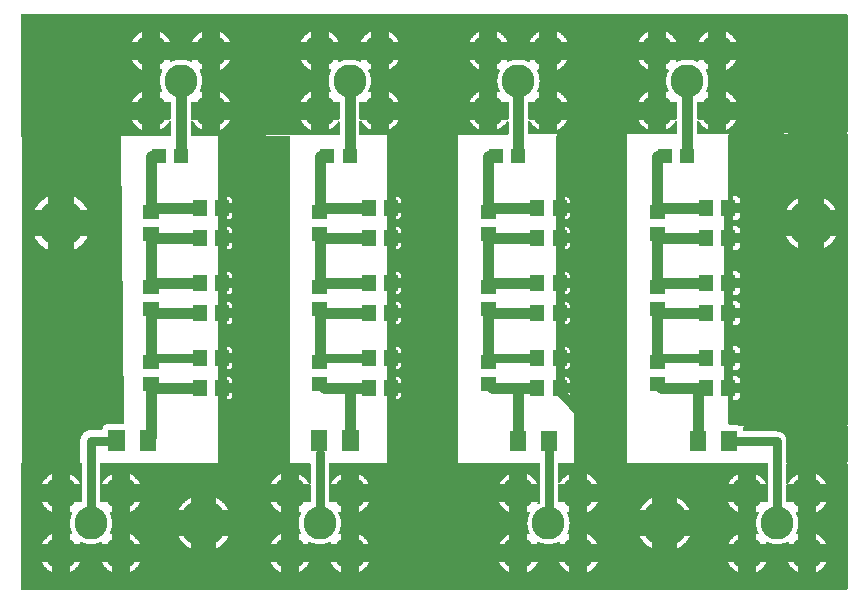
<source format=gtl>
G04 Layer: TopLayer*
G04 EasyEDA v6.1.51, Wed, 19 Jun 2019 18:44:14 GMT*
G04 e07e6d747a584c628bb32b84df99dd00,dd6e2cb4672846f4b5eb8f4429f9b141,10*
G04 Gerber Generator version 0.2*
G04 Scale: 100 percent, Rotated: No, Reflected: No *
G04 Dimensions in inches *
G04 leading zeros omitted , absolute positions ,2 integer and 4 decimal *
%FSLAX24Y24*%
%MOIN*%
G90*
G70D02*

%ADD11C,0.035000*%
%ADD12C,0.030000*%
%ADD14R,0.047200X0.051200*%
%ADD15R,0.055100X0.070900*%
%ADD16C,0.110236*%
%ADD17C,0.157480*%

%LPD*%
G36*
G01X2159Y4375D02*
G01X196Y4375D01*
G01X184Y4373D01*
G01X179Y4371D01*
G01X169Y4365D01*
G01X165Y4361D01*
G01X159Y4351D01*
G01X157Y4346D01*
G01X156Y4340D01*
G01X156Y190D01*
G01X157Y184D01*
G01X159Y179D01*
G01X165Y169D01*
G01X169Y165D01*
G01X179Y159D01*
G01X184Y157D01*
G01X196Y155D01*
G01X27678Y155D01*
G01X27690Y157D01*
G01X27695Y159D01*
G01X27705Y165D01*
G01X27709Y169D01*
G01X27715Y179D01*
G01X27717Y184D01*
G01X27718Y190D01*
G01X27718Y4340D01*
G01X27717Y4346D01*
G01X27715Y4351D01*
G01X27709Y4361D01*
G01X27705Y4365D01*
G01X27695Y4371D01*
G01X27690Y4373D01*
G01X27678Y4375D01*
G01X25715Y4375D01*
G01X25710Y4374D01*
G01X25704Y4373D01*
G01X25699Y4371D01*
G01X25689Y4365D01*
G01X25685Y4361D01*
G01X25679Y4351D01*
G01X25677Y4346D01*
G01X25676Y4340D01*
G01X25676Y3710D01*
G01X25677Y3705D01*
G01X25679Y3699D01*
G01X25682Y3694D01*
G01X25685Y3690D01*
G01X25689Y3686D01*
G01X25694Y3682D01*
G01X25704Y3678D01*
G01X25710Y3676D01*
G01X25722Y3676D01*
G01X25734Y3680D01*
G01X25739Y3683D01*
G01X25744Y3687D01*
G01X25748Y3692D01*
G01X25751Y3697D01*
G01X25762Y3719D01*
G01X25775Y3739D01*
G01X25787Y3760D01*
G01X25801Y3780D01*
G01X25815Y3799D01*
G01X25830Y3818D01*
G01X25845Y3836D01*
G01X25862Y3854D01*
G01X25878Y3871D01*
G01X25896Y3888D01*
G01X25913Y3904D01*
G01X25932Y3920D01*
G01X25951Y3934D01*
G01X25970Y3949D01*
G01X26010Y3975D01*
G01X26031Y3987D01*
G01X26052Y3998D01*
G01X26074Y4009D01*
G01X26074Y3675D01*
G01X25710Y3675D01*
G01X25704Y3673D01*
G01X25694Y3669D01*
G01X25689Y3665D01*
G01X25685Y3661D01*
G01X25682Y3657D01*
G01X25679Y3652D01*
G01X25677Y3646D01*
G01X25676Y3641D01*
G01X25676Y3108D01*
G01X25677Y3103D01*
G01X25679Y3097D01*
G01X25682Y3092D01*
G01X25685Y3088D01*
G01X25689Y3084D01*
G01X25694Y3080D01*
G01X25704Y3076D01*
G01X25710Y3074D01*
G01X26074Y3074D01*
G01X26074Y2740D01*
G01X26052Y2751D01*
G01X26040Y2755D01*
G01X26028Y2755D01*
G01X26023Y2753D01*
G01X26017Y2751D01*
G01X26012Y2749D01*
G01X26000Y2737D01*
G01X25998Y2732D01*
G01X25996Y2726D01*
G01X25994Y2721D01*
G01X25994Y2709D01*
G01X25998Y2697D01*
G01X26009Y2675D01*
G01X26019Y2654D01*
G01X26028Y2631D01*
G01X26036Y2609D01*
G01X26044Y2586D01*
G01X26051Y2563D01*
G01X26057Y2540D01*
G01X26062Y2517D01*
G01X26067Y2493D01*
G01X26070Y2470D01*
G01X26073Y2446D01*
G01X26075Y2422D01*
G01X26076Y2398D01*
G01X26077Y2375D01*
G01X26075Y2327D01*
G01X26073Y2303D01*
G01X26070Y2279D01*
G01X26067Y2256D01*
G01X26062Y2232D01*
G01X26057Y2209D01*
G01X26051Y2186D01*
G01X26044Y2163D01*
G01X26036Y2140D01*
G01X26028Y2118D01*
G01X26019Y2095D01*
G01X26009Y2074D01*
G01X25998Y2052D01*
G01X25994Y2040D01*
G01X25994Y2028D01*
G01X25996Y2023D01*
G01X25998Y2017D01*
G01X26000Y2012D01*
G01X26012Y2000D01*
G01X26017Y1998D01*
G01X26023Y1996D01*
G01X26028Y1994D01*
G01X26040Y1994D01*
G01X26052Y1998D01*
G01X26074Y2009D01*
G01X26074Y1675D01*
G01X25740Y1675D01*
G01X25751Y1697D01*
G01X25755Y1709D01*
G01X25755Y1721D01*
G01X25753Y1726D01*
G01X25751Y1732D01*
G01X25749Y1737D01*
G01X25737Y1749D01*
G01X25732Y1751D01*
G01X25726Y1753D01*
G01X25721Y1755D01*
G01X25709Y1755D01*
G01X25697Y1751D01*
G01X25675Y1740D01*
G01X25654Y1730D01*
G01X25631Y1721D01*
G01X25609Y1713D01*
G01X25586Y1705D01*
G01X25563Y1698D01*
G01X25540Y1692D01*
G01X25517Y1687D01*
G01X25493Y1682D01*
G01X25470Y1679D01*
G01X25446Y1676D01*
G01X25422Y1674D01*
G01X25398Y1673D01*
G01X25375Y1672D01*
G01X25327Y1674D01*
G01X25303Y1676D01*
G01X25279Y1679D01*
G01X25256Y1682D01*
G01X25232Y1687D01*
G01X25209Y1692D01*
G01X25186Y1698D01*
G01X25163Y1705D01*
G01X25140Y1713D01*
G01X25118Y1721D01*
G01X25095Y1730D01*
G01X25074Y1740D01*
G01X25052Y1751D01*
G01X25040Y1755D01*
G01X25028Y1755D01*
G01X25023Y1753D01*
G01X25017Y1751D01*
G01X25012Y1749D01*
G01X25000Y1737D01*
G01X24998Y1732D01*
G01X24996Y1726D01*
G01X24994Y1721D01*
G01X24994Y1709D01*
G01X24998Y1697D01*
G01X25009Y1675D01*
G01X24675Y1675D01*
G01X24675Y2009D01*
G01X24697Y1998D01*
G01X24709Y1994D01*
G01X24721Y1994D01*
G01X24726Y1996D01*
G01X24732Y1998D01*
G01X24737Y2000D01*
G01X24749Y2012D01*
G01X24751Y2017D01*
G01X24753Y2023D01*
G01X24755Y2028D01*
G01X24755Y2040D01*
G01X24751Y2052D01*
G01X24740Y2074D01*
G01X24730Y2095D01*
G01X24721Y2118D01*
G01X24713Y2140D01*
G01X24705Y2163D01*
G01X24698Y2186D01*
G01X24692Y2209D01*
G01X24687Y2232D01*
G01X24682Y2256D01*
G01X24679Y2279D01*
G01X24676Y2303D01*
G01X24674Y2327D01*
G01X24673Y2351D01*
G01X24672Y2374D01*
G01X24674Y2422D01*
G01X24676Y2446D01*
G01X24679Y2470D01*
G01X24682Y2493D01*
G01X24687Y2517D01*
G01X24692Y2540D01*
G01X24698Y2563D01*
G01X24705Y2586D01*
G01X24713Y2609D01*
G01X24721Y2631D01*
G01X24730Y2654D01*
G01X24740Y2675D01*
G01X24751Y2697D01*
G01X24755Y2709D01*
G01X24755Y2721D01*
G01X24753Y2726D01*
G01X24751Y2732D01*
G01X24749Y2737D01*
G01X24737Y2749D01*
G01X24732Y2751D01*
G01X24726Y2753D01*
G01X24721Y2755D01*
G01X24709Y2755D01*
G01X24697Y2751D01*
G01X24675Y2740D01*
G01X24675Y3074D01*
G01X25039Y3074D01*
G01X25045Y3076D01*
G01X25055Y3080D01*
G01X25060Y3084D01*
G01X25064Y3088D01*
G01X25067Y3092D01*
G01X25070Y3097D01*
G01X25072Y3103D01*
G01X25073Y3108D01*
G01X25073Y3641D01*
G01X25072Y3646D01*
G01X25070Y3652D01*
G01X25067Y3657D01*
G01X25064Y3661D01*
G01X25060Y3665D01*
G01X25055Y3669D01*
G01X25045Y3673D01*
G01X25039Y3675D01*
G01X24675Y3675D01*
G01X24675Y4009D01*
G01X24697Y3998D01*
G01X24718Y3987D01*
G01X24739Y3975D01*
G01X24779Y3949D01*
G01X24798Y3934D01*
G01X24817Y3920D01*
G01X24836Y3904D01*
G01X24853Y3888D01*
G01X24871Y3871D01*
G01X24887Y3854D01*
G01X24904Y3836D01*
G01X24919Y3818D01*
G01X24934Y3799D01*
G01X24948Y3780D01*
G01X24962Y3760D01*
G01X24974Y3739D01*
G01X24987Y3719D01*
G01X24998Y3697D01*
G01X25001Y3692D01*
G01X25005Y3687D01*
G01X25010Y3683D01*
G01X25015Y3680D01*
G01X25027Y3676D01*
G01X25039Y3676D01*
G01X25045Y3678D01*
G01X25055Y3682D01*
G01X25060Y3686D01*
G01X25064Y3690D01*
G01X25067Y3694D01*
G01X25070Y3699D01*
G01X25072Y3705D01*
G01X25073Y3710D01*
G01X25073Y4340D01*
G01X25072Y4346D01*
G01X25070Y4351D01*
G01X25064Y4361D01*
G01X25060Y4365D01*
G01X25050Y4371D01*
G01X25045Y4373D01*
G01X25039Y4374D01*
G01X25034Y4375D01*
G01X18110Y4375D01*
G01X18105Y4374D01*
G01X18099Y4373D01*
G01X18094Y4371D01*
G01X18084Y4365D01*
G01X18080Y4361D01*
G01X18074Y4351D01*
G01X18072Y4346D01*
G01X18071Y4340D01*
G01X18071Y3746D01*
G01X18072Y3741D01*
G01X18074Y3735D01*
G01X18077Y3730D01*
G01X18080Y3726D01*
G01X18084Y3722D01*
G01X18089Y3718D01*
G01X18099Y3714D01*
G01X18105Y3712D01*
G01X18116Y3712D01*
G01X18128Y3716D01*
G01X18133Y3719D01*
G01X18137Y3722D01*
G01X18142Y3727D01*
G01X18145Y3732D01*
G01X18158Y3753D01*
G01X18171Y3773D01*
G01X18201Y3813D01*
G01X18216Y3831D01*
G01X18233Y3850D01*
G01X18250Y3868D01*
G01X18267Y3885D01*
G01X18285Y3901D01*
G01X18323Y3933D01*
G01X18363Y3961D01*
G01X18405Y3987D01*
G01X18449Y4009D01*
G01X18449Y3675D01*
G01X18105Y3675D01*
G01X18099Y3673D01*
G01X18089Y3669D01*
G01X18084Y3665D01*
G01X18080Y3661D01*
G01X18077Y3657D01*
G01X18074Y3652D01*
G01X18072Y3646D01*
G01X18071Y3641D01*
G01X18071Y3108D01*
G01X18072Y3103D01*
G01X18074Y3097D01*
G01X18077Y3092D01*
G01X18080Y3088D01*
G01X18084Y3084D01*
G01X18089Y3080D01*
G01X18099Y3076D01*
G01X18105Y3074D01*
G01X18449Y3074D01*
G01X18449Y2740D01*
G01X18427Y2751D01*
G01X18415Y2755D01*
G01X18403Y2755D01*
G01X18398Y2753D01*
G01X18392Y2751D01*
G01X18387Y2749D01*
G01X18375Y2737D01*
G01X18373Y2732D01*
G01X18371Y2726D01*
G01X18369Y2721D01*
G01X18369Y2709D01*
G01X18373Y2697D01*
G01X18384Y2675D01*
G01X18394Y2654D01*
G01X18403Y2631D01*
G01X18411Y2609D01*
G01X18419Y2586D01*
G01X18426Y2563D01*
G01X18432Y2540D01*
G01X18437Y2517D01*
G01X18442Y2493D01*
G01X18445Y2470D01*
G01X18448Y2446D01*
G01X18450Y2422D01*
G01X18451Y2398D01*
G01X18452Y2375D01*
G01X18450Y2327D01*
G01X18448Y2303D01*
G01X18445Y2279D01*
G01X18442Y2256D01*
G01X18437Y2232D01*
G01X18432Y2209D01*
G01X18426Y2186D01*
G01X18419Y2163D01*
G01X18411Y2140D01*
G01X18403Y2118D01*
G01X18394Y2095D01*
G01X18384Y2074D01*
G01X18373Y2052D01*
G01X18369Y2040D01*
G01X18369Y2028D01*
G01X18371Y2023D01*
G01X18373Y2017D01*
G01X18375Y2012D01*
G01X18387Y2000D01*
G01X18392Y1998D01*
G01X18398Y1996D01*
G01X18403Y1994D01*
G01X18415Y1994D01*
G01X18427Y1998D01*
G01X18449Y2009D01*
G01X18449Y1675D01*
G01X18115Y1675D01*
G01X18126Y1697D01*
G01X18130Y1709D01*
G01X18130Y1721D01*
G01X18128Y1726D01*
G01X18126Y1732D01*
G01X18124Y1737D01*
G01X18112Y1749D01*
G01X18107Y1751D01*
G01X18101Y1753D01*
G01X18096Y1755D01*
G01X18084Y1755D01*
G01X18072Y1751D01*
G01X18050Y1740D01*
G01X18029Y1730D01*
G01X18006Y1721D01*
G01X17984Y1713D01*
G01X17961Y1705D01*
G01X17938Y1698D01*
G01X17915Y1692D01*
G01X17892Y1687D01*
G01X17868Y1682D01*
G01X17845Y1679D01*
G01X17821Y1676D01*
G01X17797Y1674D01*
G01X17773Y1673D01*
G01X17750Y1672D01*
G01X17702Y1674D01*
G01X17678Y1676D01*
G01X17654Y1679D01*
G01X17631Y1682D01*
G01X17607Y1687D01*
G01X17584Y1692D01*
G01X17561Y1698D01*
G01X17538Y1705D01*
G01X17515Y1713D01*
G01X17493Y1721D01*
G01X17470Y1730D01*
G01X17449Y1740D01*
G01X17427Y1751D01*
G01X17415Y1755D01*
G01X17403Y1755D01*
G01X17398Y1753D01*
G01X17392Y1751D01*
G01X17387Y1749D01*
G01X17375Y1737D01*
G01X17373Y1732D01*
G01X17371Y1726D01*
G01X17369Y1721D01*
G01X17369Y1709D01*
G01X17373Y1697D01*
G01X17384Y1675D01*
G01X17050Y1675D01*
G01X17050Y2009D01*
G01X17072Y1998D01*
G01X17084Y1994D01*
G01X17096Y1994D01*
G01X17101Y1996D01*
G01X17107Y1998D01*
G01X17112Y2000D01*
G01X17124Y2012D01*
G01X17126Y2017D01*
G01X17128Y2023D01*
G01X17130Y2028D01*
G01X17130Y2040D01*
G01X17126Y2052D01*
G01X17115Y2074D01*
G01X17105Y2095D01*
G01X17096Y2118D01*
G01X17088Y2140D01*
G01X17080Y2163D01*
G01X17073Y2186D01*
G01X17067Y2209D01*
G01X17062Y2232D01*
G01X17057Y2256D01*
G01X17054Y2279D01*
G01X17051Y2303D01*
G01X17049Y2327D01*
G01X17048Y2351D01*
G01X17047Y2374D01*
G01X17049Y2422D01*
G01X17051Y2446D01*
G01X17054Y2470D01*
G01X17057Y2493D01*
G01X17062Y2517D01*
G01X17067Y2540D01*
G01X17073Y2563D01*
G01X17080Y2586D01*
G01X17088Y2609D01*
G01X17096Y2631D01*
G01X17105Y2654D01*
G01X17115Y2675D01*
G01X17126Y2697D01*
G01X17130Y2709D01*
G01X17130Y2721D01*
G01X17128Y2726D01*
G01X17126Y2732D01*
G01X17124Y2737D01*
G01X17112Y2749D01*
G01X17107Y2751D01*
G01X17101Y2753D01*
G01X17096Y2755D01*
G01X17084Y2755D01*
G01X17072Y2751D01*
G01X17050Y2740D01*
G01X17050Y3074D01*
G01X17384Y3074D01*
G01X17373Y3052D01*
G01X17369Y3040D01*
G01X17369Y3028D01*
G01X17371Y3023D01*
G01X17373Y3017D01*
G01X17375Y3012D01*
G01X17387Y3000D01*
G01X17392Y2998D01*
G01X17398Y2996D01*
G01X17403Y2994D01*
G01X17415Y2994D01*
G01X17427Y2998D01*
G01X17446Y3008D01*
G01X17451Y3011D01*
G01X17456Y3015D01*
G01X17461Y3020D01*
G01X17464Y3025D01*
G01X17468Y3037D01*
G01X17468Y3082D01*
G01X17466Y3088D01*
G01X17463Y3094D01*
G01X17466Y3101D01*
G01X17468Y3107D01*
G01X17468Y3642D01*
G01X17466Y3648D01*
G01X17463Y3655D01*
G01X17466Y3661D01*
G01X17468Y3667D01*
G01X17468Y4340D01*
G01X17467Y4346D01*
G01X17465Y4351D01*
G01X17459Y4361D01*
G01X17455Y4365D01*
G01X17445Y4371D01*
G01X17440Y4373D01*
G01X17428Y4375D01*
G01X10465Y4375D01*
G01X10460Y4374D01*
G01X10454Y4373D01*
G01X10449Y4371D01*
G01X10439Y4365D01*
G01X10435Y4361D01*
G01X10429Y4351D01*
G01X10427Y4346D01*
G01X10426Y4340D01*
G01X10426Y3710D01*
G01X10427Y3705D01*
G01X10429Y3699D01*
G01X10432Y3694D01*
G01X10435Y3690D01*
G01X10439Y3686D01*
G01X10444Y3682D01*
G01X10454Y3678D01*
G01X10460Y3676D01*
G01X10472Y3676D01*
G01X10484Y3680D01*
G01X10489Y3683D01*
G01X10494Y3687D01*
G01X10498Y3692D01*
G01X10501Y3697D01*
G01X10512Y3719D01*
G01X10525Y3739D01*
G01X10537Y3760D01*
G01X10551Y3780D01*
G01X10565Y3799D01*
G01X10580Y3818D01*
G01X10595Y3836D01*
G01X10612Y3854D01*
G01X10628Y3871D01*
G01X10646Y3888D01*
G01X10663Y3904D01*
G01X10682Y3920D01*
G01X10701Y3934D01*
G01X10720Y3949D01*
G01X10760Y3975D01*
G01X10781Y3987D01*
G01X10802Y3998D01*
G01X10824Y4009D01*
G01X10824Y3675D01*
G01X10460Y3675D01*
G01X10454Y3673D01*
G01X10444Y3669D01*
G01X10439Y3665D01*
G01X10435Y3661D01*
G01X10432Y3657D01*
G01X10429Y3652D01*
G01X10427Y3646D01*
G01X10426Y3641D01*
G01X10426Y3108D01*
G01X10427Y3103D01*
G01X10429Y3097D01*
G01X10432Y3092D01*
G01X10435Y3088D01*
G01X10439Y3084D01*
G01X10444Y3080D01*
G01X10454Y3076D01*
G01X10460Y3074D01*
G01X10824Y3074D01*
G01X10824Y2740D01*
G01X10802Y2751D01*
G01X10790Y2755D01*
G01X10778Y2755D01*
G01X10773Y2753D01*
G01X10767Y2751D01*
G01X10762Y2749D01*
G01X10750Y2737D01*
G01X10748Y2732D01*
G01X10746Y2726D01*
G01X10744Y2721D01*
G01X10744Y2709D01*
G01X10748Y2697D01*
G01X10759Y2675D01*
G01X10769Y2654D01*
G01X10778Y2631D01*
G01X10786Y2609D01*
G01X10794Y2586D01*
G01X10801Y2563D01*
G01X10807Y2540D01*
G01X10812Y2517D01*
G01X10817Y2493D01*
G01X10820Y2470D01*
G01X10823Y2446D01*
G01X10825Y2422D01*
G01X10826Y2398D01*
G01X10827Y2375D01*
G01X10825Y2327D01*
G01X10823Y2303D01*
G01X10820Y2279D01*
G01X10817Y2256D01*
G01X10812Y2232D01*
G01X10807Y2209D01*
G01X10801Y2186D01*
G01X10794Y2163D01*
G01X10786Y2140D01*
G01X10778Y2118D01*
G01X10769Y2095D01*
G01X10759Y2074D01*
G01X10748Y2052D01*
G01X10744Y2040D01*
G01X10744Y2028D01*
G01X10746Y2023D01*
G01X10748Y2017D01*
G01X10750Y2012D01*
G01X10762Y2000D01*
G01X10767Y1998D01*
G01X10773Y1996D01*
G01X10778Y1994D01*
G01X10790Y1994D01*
G01X10802Y1998D01*
G01X10824Y2009D01*
G01X10824Y1675D01*
G01X10490Y1675D01*
G01X10501Y1697D01*
G01X10505Y1709D01*
G01X10505Y1721D01*
G01X10503Y1726D01*
G01X10501Y1732D01*
G01X10499Y1737D01*
G01X10487Y1749D01*
G01X10482Y1751D01*
G01X10476Y1753D01*
G01X10471Y1755D01*
G01X10459Y1755D01*
G01X10447Y1751D01*
G01X10425Y1740D01*
G01X10404Y1730D01*
G01X10381Y1721D01*
G01X10359Y1713D01*
G01X10336Y1705D01*
G01X10313Y1698D01*
G01X10290Y1692D01*
G01X10267Y1687D01*
G01X10243Y1682D01*
G01X10220Y1679D01*
G01X10196Y1676D01*
G01X10172Y1674D01*
G01X10148Y1673D01*
G01X10125Y1672D01*
G01X10077Y1674D01*
G01X10053Y1676D01*
G01X10029Y1679D01*
G01X10006Y1682D01*
G01X9982Y1687D01*
G01X9959Y1692D01*
G01X9936Y1698D01*
G01X9913Y1705D01*
G01X9890Y1713D01*
G01X9868Y1721D01*
G01X9845Y1730D01*
G01X9824Y1740D01*
G01X9802Y1751D01*
G01X9790Y1755D01*
G01X9778Y1755D01*
G01X9773Y1753D01*
G01X9767Y1751D01*
G01X9762Y1749D01*
G01X9750Y1737D01*
G01X9748Y1732D01*
G01X9746Y1726D01*
G01X9744Y1721D01*
G01X9744Y1709D01*
G01X9748Y1697D01*
G01X9759Y1675D01*
G01X9425Y1675D01*
G01X9425Y2009D01*
G01X9447Y1998D01*
G01X9459Y1994D01*
G01X9471Y1994D01*
G01X9476Y1996D01*
G01X9482Y1998D01*
G01X9487Y2000D01*
G01X9499Y2012D01*
G01X9501Y2017D01*
G01X9503Y2023D01*
G01X9505Y2028D01*
G01X9505Y2040D01*
G01X9501Y2052D01*
G01X9490Y2074D01*
G01X9480Y2095D01*
G01X9471Y2118D01*
G01X9463Y2140D01*
G01X9455Y2163D01*
G01X9448Y2186D01*
G01X9442Y2209D01*
G01X9437Y2232D01*
G01X9432Y2256D01*
G01X9429Y2279D01*
G01X9426Y2303D01*
G01X9424Y2327D01*
G01X9423Y2351D01*
G01X9422Y2374D01*
G01X9424Y2422D01*
G01X9426Y2446D01*
G01X9429Y2470D01*
G01X9432Y2493D01*
G01X9437Y2517D01*
G01X9442Y2540D01*
G01X9448Y2563D01*
G01X9455Y2586D01*
G01X9463Y2609D01*
G01X9471Y2631D01*
G01X9480Y2654D01*
G01X9490Y2675D01*
G01X9501Y2697D01*
G01X9505Y2709D01*
G01X9505Y2721D01*
G01X9503Y2726D01*
G01X9501Y2732D01*
G01X9499Y2737D01*
G01X9487Y2749D01*
G01X9482Y2751D01*
G01X9476Y2753D01*
G01X9471Y2755D01*
G01X9459Y2755D01*
G01X9447Y2751D01*
G01X9425Y2740D01*
G01X9425Y3074D01*
G01X9789Y3074D01*
G01X9795Y3076D01*
G01X9805Y3080D01*
G01X9810Y3084D01*
G01X9814Y3088D01*
G01X9817Y3092D01*
G01X9820Y3097D01*
G01X9822Y3103D01*
G01X9823Y3108D01*
G01X9823Y3641D01*
G01X9822Y3646D01*
G01X9820Y3652D01*
G01X9817Y3657D01*
G01X9814Y3661D01*
G01X9810Y3665D01*
G01X9805Y3669D01*
G01X9795Y3673D01*
G01X9789Y3675D01*
G01X9425Y3675D01*
G01X9425Y4009D01*
G01X9447Y3998D01*
G01X9468Y3987D01*
G01X9489Y3975D01*
G01X9529Y3949D01*
G01X9548Y3934D01*
G01X9567Y3920D01*
G01X9586Y3904D01*
G01X9603Y3888D01*
G01X9621Y3871D01*
G01X9637Y3854D01*
G01X9654Y3836D01*
G01X9669Y3818D01*
G01X9684Y3799D01*
G01X9698Y3780D01*
G01X9712Y3760D01*
G01X9724Y3739D01*
G01X9737Y3719D01*
G01X9748Y3697D01*
G01X9751Y3692D01*
G01X9755Y3687D01*
G01X9760Y3683D01*
G01X9765Y3680D01*
G01X9777Y3676D01*
G01X9789Y3676D01*
G01X9795Y3678D01*
G01X9805Y3682D01*
G01X9810Y3686D01*
G01X9814Y3690D01*
G01X9817Y3694D01*
G01X9820Y3699D01*
G01X9822Y3705D01*
G01X9823Y3710D01*
G01X9823Y4340D01*
G01X9822Y4346D01*
G01X9820Y4351D01*
G01X9814Y4361D01*
G01X9810Y4365D01*
G01X9800Y4371D01*
G01X9795Y4373D01*
G01X9789Y4374D01*
G01X9784Y4375D01*
G01X2840Y4375D01*
G01X2835Y4374D01*
G01X2829Y4373D01*
G01X2824Y4371D01*
G01X2814Y4365D01*
G01X2810Y4361D01*
G01X2804Y4351D01*
G01X2802Y4346D01*
G01X2801Y4340D01*
G01X2801Y3710D01*
G01X2802Y3705D01*
G01X2804Y3699D01*
G01X2807Y3694D01*
G01X2810Y3690D01*
G01X2814Y3686D01*
G01X2819Y3682D01*
G01X2829Y3678D01*
G01X2835Y3676D01*
G01X2847Y3676D01*
G01X2859Y3680D01*
G01X2864Y3683D01*
G01X2869Y3687D01*
G01X2873Y3692D01*
G01X2876Y3697D01*
G01X2887Y3719D01*
G01X2900Y3739D01*
G01X2912Y3760D01*
G01X2926Y3780D01*
G01X2940Y3799D01*
G01X2955Y3818D01*
G01X2970Y3836D01*
G01X2987Y3854D01*
G01X3003Y3871D01*
G01X3021Y3888D01*
G01X3038Y3904D01*
G01X3057Y3920D01*
G01X3076Y3934D01*
G01X3095Y3949D01*
G01X3135Y3975D01*
G01X3156Y3987D01*
G01X3177Y3998D01*
G01X3199Y4009D01*
G01X3199Y3675D01*
G01X2835Y3675D01*
G01X2829Y3673D01*
G01X2819Y3669D01*
G01X2814Y3665D01*
G01X2810Y3661D01*
G01X2807Y3657D01*
G01X2804Y3652D01*
G01X2802Y3646D01*
G01X2801Y3641D01*
G01X2801Y3108D01*
G01X2802Y3103D01*
G01X2804Y3097D01*
G01X2807Y3092D01*
G01X2810Y3088D01*
G01X2814Y3084D01*
G01X2819Y3080D01*
G01X2829Y3076D01*
G01X2835Y3074D01*
G01X3199Y3074D01*
G01X3199Y2740D01*
G01X3177Y2751D01*
G01X3165Y2755D01*
G01X3153Y2755D01*
G01X3148Y2753D01*
G01X3142Y2751D01*
G01X3137Y2749D01*
G01X3125Y2737D01*
G01X3123Y2732D01*
G01X3121Y2726D01*
G01X3119Y2721D01*
G01X3119Y2709D01*
G01X3123Y2697D01*
G01X3134Y2675D01*
G01X3144Y2654D01*
G01X3153Y2631D01*
G01X3161Y2609D01*
G01X3169Y2586D01*
G01X3176Y2563D01*
G01X3182Y2540D01*
G01X3187Y2517D01*
G01X3192Y2493D01*
G01X3195Y2470D01*
G01X3198Y2446D01*
G01X3200Y2422D01*
G01X3201Y2398D01*
G01X3202Y2375D01*
G01X3200Y2327D01*
G01X3198Y2303D01*
G01X3195Y2279D01*
G01X3192Y2256D01*
G01X3187Y2232D01*
G01X3182Y2209D01*
G01X3176Y2186D01*
G01X3169Y2163D01*
G01X3161Y2140D01*
G01X3153Y2118D01*
G01X3144Y2095D01*
G01X3134Y2074D01*
G01X3123Y2052D01*
G01X3119Y2040D01*
G01X3119Y2028D01*
G01X3121Y2023D01*
G01X3123Y2017D01*
G01X3125Y2012D01*
G01X3137Y2000D01*
G01X3142Y1998D01*
G01X3148Y1996D01*
G01X3153Y1994D01*
G01X3165Y1994D01*
G01X3177Y1998D01*
G01X3199Y2009D01*
G01X3199Y1675D01*
G01X2865Y1675D01*
G01X2876Y1697D01*
G01X2880Y1709D01*
G01X2880Y1721D01*
G01X2878Y1726D01*
G01X2876Y1732D01*
G01X2874Y1737D01*
G01X2862Y1749D01*
G01X2857Y1751D01*
G01X2851Y1753D01*
G01X2846Y1755D01*
G01X2834Y1755D01*
G01X2822Y1751D01*
G01X2800Y1740D01*
G01X2779Y1730D01*
G01X2756Y1721D01*
G01X2734Y1713D01*
G01X2711Y1705D01*
G01X2688Y1698D01*
G01X2665Y1692D01*
G01X2642Y1687D01*
G01X2618Y1682D01*
G01X2595Y1679D01*
G01X2571Y1676D01*
G01X2547Y1674D01*
G01X2523Y1673D01*
G01X2500Y1672D01*
G01X2452Y1674D01*
G01X2428Y1676D01*
G01X2404Y1679D01*
G01X2381Y1682D01*
G01X2357Y1687D01*
G01X2334Y1692D01*
G01X2311Y1698D01*
G01X2288Y1705D01*
G01X2265Y1713D01*
G01X2243Y1721D01*
G01X2220Y1730D01*
G01X2199Y1740D01*
G01X2177Y1751D01*
G01X2165Y1755D01*
G01X2153Y1755D01*
G01X2148Y1753D01*
G01X2142Y1751D01*
G01X2137Y1749D01*
G01X2125Y1737D01*
G01X2123Y1732D01*
G01X2121Y1726D01*
G01X2119Y1721D01*
G01X2119Y1709D01*
G01X2123Y1697D01*
G01X2134Y1675D01*
G01X1800Y1675D01*
G01X1800Y2009D01*
G01X1822Y1998D01*
G01X1834Y1994D01*
G01X1846Y1994D01*
G01X1851Y1996D01*
G01X1857Y1998D01*
G01X1862Y2000D01*
G01X1874Y2012D01*
G01X1876Y2017D01*
G01X1878Y2023D01*
G01X1880Y2028D01*
G01X1880Y2040D01*
G01X1876Y2052D01*
G01X1865Y2074D01*
G01X1855Y2095D01*
G01X1846Y2118D01*
G01X1838Y2140D01*
G01X1830Y2163D01*
G01X1823Y2186D01*
G01X1817Y2209D01*
G01X1812Y2232D01*
G01X1807Y2256D01*
G01X1804Y2279D01*
G01X1801Y2303D01*
G01X1799Y2327D01*
G01X1798Y2351D01*
G01X1797Y2374D01*
G01X1799Y2422D01*
G01X1801Y2446D01*
G01X1804Y2470D01*
G01X1807Y2493D01*
G01X1812Y2517D01*
G01X1817Y2540D01*
G01X1823Y2563D01*
G01X1830Y2586D01*
G01X1838Y2609D01*
G01X1846Y2631D01*
G01X1855Y2654D01*
G01X1865Y2675D01*
G01X1876Y2697D01*
G01X1880Y2709D01*
G01X1880Y2721D01*
G01X1878Y2726D01*
G01X1876Y2732D01*
G01X1874Y2737D01*
G01X1862Y2749D01*
G01X1857Y2751D01*
G01X1851Y2753D01*
G01X1846Y2755D01*
G01X1834Y2755D01*
G01X1822Y2751D01*
G01X1800Y2740D01*
G01X1800Y3074D01*
G01X2164Y3074D01*
G01X2170Y3076D01*
G01X2180Y3080D01*
G01X2185Y3084D01*
G01X2189Y3088D01*
G01X2192Y3092D01*
G01X2195Y3097D01*
G01X2197Y3103D01*
G01X2198Y3108D01*
G01X2198Y3641D01*
G01X2197Y3646D01*
G01X2195Y3652D01*
G01X2192Y3657D01*
G01X2189Y3661D01*
G01X2185Y3665D01*
G01X2180Y3669D01*
G01X2170Y3673D01*
G01X2164Y3675D01*
G01X1800Y3675D01*
G01X1800Y4009D01*
G01X1822Y3998D01*
G01X1843Y3987D01*
G01X1864Y3975D01*
G01X1904Y3949D01*
G01X1923Y3934D01*
G01X1942Y3920D01*
G01X1961Y3904D01*
G01X1978Y3888D01*
G01X1996Y3871D01*
G01X2012Y3854D01*
G01X2029Y3836D01*
G01X2044Y3818D01*
G01X2059Y3799D01*
G01X2073Y3780D01*
G01X2087Y3760D01*
G01X2099Y3739D01*
G01X2112Y3719D01*
G01X2123Y3697D01*
G01X2126Y3692D01*
G01X2130Y3687D01*
G01X2135Y3683D01*
G01X2140Y3680D01*
G01X2152Y3676D01*
G01X2164Y3676D01*
G01X2170Y3678D01*
G01X2180Y3682D01*
G01X2185Y3686D01*
G01X2189Y3690D01*
G01X2192Y3694D01*
G01X2195Y3699D01*
G01X2197Y3705D01*
G01X2198Y3710D01*
G01X2198Y4340D01*
G01X2197Y4346D01*
G01X2195Y4351D01*
G01X2189Y4361D01*
G01X2185Y4365D01*
G01X2175Y4371D01*
G01X2170Y4373D01*
G01X2164Y4374D01*
G01X2159Y4375D01*
G37*

%LPC*%
G36*
G01X5831Y2793D02*
G01X5831Y3214D01*
G01X5806Y3202D01*
G01X5782Y3188D01*
G01X5759Y3174D01*
G01X5735Y3159D01*
G01X5712Y3144D01*
G01X5690Y3128D01*
G01X5668Y3111D01*
G01X5647Y3094D01*
G01X5626Y3076D01*
G01X5586Y3038D01*
G01X5548Y2998D01*
G01X5530Y2977D01*
G01X5513Y2956D01*
G01X5496Y2934D01*
G01X5480Y2912D01*
G01X5465Y2889D01*
G01X5450Y2865D01*
G01X5436Y2842D01*
G01X5422Y2818D01*
G01X5410Y2793D01*
G01X5831Y2793D01*
G37*
G36*
G01X6693Y3202D02*
G01X6668Y3214D01*
G01X6668Y2793D01*
G01X7089Y2793D01*
G01X7077Y2818D01*
G01X7063Y2842D01*
G01X7049Y2865D01*
G01X7034Y2889D01*
G01X7019Y2912D01*
G01X7003Y2934D01*
G01X6986Y2956D01*
G01X6969Y2977D01*
G01X6951Y2998D01*
G01X6913Y3038D01*
G01X6873Y3076D01*
G01X6852Y3094D01*
G01X6831Y3111D01*
G01X6809Y3128D01*
G01X6787Y3144D01*
G01X6764Y3159D01*
G01X6740Y3174D01*
G01X6717Y3188D01*
G01X6693Y3202D01*
G37*
G36*
G01X7089Y1956D02*
G01X6668Y1956D01*
G01X6668Y1535D01*
G01X6693Y1547D01*
G01X6717Y1561D01*
G01X6740Y1575D01*
G01X6764Y1590D01*
G01X6787Y1605D01*
G01X6809Y1621D01*
G01X6831Y1638D01*
G01X6852Y1655D01*
G01X6873Y1673D01*
G01X6913Y1711D01*
G01X6951Y1751D01*
G01X6969Y1772D01*
G01X6986Y1793D01*
G01X7003Y1815D01*
G01X7019Y1837D01*
G01X7034Y1860D01*
G01X7049Y1884D01*
G01X7063Y1907D01*
G01X7077Y1931D01*
G01X7089Y1956D01*
G37*
G36*
G01X22464Y1956D02*
G01X22043Y1956D01*
G01X22043Y1535D01*
G01X22068Y1547D01*
G01X22092Y1561D01*
G01X22115Y1575D01*
G01X22139Y1590D01*
G01X22162Y1605D01*
G01X22184Y1621D01*
G01X22206Y1638D01*
G01X22227Y1655D01*
G01X22248Y1673D01*
G01X22288Y1711D01*
G01X22326Y1751D01*
G01X22344Y1772D01*
G01X22361Y1793D01*
G01X22378Y1815D01*
G01X22394Y1837D01*
G01X22409Y1860D01*
G01X22424Y1884D01*
G01X22438Y1907D01*
G01X22452Y1931D01*
G01X22464Y1956D01*
G37*
G36*
G01X5831Y1956D02*
G01X5410Y1956D01*
G01X5422Y1931D01*
G01X5436Y1907D01*
G01X5450Y1884D01*
G01X5465Y1860D01*
G01X5480Y1837D01*
G01X5496Y1815D01*
G01X5513Y1793D01*
G01X5530Y1772D01*
G01X5548Y1751D01*
G01X5586Y1711D01*
G01X5626Y1673D01*
G01X5647Y1655D01*
G01X5668Y1638D01*
G01X5690Y1621D01*
G01X5712Y1605D01*
G01X5735Y1590D01*
G01X5759Y1575D01*
G01X5782Y1561D01*
G01X5806Y1547D01*
G01X5831Y1535D01*
G01X5831Y1956D01*
G37*
G36*
G01X21206Y1956D02*
G01X20785Y1956D01*
G01X20797Y1931D01*
G01X20811Y1907D01*
G01X20825Y1884D01*
G01X20840Y1860D01*
G01X20855Y1837D01*
G01X20871Y1815D01*
G01X20888Y1793D01*
G01X20905Y1772D01*
G01X20923Y1751D01*
G01X20961Y1711D01*
G01X21001Y1673D01*
G01X21022Y1655D01*
G01X21043Y1638D01*
G01X21065Y1621D01*
G01X21087Y1605D01*
G01X21110Y1590D01*
G01X21134Y1575D01*
G01X21157Y1561D01*
G01X21181Y1547D01*
G01X21206Y1535D01*
G01X21206Y1956D01*
G37*
G36*
G01X21206Y2793D02*
G01X21206Y3214D01*
G01X21181Y3202D01*
G01X21157Y3188D01*
G01X21134Y3174D01*
G01X21110Y3159D01*
G01X21087Y3144D01*
G01X21065Y3128D01*
G01X21043Y3111D01*
G01X21022Y3094D01*
G01X21001Y3076D01*
G01X20961Y3038D01*
G01X20923Y2998D01*
G01X20905Y2977D01*
G01X20888Y2956D01*
G01X20871Y2934D01*
G01X20855Y2912D01*
G01X20840Y2889D01*
G01X20825Y2865D01*
G01X20811Y2842D01*
G01X20797Y2818D01*
G01X20785Y2793D01*
G01X21206Y2793D01*
G37*
G36*
G01X22068Y3202D02*
G01X22043Y3214D01*
G01X22043Y2793D01*
G01X22464Y2793D01*
G01X22452Y2818D01*
G01X22438Y2842D01*
G01X22424Y2865D01*
G01X22409Y2889D01*
G01X22394Y2912D01*
G01X22378Y2934D01*
G01X22361Y2956D01*
G01X22344Y2977D01*
G01X22326Y2998D01*
G01X22288Y3038D01*
G01X22248Y3076D01*
G01X22227Y3094D01*
G01X22206Y3111D01*
G01X22184Y3128D01*
G01X22162Y3144D01*
G01X22139Y3159D01*
G01X22115Y3174D01*
G01X22092Y3188D01*
G01X22068Y3202D01*
G37*
G36*
G01X24074Y1675D02*
G01X24074Y2009D01*
G01X24052Y1998D01*
G01X24031Y1987D01*
G01X24010Y1975D01*
G01X23990Y1962D01*
G01X23970Y1948D01*
G01X23951Y1934D01*
G01X23913Y1904D01*
G01X23895Y1888D01*
G01X23861Y1854D01*
G01X23845Y1836D01*
G01X23815Y1798D01*
G01X23801Y1779D01*
G01X23787Y1759D01*
G01X23774Y1739D01*
G01X23762Y1718D01*
G01X23751Y1697D01*
G01X23740Y1675D01*
G01X24074Y1675D01*
G37*
G36*
G01X11447Y1998D02*
G01X11425Y2009D01*
G01X11425Y1675D01*
G01X11759Y1675D01*
G01X11748Y1697D01*
G01X11737Y1718D01*
G01X11725Y1739D01*
G01X11712Y1759D01*
G01X11698Y1779D01*
G01X11684Y1798D01*
G01X11654Y1836D01*
G01X11638Y1854D01*
G01X11604Y1888D01*
G01X11586Y1904D01*
G01X11548Y1934D01*
G01X11529Y1948D01*
G01X11509Y1962D01*
G01X11489Y1975D01*
G01X11468Y1987D01*
G01X11447Y1998D01*
G37*
G36*
G01X19072Y1998D02*
G01X19050Y2009D01*
G01X19050Y1675D01*
G01X19384Y1675D01*
G01X19373Y1697D01*
G01X19362Y1718D01*
G01X19350Y1739D01*
G01X19337Y1759D01*
G01X19323Y1779D01*
G01X19309Y1798D01*
G01X19279Y1836D01*
G01X19263Y1854D01*
G01X19229Y1888D01*
G01X19211Y1904D01*
G01X19173Y1934D01*
G01X19154Y1948D01*
G01X19134Y1962D01*
G01X19114Y1975D01*
G01X19093Y1987D01*
G01X19072Y1998D01*
G37*
G36*
G01X3822Y1998D02*
G01X3800Y2009D01*
G01X3800Y1675D01*
G01X4134Y1675D01*
G01X4123Y1697D01*
G01X4112Y1718D01*
G01X4100Y1739D01*
G01X4087Y1759D01*
G01X4073Y1779D01*
G01X4059Y1798D01*
G01X4029Y1836D01*
G01X4013Y1854D01*
G01X3979Y1888D01*
G01X3961Y1904D01*
G01X3923Y1934D01*
G01X3904Y1948D01*
G01X3884Y1962D01*
G01X3864Y1975D01*
G01X3843Y1987D01*
G01X3822Y1998D01*
G37*
G36*
G01X26697Y1998D02*
G01X26675Y2009D01*
G01X26675Y1675D01*
G01X27009Y1675D01*
G01X26998Y1697D01*
G01X26987Y1718D01*
G01X26975Y1739D01*
G01X26962Y1759D01*
G01X26948Y1779D01*
G01X26934Y1798D01*
G01X26904Y1836D01*
G01X26888Y1854D01*
G01X26854Y1888D01*
G01X26836Y1904D01*
G01X26798Y1934D01*
G01X26779Y1948D01*
G01X26759Y1962D01*
G01X26739Y1975D01*
G01X26718Y1987D01*
G01X26697Y1998D01*
G37*
G36*
G01X1199Y1675D02*
G01X1199Y2009D01*
G01X1177Y1998D01*
G01X1156Y1987D01*
G01X1135Y1975D01*
G01X1115Y1962D01*
G01X1095Y1948D01*
G01X1076Y1934D01*
G01X1038Y1904D01*
G01X1020Y1888D01*
G01X986Y1854D01*
G01X970Y1836D01*
G01X940Y1798D01*
G01X926Y1779D01*
G01X912Y1759D01*
G01X899Y1739D01*
G01X887Y1718D01*
G01X876Y1697D01*
G01X865Y1675D01*
G01X1199Y1675D01*
G37*
G36*
G01X27009Y3074D02*
G01X26675Y3074D01*
G01X26675Y2740D01*
G01X26697Y2751D01*
G01X26718Y2762D01*
G01X26739Y2774D01*
G01X26759Y2787D01*
G01X26779Y2801D01*
G01X26798Y2815D01*
G01X26836Y2845D01*
G01X26854Y2861D01*
G01X26888Y2895D01*
G01X26904Y2913D01*
G01X26934Y2951D01*
G01X26948Y2970D01*
G01X26962Y2990D01*
G01X26975Y3010D01*
G01X26987Y3031D01*
G01X26998Y3052D01*
G01X27009Y3074D01*
G37*
G36*
G01X8824Y3074D02*
G01X8490Y3074D01*
G01X8501Y3052D01*
G01X8512Y3031D01*
G01X8524Y3010D01*
G01X8537Y2990D01*
G01X8551Y2970D01*
G01X8565Y2951D01*
G01X8595Y2913D01*
G01X8611Y2895D01*
G01X8645Y2861D01*
G01X8663Y2845D01*
G01X8701Y2815D01*
G01X8720Y2801D01*
G01X8740Y2787D01*
G01X8760Y2774D01*
G01X8781Y2762D01*
G01X8802Y2751D01*
G01X8824Y2740D01*
G01X8824Y3074D01*
G37*
G36*
G01X4134Y3074D02*
G01X3800Y3074D01*
G01X3800Y2740D01*
G01X3822Y2751D01*
G01X3843Y2762D01*
G01X3864Y2774D01*
G01X3884Y2787D01*
G01X3904Y2801D01*
G01X3923Y2815D01*
G01X3961Y2845D01*
G01X3979Y2861D01*
G01X4013Y2895D01*
G01X4029Y2913D01*
G01X4059Y2951D01*
G01X4073Y2970D01*
G01X4087Y2990D01*
G01X4100Y3010D01*
G01X4112Y3031D01*
G01X4123Y3052D01*
G01X4134Y3074D01*
G37*
G36*
G01X24074Y3074D02*
G01X23740Y3074D01*
G01X23751Y3052D01*
G01X23762Y3031D01*
G01X23774Y3010D01*
G01X23787Y2990D01*
G01X23801Y2970D01*
G01X23815Y2951D01*
G01X23845Y2913D01*
G01X23861Y2895D01*
G01X23895Y2861D01*
G01X23913Y2845D01*
G01X23951Y2815D01*
G01X23970Y2801D01*
G01X23990Y2787D01*
G01X24010Y2774D01*
G01X24031Y2762D01*
G01X24052Y2751D01*
G01X24074Y2740D01*
G01X24074Y3074D01*
G37*
G36*
G01X1199Y3074D02*
G01X865Y3074D01*
G01X876Y3052D01*
G01X887Y3031D01*
G01X899Y3010D01*
G01X912Y2990D01*
G01X926Y2970D01*
G01X940Y2951D01*
G01X970Y2913D01*
G01X986Y2895D01*
G01X1020Y2861D01*
G01X1038Y2845D01*
G01X1076Y2815D01*
G01X1095Y2801D01*
G01X1115Y2787D01*
G01X1135Y2774D01*
G01X1156Y2762D01*
G01X1177Y2751D01*
G01X1199Y2740D01*
G01X1199Y3074D01*
G37*
G36*
G01X19384Y3074D02*
G01X19050Y3074D01*
G01X19050Y2740D01*
G01X19072Y2751D01*
G01X19093Y2762D01*
G01X19114Y2774D01*
G01X19134Y2787D01*
G01X19154Y2801D01*
G01X19173Y2815D01*
G01X19211Y2845D01*
G01X19229Y2861D01*
G01X19263Y2895D01*
G01X19279Y2913D01*
G01X19309Y2951D01*
G01X19323Y2970D01*
G01X19337Y2990D01*
G01X19350Y3010D01*
G01X19362Y3031D01*
G01X19373Y3052D01*
G01X19384Y3074D01*
G37*
G36*
G01X16449Y3074D02*
G01X16115Y3074D01*
G01X16126Y3052D01*
G01X16137Y3031D01*
G01X16149Y3010D01*
G01X16162Y2990D01*
G01X16176Y2970D01*
G01X16190Y2951D01*
G01X16220Y2913D01*
G01X16236Y2895D01*
G01X16270Y2861D01*
G01X16288Y2845D01*
G01X16326Y2815D01*
G01X16345Y2801D01*
G01X16365Y2787D01*
G01X16385Y2774D01*
G01X16406Y2762D01*
G01X16427Y2751D01*
G01X16449Y2740D01*
G01X16449Y3074D01*
G37*
G36*
G01X11759Y3074D02*
G01X11425Y3074D01*
G01X11425Y2740D01*
G01X11447Y2751D01*
G01X11468Y2762D01*
G01X11489Y2774D01*
G01X11509Y2787D01*
G01X11529Y2801D01*
G01X11548Y2815D01*
G01X11586Y2845D01*
G01X11604Y2861D01*
G01X11638Y2895D01*
G01X11654Y2913D01*
G01X11684Y2951D01*
G01X11698Y2970D01*
G01X11712Y2990D01*
G01X11725Y3010D01*
G01X11737Y3031D01*
G01X11748Y3052D01*
G01X11759Y3074D01*
G37*
G36*
G01X8824Y1675D02*
G01X8824Y2009D01*
G01X8802Y1998D01*
G01X8781Y1987D01*
G01X8760Y1975D01*
G01X8740Y1962D01*
G01X8720Y1948D01*
G01X8701Y1934D01*
G01X8663Y1904D01*
G01X8645Y1888D01*
G01X8611Y1854D01*
G01X8595Y1836D01*
G01X8565Y1798D01*
G01X8551Y1779D01*
G01X8537Y1759D01*
G01X8524Y1739D01*
G01X8512Y1718D01*
G01X8501Y1697D01*
G01X8490Y1675D01*
G01X8824Y1675D01*
G37*
G36*
G01X16449Y1675D02*
G01X16449Y2009D01*
G01X16427Y1998D01*
G01X16406Y1987D01*
G01X16385Y1975D01*
G01X16365Y1962D01*
G01X16345Y1948D01*
G01X16326Y1934D01*
G01X16288Y1904D01*
G01X16270Y1888D01*
G01X16236Y1854D01*
G01X16220Y1836D01*
G01X16190Y1798D01*
G01X16176Y1779D01*
G01X16162Y1759D01*
G01X16149Y1739D01*
G01X16137Y1718D01*
G01X16126Y1697D01*
G01X16115Y1675D01*
G01X16449Y1675D01*
G37*
G36*
G01X1199Y1074D02*
G01X865Y1074D01*
G01X876Y1052D01*
G01X887Y1031D01*
G01X899Y1010D01*
G01X912Y990D01*
G01X926Y970D01*
G01X940Y951D01*
G01X970Y913D01*
G01X986Y895D01*
G01X1020Y861D01*
G01X1038Y845D01*
G01X1076Y815D01*
G01X1095Y801D01*
G01X1115Y787D01*
G01X1135Y774D01*
G01X1156Y762D01*
G01X1177Y751D01*
G01X1199Y740D01*
G01X1199Y1074D01*
G37*
G36*
G01X27009Y1074D02*
G01X26675Y1074D01*
G01X26675Y740D01*
G01X26697Y751D01*
G01X26718Y762D01*
G01X26739Y774D01*
G01X26759Y787D01*
G01X26779Y801D01*
G01X26798Y815D01*
G01X26836Y845D01*
G01X26854Y861D01*
G01X26888Y895D01*
G01X26904Y913D01*
G01X26934Y951D01*
G01X26948Y970D01*
G01X26962Y990D01*
G01X26975Y1010D01*
G01X26987Y1031D01*
G01X26998Y1052D01*
G01X27009Y1074D01*
G37*
G36*
G01X11447Y3998D02*
G01X11425Y4009D01*
G01X11425Y3675D01*
G01X11759Y3675D01*
G01X11748Y3697D01*
G01X11737Y3718D01*
G01X11725Y3739D01*
G01X11712Y3759D01*
G01X11698Y3779D01*
G01X11684Y3798D01*
G01X11654Y3836D01*
G01X11638Y3854D01*
G01X11604Y3888D01*
G01X11586Y3904D01*
G01X11548Y3934D01*
G01X11529Y3948D01*
G01X11509Y3962D01*
G01X11489Y3975D01*
G01X11468Y3987D01*
G01X11447Y3998D01*
G37*
G36*
G01X24074Y3675D02*
G01X24074Y4009D01*
G01X24052Y3998D01*
G01X24031Y3987D01*
G01X24010Y3975D01*
G01X23990Y3962D01*
G01X23970Y3948D01*
G01X23951Y3934D01*
G01X23913Y3904D01*
G01X23895Y3888D01*
G01X23861Y3854D01*
G01X23845Y3836D01*
G01X23815Y3798D01*
G01X23801Y3779D01*
G01X23787Y3759D01*
G01X23774Y3739D01*
G01X23762Y3718D01*
G01X23751Y3697D01*
G01X23740Y3675D01*
G01X24074Y3675D01*
G37*
G36*
G01X17072Y3998D02*
G01X17050Y4009D01*
G01X17050Y3675D01*
G01X17384Y3675D01*
G01X17373Y3697D01*
G01X17362Y3718D01*
G01X17350Y3739D01*
G01X17337Y3759D01*
G01X17323Y3779D01*
G01X17309Y3798D01*
G01X17279Y3836D01*
G01X17263Y3854D01*
G01X17229Y3888D01*
G01X17211Y3904D01*
G01X17173Y3934D01*
G01X17154Y3948D01*
G01X17134Y3962D01*
G01X17114Y3975D01*
G01X17093Y3987D01*
G01X17072Y3998D01*
G37*
G36*
G01X3822Y3998D02*
G01X3800Y4009D01*
G01X3800Y3675D01*
G01X4134Y3675D01*
G01X4123Y3697D01*
G01X4112Y3718D01*
G01X4100Y3739D01*
G01X4087Y3759D01*
G01X4073Y3779D01*
G01X4059Y3798D01*
G01X4029Y3836D01*
G01X4013Y3854D01*
G01X3979Y3888D01*
G01X3961Y3904D01*
G01X3923Y3934D01*
G01X3904Y3948D01*
G01X3884Y3962D01*
G01X3864Y3975D01*
G01X3843Y3987D01*
G01X3822Y3998D01*
G37*
G36*
G01X8824Y3675D02*
G01X8824Y4009D01*
G01X8802Y3998D01*
G01X8781Y3987D01*
G01X8760Y3975D01*
G01X8740Y3962D01*
G01X8720Y3948D01*
G01X8701Y3934D01*
G01X8663Y3904D01*
G01X8645Y3888D01*
G01X8611Y3854D01*
G01X8595Y3836D01*
G01X8565Y3798D01*
G01X8551Y3779D01*
G01X8537Y3759D01*
G01X8524Y3739D01*
G01X8512Y3718D01*
G01X8501Y3697D01*
G01X8490Y3675D01*
G01X8824Y3675D01*
G37*
G36*
G01X19072Y3998D02*
G01X19050Y4009D01*
G01X19050Y3675D01*
G01X19384Y3675D01*
G01X19373Y3697D01*
G01X19362Y3718D01*
G01X19350Y3739D01*
G01X19337Y3759D01*
G01X19323Y3779D01*
G01X19309Y3798D01*
G01X19279Y3836D01*
G01X19263Y3854D01*
G01X19229Y3888D01*
G01X19211Y3904D01*
G01X19173Y3934D01*
G01X19154Y3948D01*
G01X19134Y3962D01*
G01X19114Y3975D01*
G01X19093Y3987D01*
G01X19072Y3998D01*
G37*
G36*
G01X26697Y3998D02*
G01X26675Y4009D01*
G01X26675Y3675D01*
G01X27009Y3675D01*
G01X26998Y3697D01*
G01X26987Y3718D01*
G01X26975Y3739D01*
G01X26962Y3759D01*
G01X26948Y3779D01*
G01X26934Y3798D01*
G01X26904Y3836D01*
G01X26888Y3854D01*
G01X26854Y3888D01*
G01X26836Y3904D01*
G01X26798Y3934D01*
G01X26779Y3948D01*
G01X26759Y3962D01*
G01X26739Y3975D01*
G01X26718Y3987D01*
G01X26697Y3998D01*
G37*
G36*
G01X1199Y3675D02*
G01X1199Y4009D01*
G01X1177Y3998D01*
G01X1156Y3987D01*
G01X1135Y3975D01*
G01X1115Y3962D01*
G01X1095Y3948D01*
G01X1076Y3934D01*
G01X1038Y3904D01*
G01X1020Y3888D01*
G01X986Y3854D01*
G01X970Y3836D01*
G01X940Y3798D01*
G01X926Y3779D01*
G01X912Y3759D01*
G01X899Y3739D01*
G01X887Y3718D01*
G01X876Y3697D01*
G01X865Y3675D01*
G01X1199Y3675D01*
G37*
G36*
G01X26074Y1074D02*
G01X25740Y1074D01*
G01X25751Y1052D01*
G01X25762Y1031D01*
G01X25774Y1010D01*
G01X25787Y990D01*
G01X25801Y970D01*
G01X25815Y951D01*
G01X25845Y913D01*
G01X25861Y895D01*
G01X25895Y861D01*
G01X25913Y845D01*
G01X25951Y815D01*
G01X25970Y801D01*
G01X25990Y787D01*
G01X26010Y774D01*
G01X26031Y762D01*
G01X26052Y751D01*
G01X26074Y740D01*
G01X26074Y1074D01*
G37*
G36*
G01X2134Y1074D02*
G01X1800Y1074D01*
G01X1800Y740D01*
G01X1822Y751D01*
G01X1843Y762D01*
G01X1864Y774D01*
G01X1884Y787D01*
G01X1904Y801D01*
G01X1923Y815D01*
G01X1961Y845D01*
G01X1979Y861D01*
G01X2013Y895D01*
G01X2029Y913D01*
G01X2059Y951D01*
G01X2073Y970D01*
G01X2087Y990D01*
G01X2100Y1010D01*
G01X2112Y1031D01*
G01X2123Y1052D01*
G01X2134Y1074D01*
G37*
G36*
G01X16449Y3675D02*
G01X16449Y4009D01*
G01X16427Y3998D01*
G01X16406Y3987D01*
G01X16385Y3975D01*
G01X16365Y3962D01*
G01X16345Y3948D01*
G01X16326Y3934D01*
G01X16288Y3904D01*
G01X16270Y3888D01*
G01X16236Y3854D01*
G01X16220Y3836D01*
G01X16190Y3798D01*
G01X16176Y3779D01*
G01X16162Y3759D01*
G01X16149Y3739D01*
G01X16137Y3718D01*
G01X16126Y3697D01*
G01X16115Y3675D01*
G01X16449Y3675D01*
G37*
G36*
G01X25009Y1074D02*
G01X24675Y1074D01*
G01X24675Y740D01*
G01X24697Y751D01*
G01X24718Y762D01*
G01X24739Y774D01*
G01X24759Y787D01*
G01X24779Y801D01*
G01X24798Y815D01*
G01X24836Y845D01*
G01X24854Y861D01*
G01X24888Y895D01*
G01X24904Y913D01*
G01X24934Y951D01*
G01X24948Y970D01*
G01X24962Y990D01*
G01X24975Y1010D01*
G01X24987Y1031D01*
G01X24998Y1052D01*
G01X25009Y1074D01*
G37*
G36*
G01X3199Y1074D02*
G01X2865Y1074D01*
G01X2876Y1052D01*
G01X2887Y1031D01*
G01X2899Y1010D01*
G01X2912Y990D01*
G01X2926Y970D01*
G01X2940Y951D01*
G01X2970Y913D01*
G01X2986Y895D01*
G01X3020Y861D01*
G01X3038Y845D01*
G01X3076Y815D01*
G01X3095Y801D01*
G01X3115Y787D01*
G01X3135Y774D01*
G01X3156Y762D01*
G01X3177Y751D01*
G01X3199Y740D01*
G01X3199Y1074D01*
G37*
G36*
G01X24074Y1074D02*
G01X23740Y1074D01*
G01X23751Y1052D01*
G01X23762Y1031D01*
G01X23774Y1010D01*
G01X23787Y990D01*
G01X23801Y970D01*
G01X23815Y951D01*
G01X23845Y913D01*
G01X23861Y895D01*
G01X23895Y861D01*
G01X23913Y845D01*
G01X23951Y815D01*
G01X23970Y801D01*
G01X23990Y787D01*
G01X24010Y774D01*
G01X24031Y762D01*
G01X24052Y751D01*
G01X24074Y740D01*
G01X24074Y1074D01*
G37*
G36*
G01X4134Y1074D02*
G01X3800Y1074D01*
G01X3800Y740D01*
G01X3822Y751D01*
G01X3843Y762D01*
G01X3864Y774D01*
G01X3884Y787D01*
G01X3904Y801D01*
G01X3923Y815D01*
G01X3961Y845D01*
G01X3979Y861D01*
G01X4013Y895D01*
G01X4029Y913D01*
G01X4059Y951D01*
G01X4073Y970D01*
G01X4087Y990D01*
G01X4100Y1010D01*
G01X4112Y1031D01*
G01X4123Y1052D01*
G01X4134Y1074D01*
G37*
G36*
G01X19384Y1074D02*
G01X19050Y1074D01*
G01X19050Y740D01*
G01X19072Y751D01*
G01X19093Y762D01*
G01X19114Y774D01*
G01X19134Y787D01*
G01X19154Y801D01*
G01X19173Y815D01*
G01X19211Y845D01*
G01X19229Y861D01*
G01X19263Y895D01*
G01X19279Y913D01*
G01X19309Y951D01*
G01X19323Y970D01*
G01X19337Y990D01*
G01X19350Y1010D01*
G01X19362Y1031D01*
G01X19373Y1052D01*
G01X19384Y1074D01*
G37*
G36*
G01X8824Y1074D02*
G01X8490Y1074D01*
G01X8501Y1052D01*
G01X8512Y1031D01*
G01X8524Y1010D01*
G01X8537Y990D01*
G01X8551Y970D01*
G01X8565Y951D01*
G01X8595Y913D01*
G01X8611Y895D01*
G01X8645Y861D01*
G01X8663Y845D01*
G01X8701Y815D01*
G01X8720Y801D01*
G01X8740Y787D01*
G01X8760Y774D01*
G01X8781Y762D01*
G01X8802Y751D01*
G01X8824Y740D01*
G01X8824Y1074D01*
G37*
G36*
G01X18449Y1074D02*
G01X18115Y1074D01*
G01X18126Y1052D01*
G01X18137Y1031D01*
G01X18149Y1010D01*
G01X18162Y990D01*
G01X18176Y970D01*
G01X18190Y951D01*
G01X18220Y913D01*
G01X18236Y895D01*
G01X18270Y861D01*
G01X18288Y845D01*
G01X18326Y815D01*
G01X18345Y801D01*
G01X18365Y787D01*
G01X18385Y774D01*
G01X18406Y762D01*
G01X18427Y751D01*
G01X18449Y740D01*
G01X18449Y1074D01*
G37*
G36*
G01X9759Y1074D02*
G01X9425Y1074D01*
G01X9425Y740D01*
G01X9447Y751D01*
G01X9468Y762D01*
G01X9489Y774D01*
G01X9509Y787D01*
G01X9529Y801D01*
G01X9548Y815D01*
G01X9586Y845D01*
G01X9604Y861D01*
G01X9638Y895D01*
G01X9654Y913D01*
G01X9684Y951D01*
G01X9698Y970D01*
G01X9712Y990D01*
G01X9725Y1010D01*
G01X9737Y1031D01*
G01X9748Y1052D01*
G01X9759Y1074D01*
G37*
G36*
G01X17384Y1074D02*
G01X17050Y1074D01*
G01X17050Y740D01*
G01X17072Y751D01*
G01X17093Y762D01*
G01X17114Y774D01*
G01X17134Y787D01*
G01X17154Y801D01*
G01X17173Y815D01*
G01X17211Y845D01*
G01X17229Y861D01*
G01X17263Y895D01*
G01X17279Y913D01*
G01X17309Y951D01*
G01X17323Y970D01*
G01X17337Y990D01*
G01X17350Y1010D01*
G01X17362Y1031D01*
G01X17373Y1052D01*
G01X17384Y1074D01*
G37*
G36*
G01X10824Y1074D02*
G01X10490Y1074D01*
G01X10501Y1052D01*
G01X10512Y1031D01*
G01X10524Y1010D01*
G01X10537Y990D01*
G01X10551Y970D01*
G01X10565Y951D01*
G01X10595Y913D01*
G01X10611Y895D01*
G01X10645Y861D01*
G01X10663Y845D01*
G01X10701Y815D01*
G01X10720Y801D01*
G01X10740Y787D01*
G01X10760Y774D01*
G01X10781Y762D01*
G01X10802Y751D01*
G01X10824Y740D01*
G01X10824Y1074D01*
G37*
G36*
G01X16449Y1074D02*
G01X16115Y1074D01*
G01X16126Y1052D01*
G01X16137Y1031D01*
G01X16149Y1010D01*
G01X16162Y990D01*
G01X16176Y970D01*
G01X16190Y951D01*
G01X16220Y913D01*
G01X16236Y895D01*
G01X16270Y861D01*
G01X16288Y845D01*
G01X16326Y815D01*
G01X16345Y801D01*
G01X16365Y787D01*
G01X16385Y774D01*
G01X16406Y762D01*
G01X16427Y751D01*
G01X16449Y740D01*
G01X16449Y1074D01*
G37*
G36*
G01X11759Y1074D02*
G01X11425Y1074D01*
G01X11425Y740D01*
G01X11447Y751D01*
G01X11468Y762D01*
G01X11489Y774D01*
G01X11509Y787D01*
G01X11529Y801D01*
G01X11548Y815D01*
G01X11586Y845D01*
G01X11604Y861D01*
G01X11638Y895D01*
G01X11654Y913D01*
G01X11684Y951D01*
G01X11698Y970D01*
G01X11712Y990D01*
G01X11725Y1010D01*
G01X11737Y1031D01*
G01X11748Y1052D01*
G01X11759Y1074D01*
G37*

%LPD*%
G36*
G01X2159Y4375D02*
G01X196Y4375D01*
G01X184Y4373D01*
G01X179Y4371D01*
G01X169Y4365D01*
G01X165Y4361D01*
G01X159Y4351D01*
G01X157Y4346D01*
G01X156Y4340D01*
G01X156Y190D01*
G01X157Y184D01*
G01X159Y179D01*
G01X165Y169D01*
G01X169Y165D01*
G01X179Y159D01*
G01X184Y157D01*
G01X196Y155D01*
G01X27678Y155D01*
G01X27690Y157D01*
G01X27695Y159D01*
G01X27705Y165D01*
G01X27709Y169D01*
G01X27715Y179D01*
G01X27717Y184D01*
G01X27718Y190D01*
G01X27718Y4340D01*
G01X27717Y4346D01*
G01X27715Y4351D01*
G01X27709Y4361D01*
G01X27705Y4365D01*
G01X27695Y4371D01*
G01X27690Y4373D01*
G01X27678Y4375D01*
G01X25715Y4375D01*
G01X25710Y4374D01*
G01X25704Y4373D01*
G01X25699Y4371D01*
G01X25689Y4365D01*
G01X25685Y4361D01*
G01X25679Y4351D01*
G01X25677Y4346D01*
G01X25676Y4340D01*
G01X25676Y3710D01*
G01X25677Y3705D01*
G01X25679Y3699D01*
G01X25682Y3694D01*
G01X25685Y3690D01*
G01X25689Y3686D01*
G01X25694Y3682D01*
G01X25704Y3678D01*
G01X25710Y3676D01*
G01X25722Y3676D01*
G01X25734Y3680D01*
G01X25739Y3683D01*
G01X25744Y3687D01*
G01X25748Y3692D01*
G01X25751Y3697D01*
G01X25762Y3719D01*
G01X25775Y3739D01*
G01X25787Y3760D01*
G01X25801Y3780D01*
G01X25815Y3799D01*
G01X25830Y3818D01*
G01X25845Y3836D01*
G01X25862Y3854D01*
G01X25878Y3871D01*
G01X25896Y3888D01*
G01X25913Y3904D01*
G01X25932Y3920D01*
G01X25951Y3934D01*
G01X25970Y3949D01*
G01X26010Y3975D01*
G01X26031Y3987D01*
G01X26052Y3998D01*
G01X26074Y4009D01*
G01X26074Y3675D01*
G01X25710Y3675D01*
G01X25704Y3673D01*
G01X25694Y3669D01*
G01X25689Y3665D01*
G01X25685Y3661D01*
G01X25682Y3657D01*
G01X25679Y3652D01*
G01X25677Y3646D01*
G01X25676Y3641D01*
G01X25676Y3108D01*
G01X25677Y3103D01*
G01X25679Y3097D01*
G01X25682Y3092D01*
G01X25685Y3088D01*
G01X25689Y3084D01*
G01X25694Y3080D01*
G01X25704Y3076D01*
G01X25710Y3074D01*
G01X26074Y3074D01*
G01X26074Y2740D01*
G01X26052Y2751D01*
G01X26040Y2755D01*
G01X26028Y2755D01*
G01X26023Y2753D01*
G01X26017Y2751D01*
G01X26012Y2749D01*
G01X26000Y2737D01*
G01X25998Y2732D01*
G01X25996Y2726D01*
G01X25994Y2721D01*
G01X25994Y2709D01*
G01X25998Y2697D01*
G01X26009Y2675D01*
G01X26019Y2654D01*
G01X26028Y2631D01*
G01X26036Y2609D01*
G01X26044Y2586D01*
G01X26051Y2563D01*
G01X26057Y2540D01*
G01X26062Y2517D01*
G01X26067Y2493D01*
G01X26070Y2470D01*
G01X26073Y2446D01*
G01X26075Y2422D01*
G01X26076Y2398D01*
G01X26077Y2375D01*
G01X26075Y2327D01*
G01X26073Y2303D01*
G01X26070Y2279D01*
G01X26067Y2256D01*
G01X26062Y2232D01*
G01X26057Y2209D01*
G01X26051Y2186D01*
G01X26044Y2163D01*
G01X26036Y2140D01*
G01X26028Y2118D01*
G01X26019Y2095D01*
G01X26009Y2074D01*
G01X25998Y2052D01*
G01X25994Y2040D01*
G01X25994Y2028D01*
G01X25996Y2023D01*
G01X25998Y2017D01*
G01X26000Y2012D01*
G01X26012Y2000D01*
G01X26017Y1998D01*
G01X26023Y1996D01*
G01X26028Y1994D01*
G01X26040Y1994D01*
G01X26052Y1998D01*
G01X26074Y2009D01*
G01X26074Y1675D01*
G01X25740Y1675D01*
G01X25751Y1697D01*
G01X25755Y1709D01*
G01X25755Y1721D01*
G01X25753Y1726D01*
G01X25751Y1732D01*
G01X25749Y1737D01*
G01X25737Y1749D01*
G01X25732Y1751D01*
G01X25726Y1753D01*
G01X25721Y1755D01*
G01X25709Y1755D01*
G01X25697Y1751D01*
G01X25675Y1740D01*
G01X25654Y1730D01*
G01X25631Y1721D01*
G01X25609Y1713D01*
G01X25586Y1705D01*
G01X25563Y1698D01*
G01X25540Y1692D01*
G01X25517Y1687D01*
G01X25493Y1682D01*
G01X25470Y1679D01*
G01X25446Y1676D01*
G01X25422Y1674D01*
G01X25398Y1673D01*
G01X25375Y1672D01*
G01X25327Y1674D01*
G01X25303Y1676D01*
G01X25279Y1679D01*
G01X25256Y1682D01*
G01X25232Y1687D01*
G01X25209Y1692D01*
G01X25186Y1698D01*
G01X25163Y1705D01*
G01X25140Y1713D01*
G01X25118Y1721D01*
G01X25095Y1730D01*
G01X25074Y1740D01*
G01X25052Y1751D01*
G01X25040Y1755D01*
G01X25028Y1755D01*
G01X25023Y1753D01*
G01X25017Y1751D01*
G01X25012Y1749D01*
G01X25000Y1737D01*
G01X24998Y1732D01*
G01X24996Y1726D01*
G01X24994Y1721D01*
G01X24994Y1709D01*
G01X24998Y1697D01*
G01X25009Y1675D01*
G01X24675Y1675D01*
G01X24675Y2009D01*
G01X24697Y1998D01*
G01X24709Y1994D01*
G01X24721Y1994D01*
G01X24726Y1996D01*
G01X24732Y1998D01*
G01X24737Y2000D01*
G01X24749Y2012D01*
G01X24751Y2017D01*
G01X24753Y2023D01*
G01X24755Y2028D01*
G01X24755Y2040D01*
G01X24751Y2052D01*
G01X24740Y2074D01*
G01X24730Y2095D01*
G01X24721Y2118D01*
G01X24713Y2140D01*
G01X24705Y2163D01*
G01X24698Y2186D01*
G01X24692Y2209D01*
G01X24687Y2232D01*
G01X24682Y2256D01*
G01X24679Y2279D01*
G01X24676Y2303D01*
G01X24674Y2327D01*
G01X24673Y2351D01*
G01X24672Y2374D01*
G01X24674Y2422D01*
G01X24676Y2446D01*
G01X24679Y2470D01*
G01X24682Y2493D01*
G01X24687Y2517D01*
G01X24692Y2540D01*
G01X24698Y2563D01*
G01X24705Y2586D01*
G01X24713Y2609D01*
G01X24721Y2631D01*
G01X24730Y2654D01*
G01X24740Y2675D01*
G01X24751Y2697D01*
G01X24755Y2709D01*
G01X24755Y2721D01*
G01X24753Y2726D01*
G01X24751Y2732D01*
G01X24749Y2737D01*
G01X24737Y2749D01*
G01X24732Y2751D01*
G01X24726Y2753D01*
G01X24721Y2755D01*
G01X24709Y2755D01*
G01X24697Y2751D01*
G01X24675Y2740D01*
G01X24675Y3074D01*
G01X25039Y3074D01*
G01X25045Y3076D01*
G01X25055Y3080D01*
G01X25060Y3084D01*
G01X25064Y3088D01*
G01X25067Y3092D01*
G01X25070Y3097D01*
G01X25072Y3103D01*
G01X25073Y3108D01*
G01X25073Y3641D01*
G01X25072Y3646D01*
G01X25070Y3652D01*
G01X25067Y3657D01*
G01X25064Y3661D01*
G01X25060Y3665D01*
G01X25055Y3669D01*
G01X25045Y3673D01*
G01X25039Y3675D01*
G01X24675Y3675D01*
G01X24675Y4009D01*
G01X24697Y3998D01*
G01X24718Y3987D01*
G01X24739Y3975D01*
G01X24779Y3949D01*
G01X24798Y3934D01*
G01X24817Y3920D01*
G01X24836Y3904D01*
G01X24853Y3888D01*
G01X24871Y3871D01*
G01X24887Y3854D01*
G01X24904Y3836D01*
G01X24919Y3818D01*
G01X24934Y3799D01*
G01X24948Y3780D01*
G01X24962Y3760D01*
G01X24974Y3739D01*
G01X24987Y3719D01*
G01X24998Y3697D01*
G01X25001Y3692D01*
G01X25005Y3687D01*
G01X25010Y3683D01*
G01X25015Y3680D01*
G01X25027Y3676D01*
G01X25039Y3676D01*
G01X25045Y3678D01*
G01X25055Y3682D01*
G01X25060Y3686D01*
G01X25064Y3690D01*
G01X25067Y3694D01*
G01X25070Y3699D01*
G01X25072Y3705D01*
G01X25073Y3710D01*
G01X25073Y4340D01*
G01X25072Y4346D01*
G01X25070Y4351D01*
G01X25064Y4361D01*
G01X25060Y4365D01*
G01X25050Y4371D01*
G01X25045Y4373D01*
G01X25039Y4374D01*
G01X25034Y4375D01*
G01X18110Y4375D01*
G01X18105Y4374D01*
G01X18099Y4373D01*
G01X18094Y4371D01*
G01X18084Y4365D01*
G01X18080Y4361D01*
G01X18074Y4351D01*
G01X18072Y4346D01*
G01X18071Y4340D01*
G01X18071Y3746D01*
G01X18072Y3741D01*
G01X18074Y3735D01*
G01X18077Y3730D01*
G01X18080Y3726D01*
G01X18084Y3722D01*
G01X18089Y3718D01*
G01X18099Y3714D01*
G01X18105Y3712D01*
G01X18116Y3712D01*
G01X18128Y3716D01*
G01X18133Y3719D01*
G01X18137Y3722D01*
G01X18142Y3727D01*
G01X18145Y3732D01*
G01X18158Y3753D01*
G01X18171Y3773D01*
G01X18201Y3813D01*
G01X18216Y3831D01*
G01X18233Y3850D01*
G01X18250Y3868D01*
G01X18267Y3885D01*
G01X18285Y3901D01*
G01X18323Y3933D01*
G01X18363Y3961D01*
G01X18405Y3987D01*
G01X18449Y4009D01*
G01X18449Y3675D01*
G01X18105Y3675D01*
G01X18099Y3673D01*
G01X18089Y3669D01*
G01X18084Y3665D01*
G01X18080Y3661D01*
G01X18077Y3657D01*
G01X18074Y3652D01*
G01X18072Y3646D01*
G01X18071Y3641D01*
G01X18071Y3108D01*
G01X18072Y3103D01*
G01X18074Y3097D01*
G01X18077Y3092D01*
G01X18080Y3088D01*
G01X18084Y3084D01*
G01X18089Y3080D01*
G01X18099Y3076D01*
G01X18105Y3074D01*
G01X18449Y3074D01*
G01X18449Y2740D01*
G01X18427Y2751D01*
G01X18415Y2755D01*
G01X18403Y2755D01*
G01X18398Y2753D01*
G01X18392Y2751D01*
G01X18387Y2749D01*
G01X18375Y2737D01*
G01X18373Y2732D01*
G01X18371Y2726D01*
G01X18369Y2721D01*
G01X18369Y2709D01*
G01X18373Y2697D01*
G01X18384Y2675D01*
G01X18394Y2654D01*
G01X18403Y2631D01*
G01X18411Y2609D01*
G01X18419Y2586D01*
G01X18426Y2563D01*
G01X18432Y2540D01*
G01X18437Y2517D01*
G01X18442Y2493D01*
G01X18445Y2470D01*
G01X18448Y2446D01*
G01X18450Y2422D01*
G01X18451Y2398D01*
G01X18452Y2375D01*
G01X18450Y2327D01*
G01X18448Y2303D01*
G01X18445Y2279D01*
G01X18442Y2256D01*
G01X18437Y2232D01*
G01X18432Y2209D01*
G01X18426Y2186D01*
G01X18419Y2163D01*
G01X18411Y2140D01*
G01X18403Y2118D01*
G01X18394Y2095D01*
G01X18384Y2074D01*
G01X18373Y2052D01*
G01X18369Y2040D01*
G01X18369Y2028D01*
G01X18371Y2023D01*
G01X18373Y2017D01*
G01X18375Y2012D01*
G01X18387Y2000D01*
G01X18392Y1998D01*
G01X18398Y1996D01*
G01X18403Y1994D01*
G01X18415Y1994D01*
G01X18427Y1998D01*
G01X18449Y2009D01*
G01X18449Y1675D01*
G01X18115Y1675D01*
G01X18126Y1697D01*
G01X18130Y1709D01*
G01X18130Y1721D01*
G01X18128Y1726D01*
G01X18126Y1732D01*
G01X18124Y1737D01*
G01X18112Y1749D01*
G01X18107Y1751D01*
G01X18101Y1753D01*
G01X18096Y1755D01*
G01X18084Y1755D01*
G01X18072Y1751D01*
G01X18050Y1740D01*
G01X18029Y1730D01*
G01X18006Y1721D01*
G01X17984Y1713D01*
G01X17961Y1705D01*
G01X17938Y1698D01*
G01X17915Y1692D01*
G01X17892Y1687D01*
G01X17868Y1682D01*
G01X17845Y1679D01*
G01X17821Y1676D01*
G01X17797Y1674D01*
G01X17773Y1673D01*
G01X17750Y1672D01*
G01X17702Y1674D01*
G01X17678Y1676D01*
G01X17654Y1679D01*
G01X17631Y1682D01*
G01X17607Y1687D01*
G01X17584Y1692D01*
G01X17561Y1698D01*
G01X17538Y1705D01*
G01X17515Y1713D01*
G01X17493Y1721D01*
G01X17470Y1730D01*
G01X17449Y1740D01*
G01X17427Y1751D01*
G01X17415Y1755D01*
G01X17403Y1755D01*
G01X17398Y1753D01*
G01X17392Y1751D01*
G01X17387Y1749D01*
G01X17375Y1737D01*
G01X17373Y1732D01*
G01X17371Y1726D01*
G01X17369Y1721D01*
G01X17369Y1709D01*
G01X17373Y1697D01*
G01X17384Y1675D01*
G01X17050Y1675D01*
G01X17050Y2009D01*
G01X17072Y1998D01*
G01X17084Y1994D01*
G01X17096Y1994D01*
G01X17101Y1996D01*
G01X17107Y1998D01*
G01X17112Y2000D01*
G01X17124Y2012D01*
G01X17126Y2017D01*
G01X17128Y2023D01*
G01X17130Y2028D01*
G01X17130Y2040D01*
G01X17126Y2052D01*
G01X17115Y2074D01*
G01X17105Y2095D01*
G01X17096Y2118D01*
G01X17088Y2140D01*
G01X17080Y2163D01*
G01X17073Y2186D01*
G01X17067Y2209D01*
G01X17062Y2232D01*
G01X17057Y2256D01*
G01X17054Y2279D01*
G01X17051Y2303D01*
G01X17049Y2327D01*
G01X17048Y2351D01*
G01X17047Y2374D01*
G01X17049Y2422D01*
G01X17051Y2446D01*
G01X17054Y2470D01*
G01X17057Y2493D01*
G01X17062Y2517D01*
G01X17067Y2540D01*
G01X17073Y2563D01*
G01X17080Y2586D01*
G01X17088Y2609D01*
G01X17096Y2631D01*
G01X17105Y2654D01*
G01X17115Y2675D01*
G01X17126Y2697D01*
G01X17130Y2709D01*
G01X17130Y2721D01*
G01X17128Y2726D01*
G01X17126Y2732D01*
G01X17124Y2737D01*
G01X17112Y2749D01*
G01X17107Y2751D01*
G01X17101Y2753D01*
G01X17096Y2755D01*
G01X17084Y2755D01*
G01X17072Y2751D01*
G01X17050Y2740D01*
G01X17050Y3074D01*
G01X17384Y3074D01*
G01X17373Y3052D01*
G01X17369Y3040D01*
G01X17369Y3028D01*
G01X17371Y3023D01*
G01X17373Y3017D01*
G01X17375Y3012D01*
G01X17387Y3000D01*
G01X17392Y2998D01*
G01X17398Y2996D01*
G01X17403Y2994D01*
G01X17415Y2994D01*
G01X17427Y2998D01*
G01X17446Y3008D01*
G01X17451Y3011D01*
G01X17456Y3015D01*
G01X17461Y3020D01*
G01X17464Y3025D01*
G01X17468Y3037D01*
G01X17468Y3082D01*
G01X17466Y3088D01*
G01X17463Y3094D01*
G01X17466Y3101D01*
G01X17468Y3107D01*
G01X17468Y3642D01*
G01X17466Y3648D01*
G01X17463Y3655D01*
G01X17466Y3661D01*
G01X17468Y3667D01*
G01X17468Y4340D01*
G01X17467Y4346D01*
G01X17465Y4351D01*
G01X17459Y4361D01*
G01X17455Y4365D01*
G01X17445Y4371D01*
G01X17440Y4373D01*
G01X17428Y4375D01*
G01X10465Y4375D01*
G01X10460Y4374D01*
G01X10454Y4373D01*
G01X10449Y4371D01*
G01X10439Y4365D01*
G01X10435Y4361D01*
G01X10429Y4351D01*
G01X10427Y4346D01*
G01X10426Y4340D01*
G01X10426Y3710D01*
G01X10427Y3705D01*
G01X10429Y3699D01*
G01X10432Y3694D01*
G01X10435Y3690D01*
G01X10439Y3686D01*
G01X10444Y3682D01*
G01X10454Y3678D01*
G01X10460Y3676D01*
G01X10472Y3676D01*
G01X10484Y3680D01*
G01X10489Y3683D01*
G01X10494Y3687D01*
G01X10498Y3692D01*
G01X10501Y3697D01*
G01X10512Y3719D01*
G01X10525Y3739D01*
G01X10537Y3760D01*
G01X10551Y3780D01*
G01X10565Y3799D01*
G01X10580Y3818D01*
G01X10595Y3836D01*
G01X10612Y3854D01*
G01X10628Y3871D01*
G01X10646Y3888D01*
G01X10663Y3904D01*
G01X10682Y3920D01*
G01X10701Y3934D01*
G01X10720Y3949D01*
G01X10760Y3975D01*
G01X10781Y3987D01*
G01X10802Y3998D01*
G01X10824Y4009D01*
G01X10824Y3675D01*
G01X10460Y3675D01*
G01X10454Y3673D01*
G01X10444Y3669D01*
G01X10439Y3665D01*
G01X10435Y3661D01*
G01X10432Y3657D01*
G01X10429Y3652D01*
G01X10427Y3646D01*
G01X10426Y3641D01*
G01X10426Y3108D01*
G01X10427Y3103D01*
G01X10429Y3097D01*
G01X10432Y3092D01*
G01X10435Y3088D01*
G01X10439Y3084D01*
G01X10444Y3080D01*
G01X10454Y3076D01*
G01X10460Y3074D01*
G01X10824Y3074D01*
G01X10824Y2740D01*
G01X10802Y2751D01*
G01X10790Y2755D01*
G01X10778Y2755D01*
G01X10773Y2753D01*
G01X10767Y2751D01*
G01X10762Y2749D01*
G01X10750Y2737D01*
G01X10748Y2732D01*
G01X10746Y2726D01*
G01X10744Y2721D01*
G01X10744Y2709D01*
G01X10748Y2697D01*
G01X10759Y2675D01*
G01X10769Y2654D01*
G01X10778Y2631D01*
G01X10786Y2609D01*
G01X10794Y2586D01*
G01X10801Y2563D01*
G01X10807Y2540D01*
G01X10812Y2517D01*
G01X10817Y2493D01*
G01X10820Y2470D01*
G01X10823Y2446D01*
G01X10825Y2422D01*
G01X10826Y2398D01*
G01X10827Y2375D01*
G01X10825Y2327D01*
G01X10823Y2303D01*
G01X10820Y2279D01*
G01X10817Y2256D01*
G01X10812Y2232D01*
G01X10807Y2209D01*
G01X10801Y2186D01*
G01X10794Y2163D01*
G01X10786Y2140D01*
G01X10778Y2118D01*
G01X10769Y2095D01*
G01X10759Y2074D01*
G01X10748Y2052D01*
G01X10744Y2040D01*
G01X10744Y2028D01*
G01X10746Y2023D01*
G01X10748Y2017D01*
G01X10750Y2012D01*
G01X10762Y2000D01*
G01X10767Y1998D01*
G01X10773Y1996D01*
G01X10778Y1994D01*
G01X10790Y1994D01*
G01X10802Y1998D01*
G01X10824Y2009D01*
G01X10824Y1675D01*
G01X10490Y1675D01*
G01X10501Y1697D01*
G01X10505Y1709D01*
G01X10505Y1721D01*
G01X10503Y1726D01*
G01X10501Y1732D01*
G01X10499Y1737D01*
G01X10487Y1749D01*
G01X10482Y1751D01*
G01X10476Y1753D01*
G01X10471Y1755D01*
G01X10459Y1755D01*
G01X10447Y1751D01*
G01X10425Y1740D01*
G01X10404Y1730D01*
G01X10381Y1721D01*
G01X10359Y1713D01*
G01X10336Y1705D01*
G01X10313Y1698D01*
G01X10290Y1692D01*
G01X10267Y1687D01*
G01X10243Y1682D01*
G01X10220Y1679D01*
G01X10196Y1676D01*
G01X10172Y1674D01*
G01X10148Y1673D01*
G01X10125Y1672D01*
G01X10077Y1674D01*
G01X10053Y1676D01*
G01X10029Y1679D01*
G01X10006Y1682D01*
G01X9982Y1687D01*
G01X9959Y1692D01*
G01X9936Y1698D01*
G01X9913Y1705D01*
G01X9890Y1713D01*
G01X9868Y1721D01*
G01X9845Y1730D01*
G01X9824Y1740D01*
G01X9802Y1751D01*
G01X9790Y1755D01*
G01X9778Y1755D01*
G01X9773Y1753D01*
G01X9767Y1751D01*
G01X9762Y1749D01*
G01X9750Y1737D01*
G01X9748Y1732D01*
G01X9746Y1726D01*
G01X9744Y1721D01*
G01X9744Y1709D01*
G01X9748Y1697D01*
G01X9759Y1675D01*
G01X9425Y1675D01*
G01X9425Y2009D01*
G01X9447Y1998D01*
G01X9459Y1994D01*
G01X9471Y1994D01*
G01X9476Y1996D01*
G01X9482Y1998D01*
G01X9487Y2000D01*
G01X9499Y2012D01*
G01X9501Y2017D01*
G01X9503Y2023D01*
G01X9505Y2028D01*
G01X9505Y2040D01*
G01X9501Y2052D01*
G01X9490Y2074D01*
G01X9480Y2095D01*
G01X9471Y2118D01*
G01X9463Y2140D01*
G01X9455Y2163D01*
G01X9448Y2186D01*
G01X9442Y2209D01*
G01X9437Y2232D01*
G01X9432Y2256D01*
G01X9429Y2279D01*
G01X9426Y2303D01*
G01X9424Y2327D01*
G01X9423Y2351D01*
G01X9422Y2374D01*
G01X9424Y2422D01*
G01X9426Y2446D01*
G01X9429Y2470D01*
G01X9432Y2493D01*
G01X9437Y2517D01*
G01X9442Y2540D01*
G01X9448Y2563D01*
G01X9455Y2586D01*
G01X9463Y2609D01*
G01X9471Y2631D01*
G01X9480Y2654D01*
G01X9490Y2675D01*
G01X9501Y2697D01*
G01X9505Y2709D01*
G01X9505Y2721D01*
G01X9503Y2726D01*
G01X9501Y2732D01*
G01X9499Y2737D01*
G01X9487Y2749D01*
G01X9482Y2751D01*
G01X9476Y2753D01*
G01X9471Y2755D01*
G01X9459Y2755D01*
G01X9447Y2751D01*
G01X9425Y2740D01*
G01X9425Y3074D01*
G01X9789Y3074D01*
G01X9795Y3076D01*
G01X9805Y3080D01*
G01X9810Y3084D01*
G01X9814Y3088D01*
G01X9817Y3092D01*
G01X9820Y3097D01*
G01X9822Y3103D01*
G01X9823Y3108D01*
G01X9823Y3641D01*
G01X9822Y3646D01*
G01X9820Y3652D01*
G01X9817Y3657D01*
G01X9814Y3661D01*
G01X9810Y3665D01*
G01X9805Y3669D01*
G01X9795Y3673D01*
G01X9789Y3675D01*
G01X9425Y3675D01*
G01X9425Y4009D01*
G01X9447Y3998D01*
G01X9468Y3987D01*
G01X9489Y3975D01*
G01X9529Y3949D01*
G01X9548Y3934D01*
G01X9567Y3920D01*
G01X9586Y3904D01*
G01X9603Y3888D01*
G01X9621Y3871D01*
G01X9637Y3854D01*
G01X9654Y3836D01*
G01X9669Y3818D01*
G01X9684Y3799D01*
G01X9698Y3780D01*
G01X9712Y3760D01*
G01X9724Y3739D01*
G01X9737Y3719D01*
G01X9748Y3697D01*
G01X9751Y3692D01*
G01X9755Y3687D01*
G01X9760Y3683D01*
G01X9765Y3680D01*
G01X9777Y3676D01*
G01X9789Y3676D01*
G01X9795Y3678D01*
G01X9805Y3682D01*
G01X9810Y3686D01*
G01X9814Y3690D01*
G01X9817Y3694D01*
G01X9820Y3699D01*
G01X9822Y3705D01*
G01X9823Y3710D01*
G01X9823Y4340D01*
G01X9822Y4346D01*
G01X9820Y4351D01*
G01X9814Y4361D01*
G01X9810Y4365D01*
G01X9800Y4371D01*
G01X9795Y4373D01*
G01X9789Y4374D01*
G01X9784Y4375D01*
G01X2840Y4375D01*
G01X2835Y4374D01*
G01X2829Y4373D01*
G01X2824Y4371D01*
G01X2814Y4365D01*
G01X2810Y4361D01*
G01X2804Y4351D01*
G01X2802Y4346D01*
G01X2801Y4340D01*
G01X2801Y3710D01*
G01X2802Y3705D01*
G01X2804Y3699D01*
G01X2807Y3694D01*
G01X2810Y3690D01*
G01X2814Y3686D01*
G01X2819Y3682D01*
G01X2829Y3678D01*
G01X2835Y3676D01*
G01X2847Y3676D01*
G01X2859Y3680D01*
G01X2864Y3683D01*
G01X2869Y3687D01*
G01X2873Y3692D01*
G01X2876Y3697D01*
G01X2887Y3719D01*
G01X2900Y3739D01*
G01X2912Y3760D01*
G01X2926Y3780D01*
G01X2940Y3799D01*
G01X2955Y3818D01*
G01X2970Y3836D01*
G01X2987Y3854D01*
G01X3003Y3871D01*
G01X3021Y3888D01*
G01X3038Y3904D01*
G01X3057Y3920D01*
G01X3076Y3934D01*
G01X3095Y3949D01*
G01X3135Y3975D01*
G01X3156Y3987D01*
G01X3177Y3998D01*
G01X3199Y4009D01*
G01X3199Y3675D01*
G01X2835Y3675D01*
G01X2829Y3673D01*
G01X2819Y3669D01*
G01X2814Y3665D01*
G01X2810Y3661D01*
G01X2807Y3657D01*
G01X2804Y3652D01*
G01X2802Y3646D01*
G01X2801Y3641D01*
G01X2801Y3108D01*
G01X2802Y3103D01*
G01X2804Y3097D01*
G01X2807Y3092D01*
G01X2810Y3088D01*
G01X2814Y3084D01*
G01X2819Y3080D01*
G01X2829Y3076D01*
G01X2835Y3074D01*
G01X3199Y3074D01*
G01X3199Y2740D01*
G01X3177Y2751D01*
G01X3165Y2755D01*
G01X3153Y2755D01*
G01X3148Y2753D01*
G01X3142Y2751D01*
G01X3137Y2749D01*
G01X3125Y2737D01*
G01X3123Y2732D01*
G01X3121Y2726D01*
G01X3119Y2721D01*
G01X3119Y2709D01*
G01X3123Y2697D01*
G01X3134Y2675D01*
G01X3144Y2654D01*
G01X3153Y2631D01*
G01X3161Y2609D01*
G01X3169Y2586D01*
G01X3176Y2563D01*
G01X3182Y2540D01*
G01X3187Y2517D01*
G01X3192Y2493D01*
G01X3195Y2470D01*
G01X3198Y2446D01*
G01X3200Y2422D01*
G01X3201Y2398D01*
G01X3202Y2375D01*
G01X3200Y2327D01*
G01X3198Y2303D01*
G01X3195Y2279D01*
G01X3192Y2256D01*
G01X3187Y2232D01*
G01X3182Y2209D01*
G01X3176Y2186D01*
G01X3169Y2163D01*
G01X3161Y2140D01*
G01X3153Y2118D01*
G01X3144Y2095D01*
G01X3134Y2074D01*
G01X3123Y2052D01*
G01X3119Y2040D01*
G01X3119Y2028D01*
G01X3121Y2023D01*
G01X3123Y2017D01*
G01X3125Y2012D01*
G01X3137Y2000D01*
G01X3142Y1998D01*
G01X3148Y1996D01*
G01X3153Y1994D01*
G01X3165Y1994D01*
G01X3177Y1998D01*
G01X3199Y2009D01*
G01X3199Y1675D01*
G01X2865Y1675D01*
G01X2876Y1697D01*
G01X2880Y1709D01*
G01X2880Y1721D01*
G01X2878Y1726D01*
G01X2876Y1732D01*
G01X2874Y1737D01*
G01X2862Y1749D01*
G01X2857Y1751D01*
G01X2851Y1753D01*
G01X2846Y1755D01*
G01X2834Y1755D01*
G01X2822Y1751D01*
G01X2800Y1740D01*
G01X2779Y1730D01*
G01X2756Y1721D01*
G01X2734Y1713D01*
G01X2711Y1705D01*
G01X2688Y1698D01*
G01X2665Y1692D01*
G01X2642Y1687D01*
G01X2618Y1682D01*
G01X2595Y1679D01*
G01X2571Y1676D01*
G01X2547Y1674D01*
G01X2523Y1673D01*
G01X2500Y1672D01*
G01X2452Y1674D01*
G01X2428Y1676D01*
G01X2404Y1679D01*
G01X2381Y1682D01*
G01X2357Y1687D01*
G01X2334Y1692D01*
G01X2311Y1698D01*
G01X2288Y1705D01*
G01X2265Y1713D01*
G01X2243Y1721D01*
G01X2220Y1730D01*
G01X2199Y1740D01*
G01X2177Y1751D01*
G01X2165Y1755D01*
G01X2153Y1755D01*
G01X2148Y1753D01*
G01X2142Y1751D01*
G01X2137Y1749D01*
G01X2125Y1737D01*
G01X2123Y1732D01*
G01X2121Y1726D01*
G01X2119Y1721D01*
G01X2119Y1709D01*
G01X2123Y1697D01*
G01X2134Y1675D01*
G01X1800Y1675D01*
G01X1800Y2009D01*
G01X1822Y1998D01*
G01X1834Y1994D01*
G01X1846Y1994D01*
G01X1851Y1996D01*
G01X1857Y1998D01*
G01X1862Y2000D01*
G01X1874Y2012D01*
G01X1876Y2017D01*
G01X1878Y2023D01*
G01X1880Y2028D01*
G01X1880Y2040D01*
G01X1876Y2052D01*
G01X1865Y2074D01*
G01X1855Y2095D01*
G01X1846Y2118D01*
G01X1838Y2140D01*
G01X1830Y2163D01*
G01X1823Y2186D01*
G01X1817Y2209D01*
G01X1812Y2232D01*
G01X1807Y2256D01*
G01X1804Y2279D01*
G01X1801Y2303D01*
G01X1799Y2327D01*
G01X1798Y2351D01*
G01X1797Y2374D01*
G01X1799Y2422D01*
G01X1801Y2446D01*
G01X1804Y2470D01*
G01X1807Y2493D01*
G01X1812Y2517D01*
G01X1817Y2540D01*
G01X1823Y2563D01*
G01X1830Y2586D01*
G01X1838Y2609D01*
G01X1846Y2631D01*
G01X1855Y2654D01*
G01X1865Y2675D01*
G01X1876Y2697D01*
G01X1880Y2709D01*
G01X1880Y2721D01*
G01X1878Y2726D01*
G01X1876Y2732D01*
G01X1874Y2737D01*
G01X1862Y2749D01*
G01X1857Y2751D01*
G01X1851Y2753D01*
G01X1846Y2755D01*
G01X1834Y2755D01*
G01X1822Y2751D01*
G01X1800Y2740D01*
G01X1800Y3074D01*
G01X2164Y3074D01*
G01X2170Y3076D01*
G01X2180Y3080D01*
G01X2185Y3084D01*
G01X2189Y3088D01*
G01X2192Y3092D01*
G01X2195Y3097D01*
G01X2197Y3103D01*
G01X2198Y3108D01*
G01X2198Y3641D01*
G01X2197Y3646D01*
G01X2195Y3652D01*
G01X2192Y3657D01*
G01X2189Y3661D01*
G01X2185Y3665D01*
G01X2180Y3669D01*
G01X2170Y3673D01*
G01X2164Y3675D01*
G01X1800Y3675D01*
G01X1800Y4009D01*
G01X1822Y3998D01*
G01X1843Y3987D01*
G01X1864Y3975D01*
G01X1904Y3949D01*
G01X1923Y3934D01*
G01X1942Y3920D01*
G01X1961Y3904D01*
G01X1978Y3888D01*
G01X1996Y3871D01*
G01X2012Y3854D01*
G01X2029Y3836D01*
G01X2044Y3818D01*
G01X2059Y3799D01*
G01X2073Y3780D01*
G01X2087Y3760D01*
G01X2099Y3739D01*
G01X2112Y3719D01*
G01X2123Y3697D01*
G01X2126Y3692D01*
G01X2130Y3687D01*
G01X2135Y3683D01*
G01X2140Y3680D01*
G01X2152Y3676D01*
G01X2164Y3676D01*
G01X2170Y3678D01*
G01X2180Y3682D01*
G01X2185Y3686D01*
G01X2189Y3690D01*
G01X2192Y3694D01*
G01X2195Y3699D01*
G01X2197Y3705D01*
G01X2198Y3710D01*
G01X2198Y4340D01*
G01X2197Y4346D01*
G01X2195Y4351D01*
G01X2189Y4361D01*
G01X2185Y4365D01*
G01X2175Y4371D01*
G01X2170Y4373D01*
G01X2164Y4374D01*
G01X2159Y4375D01*
G37*

%LPC*%
G36*
G01X5831Y2793D02*
G01X5831Y3214D01*
G01X5806Y3202D01*
G01X5782Y3188D01*
G01X5759Y3174D01*
G01X5735Y3159D01*
G01X5712Y3144D01*
G01X5690Y3128D01*
G01X5668Y3111D01*
G01X5647Y3094D01*
G01X5626Y3076D01*
G01X5586Y3038D01*
G01X5548Y2998D01*
G01X5530Y2977D01*
G01X5513Y2956D01*
G01X5496Y2934D01*
G01X5480Y2912D01*
G01X5465Y2889D01*
G01X5450Y2865D01*
G01X5436Y2842D01*
G01X5422Y2818D01*
G01X5410Y2793D01*
G01X5831Y2793D01*
G37*
G36*
G01X6693Y3202D02*
G01X6668Y3214D01*
G01X6668Y2793D01*
G01X7089Y2793D01*
G01X7077Y2818D01*
G01X7063Y2842D01*
G01X7049Y2865D01*
G01X7034Y2889D01*
G01X7019Y2912D01*
G01X7003Y2934D01*
G01X6986Y2956D01*
G01X6969Y2977D01*
G01X6951Y2998D01*
G01X6913Y3038D01*
G01X6873Y3076D01*
G01X6852Y3094D01*
G01X6831Y3111D01*
G01X6809Y3128D01*
G01X6787Y3144D01*
G01X6764Y3159D01*
G01X6740Y3174D01*
G01X6717Y3188D01*
G01X6693Y3202D01*
G37*
G36*
G01X7089Y1956D02*
G01X6668Y1956D01*
G01X6668Y1535D01*
G01X6693Y1547D01*
G01X6717Y1561D01*
G01X6740Y1575D01*
G01X6764Y1590D01*
G01X6787Y1605D01*
G01X6809Y1621D01*
G01X6831Y1638D01*
G01X6852Y1655D01*
G01X6873Y1673D01*
G01X6913Y1711D01*
G01X6951Y1751D01*
G01X6969Y1772D01*
G01X6986Y1793D01*
G01X7003Y1815D01*
G01X7019Y1837D01*
G01X7034Y1860D01*
G01X7049Y1884D01*
G01X7063Y1907D01*
G01X7077Y1931D01*
G01X7089Y1956D01*
G37*
G36*
G01X22464Y1956D02*
G01X22043Y1956D01*
G01X22043Y1535D01*
G01X22068Y1547D01*
G01X22092Y1561D01*
G01X22115Y1575D01*
G01X22139Y1590D01*
G01X22162Y1605D01*
G01X22184Y1621D01*
G01X22206Y1638D01*
G01X22227Y1655D01*
G01X22248Y1673D01*
G01X22288Y1711D01*
G01X22326Y1751D01*
G01X22344Y1772D01*
G01X22361Y1793D01*
G01X22378Y1815D01*
G01X22394Y1837D01*
G01X22409Y1860D01*
G01X22424Y1884D01*
G01X22438Y1907D01*
G01X22452Y1931D01*
G01X22464Y1956D01*
G37*
G36*
G01X5831Y1956D02*
G01X5410Y1956D01*
G01X5422Y1931D01*
G01X5436Y1907D01*
G01X5450Y1884D01*
G01X5465Y1860D01*
G01X5480Y1837D01*
G01X5496Y1815D01*
G01X5513Y1793D01*
G01X5530Y1772D01*
G01X5548Y1751D01*
G01X5586Y1711D01*
G01X5626Y1673D01*
G01X5647Y1655D01*
G01X5668Y1638D01*
G01X5690Y1621D01*
G01X5712Y1605D01*
G01X5735Y1590D01*
G01X5759Y1575D01*
G01X5782Y1561D01*
G01X5806Y1547D01*
G01X5831Y1535D01*
G01X5831Y1956D01*
G37*
G36*
G01X21206Y1956D02*
G01X20785Y1956D01*
G01X20797Y1931D01*
G01X20811Y1907D01*
G01X20825Y1884D01*
G01X20840Y1860D01*
G01X20855Y1837D01*
G01X20871Y1815D01*
G01X20888Y1793D01*
G01X20905Y1772D01*
G01X20923Y1751D01*
G01X20961Y1711D01*
G01X21001Y1673D01*
G01X21022Y1655D01*
G01X21043Y1638D01*
G01X21065Y1621D01*
G01X21087Y1605D01*
G01X21110Y1590D01*
G01X21134Y1575D01*
G01X21157Y1561D01*
G01X21181Y1547D01*
G01X21206Y1535D01*
G01X21206Y1956D01*
G37*
G36*
G01X21206Y2793D02*
G01X21206Y3214D01*
G01X21181Y3202D01*
G01X21157Y3188D01*
G01X21134Y3174D01*
G01X21110Y3159D01*
G01X21087Y3144D01*
G01X21065Y3128D01*
G01X21043Y3111D01*
G01X21022Y3094D01*
G01X21001Y3076D01*
G01X20961Y3038D01*
G01X20923Y2998D01*
G01X20905Y2977D01*
G01X20888Y2956D01*
G01X20871Y2934D01*
G01X20855Y2912D01*
G01X20840Y2889D01*
G01X20825Y2865D01*
G01X20811Y2842D01*
G01X20797Y2818D01*
G01X20785Y2793D01*
G01X21206Y2793D01*
G37*
G36*
G01X22068Y3202D02*
G01X22043Y3214D01*
G01X22043Y2793D01*
G01X22464Y2793D01*
G01X22452Y2818D01*
G01X22438Y2842D01*
G01X22424Y2865D01*
G01X22409Y2889D01*
G01X22394Y2912D01*
G01X22378Y2934D01*
G01X22361Y2956D01*
G01X22344Y2977D01*
G01X22326Y2998D01*
G01X22288Y3038D01*
G01X22248Y3076D01*
G01X22227Y3094D01*
G01X22206Y3111D01*
G01X22184Y3128D01*
G01X22162Y3144D01*
G01X22139Y3159D01*
G01X22115Y3174D01*
G01X22092Y3188D01*
G01X22068Y3202D01*
G37*
G36*
G01X24074Y1675D02*
G01X24074Y2009D01*
G01X24052Y1998D01*
G01X24031Y1987D01*
G01X24010Y1975D01*
G01X23990Y1962D01*
G01X23970Y1948D01*
G01X23951Y1934D01*
G01X23913Y1904D01*
G01X23895Y1888D01*
G01X23861Y1854D01*
G01X23845Y1836D01*
G01X23815Y1798D01*
G01X23801Y1779D01*
G01X23787Y1759D01*
G01X23774Y1739D01*
G01X23762Y1718D01*
G01X23751Y1697D01*
G01X23740Y1675D01*
G01X24074Y1675D01*
G37*
G36*
G01X11447Y1998D02*
G01X11425Y2009D01*
G01X11425Y1675D01*
G01X11759Y1675D01*
G01X11748Y1697D01*
G01X11737Y1718D01*
G01X11725Y1739D01*
G01X11712Y1759D01*
G01X11698Y1779D01*
G01X11684Y1798D01*
G01X11654Y1836D01*
G01X11638Y1854D01*
G01X11604Y1888D01*
G01X11586Y1904D01*
G01X11548Y1934D01*
G01X11529Y1948D01*
G01X11509Y1962D01*
G01X11489Y1975D01*
G01X11468Y1987D01*
G01X11447Y1998D01*
G37*
G36*
G01X19072Y1998D02*
G01X19050Y2009D01*
G01X19050Y1675D01*
G01X19384Y1675D01*
G01X19373Y1697D01*
G01X19362Y1718D01*
G01X19350Y1739D01*
G01X19337Y1759D01*
G01X19323Y1779D01*
G01X19309Y1798D01*
G01X19279Y1836D01*
G01X19263Y1854D01*
G01X19229Y1888D01*
G01X19211Y1904D01*
G01X19173Y1934D01*
G01X19154Y1948D01*
G01X19134Y1962D01*
G01X19114Y1975D01*
G01X19093Y1987D01*
G01X19072Y1998D01*
G37*
G36*
G01X3822Y1998D02*
G01X3800Y2009D01*
G01X3800Y1675D01*
G01X4134Y1675D01*
G01X4123Y1697D01*
G01X4112Y1718D01*
G01X4100Y1739D01*
G01X4087Y1759D01*
G01X4073Y1779D01*
G01X4059Y1798D01*
G01X4029Y1836D01*
G01X4013Y1854D01*
G01X3979Y1888D01*
G01X3961Y1904D01*
G01X3923Y1934D01*
G01X3904Y1948D01*
G01X3884Y1962D01*
G01X3864Y1975D01*
G01X3843Y1987D01*
G01X3822Y1998D01*
G37*
G36*
G01X26697Y1998D02*
G01X26675Y2009D01*
G01X26675Y1675D01*
G01X27009Y1675D01*
G01X26998Y1697D01*
G01X26987Y1718D01*
G01X26975Y1739D01*
G01X26962Y1759D01*
G01X26948Y1779D01*
G01X26934Y1798D01*
G01X26904Y1836D01*
G01X26888Y1854D01*
G01X26854Y1888D01*
G01X26836Y1904D01*
G01X26798Y1934D01*
G01X26779Y1948D01*
G01X26759Y1962D01*
G01X26739Y1975D01*
G01X26718Y1987D01*
G01X26697Y1998D01*
G37*
G36*
G01X1199Y1675D02*
G01X1199Y2009D01*
G01X1177Y1998D01*
G01X1156Y1987D01*
G01X1135Y1975D01*
G01X1115Y1962D01*
G01X1095Y1948D01*
G01X1076Y1934D01*
G01X1038Y1904D01*
G01X1020Y1888D01*
G01X986Y1854D01*
G01X970Y1836D01*
G01X940Y1798D01*
G01X926Y1779D01*
G01X912Y1759D01*
G01X899Y1739D01*
G01X887Y1718D01*
G01X876Y1697D01*
G01X865Y1675D01*
G01X1199Y1675D01*
G37*
G36*
G01X27009Y3074D02*
G01X26675Y3074D01*
G01X26675Y2740D01*
G01X26697Y2751D01*
G01X26718Y2762D01*
G01X26739Y2774D01*
G01X26759Y2787D01*
G01X26779Y2801D01*
G01X26798Y2815D01*
G01X26836Y2845D01*
G01X26854Y2861D01*
G01X26888Y2895D01*
G01X26904Y2913D01*
G01X26934Y2951D01*
G01X26948Y2970D01*
G01X26962Y2990D01*
G01X26975Y3010D01*
G01X26987Y3031D01*
G01X26998Y3052D01*
G01X27009Y3074D01*
G37*
G36*
G01X8824Y3074D02*
G01X8490Y3074D01*
G01X8501Y3052D01*
G01X8512Y3031D01*
G01X8524Y3010D01*
G01X8537Y2990D01*
G01X8551Y2970D01*
G01X8565Y2951D01*
G01X8595Y2913D01*
G01X8611Y2895D01*
G01X8645Y2861D01*
G01X8663Y2845D01*
G01X8701Y2815D01*
G01X8720Y2801D01*
G01X8740Y2787D01*
G01X8760Y2774D01*
G01X8781Y2762D01*
G01X8802Y2751D01*
G01X8824Y2740D01*
G01X8824Y3074D01*
G37*
G36*
G01X4134Y3074D02*
G01X3800Y3074D01*
G01X3800Y2740D01*
G01X3822Y2751D01*
G01X3843Y2762D01*
G01X3864Y2774D01*
G01X3884Y2787D01*
G01X3904Y2801D01*
G01X3923Y2815D01*
G01X3961Y2845D01*
G01X3979Y2861D01*
G01X4013Y2895D01*
G01X4029Y2913D01*
G01X4059Y2951D01*
G01X4073Y2970D01*
G01X4087Y2990D01*
G01X4100Y3010D01*
G01X4112Y3031D01*
G01X4123Y3052D01*
G01X4134Y3074D01*
G37*
G36*
G01X24074Y3074D02*
G01X23740Y3074D01*
G01X23751Y3052D01*
G01X23762Y3031D01*
G01X23774Y3010D01*
G01X23787Y2990D01*
G01X23801Y2970D01*
G01X23815Y2951D01*
G01X23845Y2913D01*
G01X23861Y2895D01*
G01X23895Y2861D01*
G01X23913Y2845D01*
G01X23951Y2815D01*
G01X23970Y2801D01*
G01X23990Y2787D01*
G01X24010Y2774D01*
G01X24031Y2762D01*
G01X24052Y2751D01*
G01X24074Y2740D01*
G01X24074Y3074D01*
G37*
G36*
G01X1199Y3074D02*
G01X865Y3074D01*
G01X876Y3052D01*
G01X887Y3031D01*
G01X899Y3010D01*
G01X912Y2990D01*
G01X926Y2970D01*
G01X940Y2951D01*
G01X970Y2913D01*
G01X986Y2895D01*
G01X1020Y2861D01*
G01X1038Y2845D01*
G01X1076Y2815D01*
G01X1095Y2801D01*
G01X1115Y2787D01*
G01X1135Y2774D01*
G01X1156Y2762D01*
G01X1177Y2751D01*
G01X1199Y2740D01*
G01X1199Y3074D01*
G37*
G36*
G01X19384Y3074D02*
G01X19050Y3074D01*
G01X19050Y2740D01*
G01X19072Y2751D01*
G01X19093Y2762D01*
G01X19114Y2774D01*
G01X19134Y2787D01*
G01X19154Y2801D01*
G01X19173Y2815D01*
G01X19211Y2845D01*
G01X19229Y2861D01*
G01X19263Y2895D01*
G01X19279Y2913D01*
G01X19309Y2951D01*
G01X19323Y2970D01*
G01X19337Y2990D01*
G01X19350Y3010D01*
G01X19362Y3031D01*
G01X19373Y3052D01*
G01X19384Y3074D01*
G37*
G36*
G01X16449Y3074D02*
G01X16115Y3074D01*
G01X16126Y3052D01*
G01X16137Y3031D01*
G01X16149Y3010D01*
G01X16162Y2990D01*
G01X16176Y2970D01*
G01X16190Y2951D01*
G01X16220Y2913D01*
G01X16236Y2895D01*
G01X16270Y2861D01*
G01X16288Y2845D01*
G01X16326Y2815D01*
G01X16345Y2801D01*
G01X16365Y2787D01*
G01X16385Y2774D01*
G01X16406Y2762D01*
G01X16427Y2751D01*
G01X16449Y2740D01*
G01X16449Y3074D01*
G37*
G36*
G01X11759Y3074D02*
G01X11425Y3074D01*
G01X11425Y2740D01*
G01X11447Y2751D01*
G01X11468Y2762D01*
G01X11489Y2774D01*
G01X11509Y2787D01*
G01X11529Y2801D01*
G01X11548Y2815D01*
G01X11586Y2845D01*
G01X11604Y2861D01*
G01X11638Y2895D01*
G01X11654Y2913D01*
G01X11684Y2951D01*
G01X11698Y2970D01*
G01X11712Y2990D01*
G01X11725Y3010D01*
G01X11737Y3031D01*
G01X11748Y3052D01*
G01X11759Y3074D01*
G37*
G36*
G01X8824Y1675D02*
G01X8824Y2009D01*
G01X8802Y1998D01*
G01X8781Y1987D01*
G01X8760Y1975D01*
G01X8740Y1962D01*
G01X8720Y1948D01*
G01X8701Y1934D01*
G01X8663Y1904D01*
G01X8645Y1888D01*
G01X8611Y1854D01*
G01X8595Y1836D01*
G01X8565Y1798D01*
G01X8551Y1779D01*
G01X8537Y1759D01*
G01X8524Y1739D01*
G01X8512Y1718D01*
G01X8501Y1697D01*
G01X8490Y1675D01*
G01X8824Y1675D01*
G37*
G36*
G01X16449Y1675D02*
G01X16449Y2009D01*
G01X16427Y1998D01*
G01X16406Y1987D01*
G01X16385Y1975D01*
G01X16365Y1962D01*
G01X16345Y1948D01*
G01X16326Y1934D01*
G01X16288Y1904D01*
G01X16270Y1888D01*
G01X16236Y1854D01*
G01X16220Y1836D01*
G01X16190Y1798D01*
G01X16176Y1779D01*
G01X16162Y1759D01*
G01X16149Y1739D01*
G01X16137Y1718D01*
G01X16126Y1697D01*
G01X16115Y1675D01*
G01X16449Y1675D01*
G37*
G36*
G01X1199Y1074D02*
G01X865Y1074D01*
G01X876Y1052D01*
G01X887Y1031D01*
G01X899Y1010D01*
G01X912Y990D01*
G01X926Y970D01*
G01X940Y951D01*
G01X970Y913D01*
G01X986Y895D01*
G01X1020Y861D01*
G01X1038Y845D01*
G01X1076Y815D01*
G01X1095Y801D01*
G01X1115Y787D01*
G01X1135Y774D01*
G01X1156Y762D01*
G01X1177Y751D01*
G01X1199Y740D01*
G01X1199Y1074D01*
G37*
G36*
G01X27009Y1074D02*
G01X26675Y1074D01*
G01X26675Y740D01*
G01X26697Y751D01*
G01X26718Y762D01*
G01X26739Y774D01*
G01X26759Y787D01*
G01X26779Y801D01*
G01X26798Y815D01*
G01X26836Y845D01*
G01X26854Y861D01*
G01X26888Y895D01*
G01X26904Y913D01*
G01X26934Y951D01*
G01X26948Y970D01*
G01X26962Y990D01*
G01X26975Y1010D01*
G01X26987Y1031D01*
G01X26998Y1052D01*
G01X27009Y1074D01*
G37*
G36*
G01X11447Y3998D02*
G01X11425Y4009D01*
G01X11425Y3675D01*
G01X11759Y3675D01*
G01X11748Y3697D01*
G01X11737Y3718D01*
G01X11725Y3739D01*
G01X11712Y3759D01*
G01X11698Y3779D01*
G01X11684Y3798D01*
G01X11654Y3836D01*
G01X11638Y3854D01*
G01X11604Y3888D01*
G01X11586Y3904D01*
G01X11548Y3934D01*
G01X11529Y3948D01*
G01X11509Y3962D01*
G01X11489Y3975D01*
G01X11468Y3987D01*
G01X11447Y3998D01*
G37*
G36*
G01X24074Y3675D02*
G01X24074Y4009D01*
G01X24052Y3998D01*
G01X24031Y3987D01*
G01X24010Y3975D01*
G01X23990Y3962D01*
G01X23970Y3948D01*
G01X23951Y3934D01*
G01X23913Y3904D01*
G01X23895Y3888D01*
G01X23861Y3854D01*
G01X23845Y3836D01*
G01X23815Y3798D01*
G01X23801Y3779D01*
G01X23787Y3759D01*
G01X23774Y3739D01*
G01X23762Y3718D01*
G01X23751Y3697D01*
G01X23740Y3675D01*
G01X24074Y3675D01*
G37*
G36*
G01X17072Y3998D02*
G01X17050Y4009D01*
G01X17050Y3675D01*
G01X17384Y3675D01*
G01X17373Y3697D01*
G01X17362Y3718D01*
G01X17350Y3739D01*
G01X17337Y3759D01*
G01X17323Y3779D01*
G01X17309Y3798D01*
G01X17279Y3836D01*
G01X17263Y3854D01*
G01X17229Y3888D01*
G01X17211Y3904D01*
G01X17173Y3934D01*
G01X17154Y3948D01*
G01X17134Y3962D01*
G01X17114Y3975D01*
G01X17093Y3987D01*
G01X17072Y3998D01*
G37*
G36*
G01X3822Y3998D02*
G01X3800Y4009D01*
G01X3800Y3675D01*
G01X4134Y3675D01*
G01X4123Y3697D01*
G01X4112Y3718D01*
G01X4100Y3739D01*
G01X4087Y3759D01*
G01X4073Y3779D01*
G01X4059Y3798D01*
G01X4029Y3836D01*
G01X4013Y3854D01*
G01X3979Y3888D01*
G01X3961Y3904D01*
G01X3923Y3934D01*
G01X3904Y3948D01*
G01X3884Y3962D01*
G01X3864Y3975D01*
G01X3843Y3987D01*
G01X3822Y3998D01*
G37*
G36*
G01X8824Y3675D02*
G01X8824Y4009D01*
G01X8802Y3998D01*
G01X8781Y3987D01*
G01X8760Y3975D01*
G01X8740Y3962D01*
G01X8720Y3948D01*
G01X8701Y3934D01*
G01X8663Y3904D01*
G01X8645Y3888D01*
G01X8611Y3854D01*
G01X8595Y3836D01*
G01X8565Y3798D01*
G01X8551Y3779D01*
G01X8537Y3759D01*
G01X8524Y3739D01*
G01X8512Y3718D01*
G01X8501Y3697D01*
G01X8490Y3675D01*
G01X8824Y3675D01*
G37*
G36*
G01X19072Y3998D02*
G01X19050Y4009D01*
G01X19050Y3675D01*
G01X19384Y3675D01*
G01X19373Y3697D01*
G01X19362Y3718D01*
G01X19350Y3739D01*
G01X19337Y3759D01*
G01X19323Y3779D01*
G01X19309Y3798D01*
G01X19279Y3836D01*
G01X19263Y3854D01*
G01X19229Y3888D01*
G01X19211Y3904D01*
G01X19173Y3934D01*
G01X19154Y3948D01*
G01X19134Y3962D01*
G01X19114Y3975D01*
G01X19093Y3987D01*
G01X19072Y3998D01*
G37*
G36*
G01X26697Y3998D02*
G01X26675Y4009D01*
G01X26675Y3675D01*
G01X27009Y3675D01*
G01X26998Y3697D01*
G01X26987Y3718D01*
G01X26975Y3739D01*
G01X26962Y3759D01*
G01X26948Y3779D01*
G01X26934Y3798D01*
G01X26904Y3836D01*
G01X26888Y3854D01*
G01X26854Y3888D01*
G01X26836Y3904D01*
G01X26798Y3934D01*
G01X26779Y3948D01*
G01X26759Y3962D01*
G01X26739Y3975D01*
G01X26718Y3987D01*
G01X26697Y3998D01*
G37*
G36*
G01X1199Y3675D02*
G01X1199Y4009D01*
G01X1177Y3998D01*
G01X1156Y3987D01*
G01X1135Y3975D01*
G01X1115Y3962D01*
G01X1095Y3948D01*
G01X1076Y3934D01*
G01X1038Y3904D01*
G01X1020Y3888D01*
G01X986Y3854D01*
G01X970Y3836D01*
G01X940Y3798D01*
G01X926Y3779D01*
G01X912Y3759D01*
G01X899Y3739D01*
G01X887Y3718D01*
G01X876Y3697D01*
G01X865Y3675D01*
G01X1199Y3675D01*
G37*
G36*
G01X26074Y1074D02*
G01X25740Y1074D01*
G01X25751Y1052D01*
G01X25762Y1031D01*
G01X25774Y1010D01*
G01X25787Y990D01*
G01X25801Y970D01*
G01X25815Y951D01*
G01X25845Y913D01*
G01X25861Y895D01*
G01X25895Y861D01*
G01X25913Y845D01*
G01X25951Y815D01*
G01X25970Y801D01*
G01X25990Y787D01*
G01X26010Y774D01*
G01X26031Y762D01*
G01X26052Y751D01*
G01X26074Y740D01*
G01X26074Y1074D01*
G37*
G36*
G01X2134Y1074D02*
G01X1800Y1074D01*
G01X1800Y740D01*
G01X1822Y751D01*
G01X1843Y762D01*
G01X1864Y774D01*
G01X1884Y787D01*
G01X1904Y801D01*
G01X1923Y815D01*
G01X1961Y845D01*
G01X1979Y861D01*
G01X2013Y895D01*
G01X2029Y913D01*
G01X2059Y951D01*
G01X2073Y970D01*
G01X2087Y990D01*
G01X2100Y1010D01*
G01X2112Y1031D01*
G01X2123Y1052D01*
G01X2134Y1074D01*
G37*
G36*
G01X16449Y3675D02*
G01X16449Y4009D01*
G01X16427Y3998D01*
G01X16406Y3987D01*
G01X16385Y3975D01*
G01X16365Y3962D01*
G01X16345Y3948D01*
G01X16326Y3934D01*
G01X16288Y3904D01*
G01X16270Y3888D01*
G01X16236Y3854D01*
G01X16220Y3836D01*
G01X16190Y3798D01*
G01X16176Y3779D01*
G01X16162Y3759D01*
G01X16149Y3739D01*
G01X16137Y3718D01*
G01X16126Y3697D01*
G01X16115Y3675D01*
G01X16449Y3675D01*
G37*
G36*
G01X25009Y1074D02*
G01X24675Y1074D01*
G01X24675Y740D01*
G01X24697Y751D01*
G01X24718Y762D01*
G01X24739Y774D01*
G01X24759Y787D01*
G01X24779Y801D01*
G01X24798Y815D01*
G01X24836Y845D01*
G01X24854Y861D01*
G01X24888Y895D01*
G01X24904Y913D01*
G01X24934Y951D01*
G01X24948Y970D01*
G01X24962Y990D01*
G01X24975Y1010D01*
G01X24987Y1031D01*
G01X24998Y1052D01*
G01X25009Y1074D01*
G37*
G36*
G01X3199Y1074D02*
G01X2865Y1074D01*
G01X2876Y1052D01*
G01X2887Y1031D01*
G01X2899Y1010D01*
G01X2912Y990D01*
G01X2926Y970D01*
G01X2940Y951D01*
G01X2970Y913D01*
G01X2986Y895D01*
G01X3020Y861D01*
G01X3038Y845D01*
G01X3076Y815D01*
G01X3095Y801D01*
G01X3115Y787D01*
G01X3135Y774D01*
G01X3156Y762D01*
G01X3177Y751D01*
G01X3199Y740D01*
G01X3199Y1074D01*
G37*
G36*
G01X24074Y1074D02*
G01X23740Y1074D01*
G01X23751Y1052D01*
G01X23762Y1031D01*
G01X23774Y1010D01*
G01X23787Y990D01*
G01X23801Y970D01*
G01X23815Y951D01*
G01X23845Y913D01*
G01X23861Y895D01*
G01X23895Y861D01*
G01X23913Y845D01*
G01X23951Y815D01*
G01X23970Y801D01*
G01X23990Y787D01*
G01X24010Y774D01*
G01X24031Y762D01*
G01X24052Y751D01*
G01X24074Y740D01*
G01X24074Y1074D01*
G37*
G36*
G01X4134Y1074D02*
G01X3800Y1074D01*
G01X3800Y740D01*
G01X3822Y751D01*
G01X3843Y762D01*
G01X3864Y774D01*
G01X3884Y787D01*
G01X3904Y801D01*
G01X3923Y815D01*
G01X3961Y845D01*
G01X3979Y861D01*
G01X4013Y895D01*
G01X4029Y913D01*
G01X4059Y951D01*
G01X4073Y970D01*
G01X4087Y990D01*
G01X4100Y1010D01*
G01X4112Y1031D01*
G01X4123Y1052D01*
G01X4134Y1074D01*
G37*
G36*
G01X19384Y1074D02*
G01X19050Y1074D01*
G01X19050Y740D01*
G01X19072Y751D01*
G01X19093Y762D01*
G01X19114Y774D01*
G01X19134Y787D01*
G01X19154Y801D01*
G01X19173Y815D01*
G01X19211Y845D01*
G01X19229Y861D01*
G01X19263Y895D01*
G01X19279Y913D01*
G01X19309Y951D01*
G01X19323Y970D01*
G01X19337Y990D01*
G01X19350Y1010D01*
G01X19362Y1031D01*
G01X19373Y1052D01*
G01X19384Y1074D01*
G37*
G36*
G01X8824Y1074D02*
G01X8490Y1074D01*
G01X8501Y1052D01*
G01X8512Y1031D01*
G01X8524Y1010D01*
G01X8537Y990D01*
G01X8551Y970D01*
G01X8565Y951D01*
G01X8595Y913D01*
G01X8611Y895D01*
G01X8645Y861D01*
G01X8663Y845D01*
G01X8701Y815D01*
G01X8720Y801D01*
G01X8740Y787D01*
G01X8760Y774D01*
G01X8781Y762D01*
G01X8802Y751D01*
G01X8824Y740D01*
G01X8824Y1074D01*
G37*
G36*
G01X18449Y1074D02*
G01X18115Y1074D01*
G01X18126Y1052D01*
G01X18137Y1031D01*
G01X18149Y1010D01*
G01X18162Y990D01*
G01X18176Y970D01*
G01X18190Y951D01*
G01X18220Y913D01*
G01X18236Y895D01*
G01X18270Y861D01*
G01X18288Y845D01*
G01X18326Y815D01*
G01X18345Y801D01*
G01X18365Y787D01*
G01X18385Y774D01*
G01X18406Y762D01*
G01X18427Y751D01*
G01X18449Y740D01*
G01X18449Y1074D01*
G37*
G36*
G01X9759Y1074D02*
G01X9425Y1074D01*
G01X9425Y740D01*
G01X9447Y751D01*
G01X9468Y762D01*
G01X9489Y774D01*
G01X9509Y787D01*
G01X9529Y801D01*
G01X9548Y815D01*
G01X9586Y845D01*
G01X9604Y861D01*
G01X9638Y895D01*
G01X9654Y913D01*
G01X9684Y951D01*
G01X9698Y970D01*
G01X9712Y990D01*
G01X9725Y1010D01*
G01X9737Y1031D01*
G01X9748Y1052D01*
G01X9759Y1074D01*
G37*
G36*
G01X17384Y1074D02*
G01X17050Y1074D01*
G01X17050Y740D01*
G01X17072Y751D01*
G01X17093Y762D01*
G01X17114Y774D01*
G01X17134Y787D01*
G01X17154Y801D01*
G01X17173Y815D01*
G01X17211Y845D01*
G01X17229Y861D01*
G01X17263Y895D01*
G01X17279Y913D01*
G01X17309Y951D01*
G01X17323Y970D01*
G01X17337Y990D01*
G01X17350Y1010D01*
G01X17362Y1031D01*
G01X17373Y1052D01*
G01X17384Y1074D01*
G37*
G36*
G01X10824Y1074D02*
G01X10490Y1074D01*
G01X10501Y1052D01*
G01X10512Y1031D01*
G01X10524Y1010D01*
G01X10537Y990D01*
G01X10551Y970D01*
G01X10565Y951D01*
G01X10595Y913D01*
G01X10611Y895D01*
G01X10645Y861D01*
G01X10663Y845D01*
G01X10701Y815D01*
G01X10720Y801D01*
G01X10740Y787D01*
G01X10760Y774D01*
G01X10781Y762D01*
G01X10802Y751D01*
G01X10824Y740D01*
G01X10824Y1074D01*
G37*
G36*
G01X16449Y1074D02*
G01X16115Y1074D01*
G01X16126Y1052D01*
G01X16137Y1031D01*
G01X16149Y1010D01*
G01X16162Y990D01*
G01X16176Y970D01*
G01X16190Y951D01*
G01X16220Y913D01*
G01X16236Y895D01*
G01X16270Y861D01*
G01X16288Y845D01*
G01X16326Y815D01*
G01X16345Y801D01*
G01X16365Y787D01*
G01X16385Y774D01*
G01X16406Y762D01*
G01X16427Y751D01*
G01X16449Y740D01*
G01X16449Y1074D01*
G37*
G36*
G01X11759Y1074D02*
G01X11425Y1074D01*
G01X11425Y740D01*
G01X11447Y751D01*
G01X11468Y762D01*
G01X11489Y774D01*
G01X11509Y787D01*
G01X11529Y801D01*
G01X11548Y815D01*
G01X11586Y845D01*
G01X11604Y861D01*
G01X11638Y895D01*
G01X11654Y913D01*
G01X11684Y951D01*
G01X11698Y970D01*
G01X11712Y990D01*
G01X11725Y1010D01*
G01X11737Y1031D01*
G01X11748Y1052D01*
G01X11759Y1074D01*
G37*

%LPD*%
G36*
G01X20335Y15341D02*
G01X20334Y15341D01*
G01X18164Y15331D01*
G01X18159Y15331D01*
G01X18153Y15329D01*
G01X18143Y15325D01*
G01X18138Y15321D01*
G01X18134Y15317D01*
G01X18131Y15313D01*
G01X18128Y15308D01*
G01X18126Y15302D01*
G01X18125Y15297D01*
G01X18125Y6882D01*
G01X18127Y6875D01*
G01X18130Y6869D01*
G01X18134Y6863D01*
G01X18240Y6736D01*
G01X18244Y6732D01*
G01X18249Y6728D01*
G01X18254Y6725D01*
G01X18259Y6723D01*
G01X18271Y6721D01*
G01X18456Y6721D01*
G01X18456Y6609D01*
G01X18455Y6599D01*
G01X18452Y6589D01*
G01X18449Y6580D01*
G01X18445Y6571D01*
G01X18439Y6562D01*
G01X18434Y6554D01*
G01X18430Y6549D01*
G01X18427Y6543D01*
G01X18425Y6536D01*
G01X18424Y6529D01*
G01X18425Y6522D01*
G01X18427Y6515D01*
G01X18430Y6509D01*
G01X18434Y6503D01*
G01X18750Y6125D01*
G01X18750Y4409D01*
G01X18751Y4403D01*
G01X18753Y4398D01*
G01X18759Y4388D01*
G01X18763Y4384D01*
G01X18773Y4378D01*
G01X18778Y4376D01*
G01X18784Y4375D01*
G01X18789Y4374D01*
G01X18789Y4375D01*
G01X20335Y4374D01*
G01X20340Y4375D01*
G01X20346Y4376D01*
G01X20351Y4378D01*
G01X20361Y4384D01*
G01X20365Y4388D01*
G01X20371Y4398D01*
G01X20373Y4403D01*
G01X20374Y4409D01*
G01X20375Y4414D01*
G01X20375Y15301D01*
G01X20374Y15306D01*
G01X20373Y15312D01*
G01X20371Y15317D01*
G01X20365Y15327D01*
G01X20361Y15331D01*
G01X20351Y15337D01*
G01X20346Y15339D01*
G01X20340Y15340D01*
G01X20335Y15341D01*
G37*

%LPC*%
G36*
G01X18456Y12721D02*
G01X18263Y12721D01*
G01X18263Y12517D01*
G01X18356Y12517D01*
G01X18374Y12519D01*
G01X18383Y12521D01*
G01X18392Y12524D01*
G01X18401Y12528D01*
G01X18409Y12533D01*
G01X18416Y12538D01*
G01X18424Y12544D01*
G01X18430Y12550D01*
G01X18436Y12558D01*
G01X18441Y12565D01*
G01X18446Y12573D01*
G01X18450Y12582D01*
G01X18453Y12591D01*
G01X18455Y12600D01*
G01X18456Y12609D01*
G01X18457Y12619D01*
G01X18456Y12721D01*
G37*
G36*
G01X18456Y7721D02*
G01X18263Y7721D01*
G01X18263Y7517D01*
G01X18356Y7517D01*
G01X18374Y7519D01*
G01X18383Y7521D01*
G01X18392Y7524D01*
G01X18401Y7528D01*
G01X18409Y7533D01*
G01X18416Y7538D01*
G01X18424Y7544D01*
G01X18430Y7550D01*
G01X18436Y7558D01*
G01X18441Y7565D01*
G01X18446Y7573D01*
G01X18450Y7582D01*
G01X18453Y7591D01*
G01X18455Y7600D01*
G01X18456Y7609D01*
G01X18457Y7619D01*
G01X18456Y7721D01*
G37*
G36*
G01X18456Y11721D02*
G01X18263Y11721D01*
G01X18263Y11517D01*
G01X18356Y11517D01*
G01X18374Y11519D01*
G01X18383Y11521D01*
G01X18392Y11524D01*
G01X18401Y11528D01*
G01X18409Y11533D01*
G01X18416Y11538D01*
G01X18424Y11544D01*
G01X18430Y11550D01*
G01X18436Y11558D01*
G01X18441Y11565D01*
G01X18446Y11573D01*
G01X18450Y11582D01*
G01X18453Y11591D01*
G01X18455Y11600D01*
G01X18456Y11609D01*
G01X18457Y11619D01*
G01X18456Y11721D01*
G37*
G36*
G01X18456Y9221D02*
G01X18263Y9221D01*
G01X18263Y9017D01*
G01X18356Y9017D01*
G01X18374Y9019D01*
G01X18383Y9021D01*
G01X18392Y9024D01*
G01X18401Y9028D01*
G01X18409Y9033D01*
G01X18416Y9038D01*
G01X18424Y9044D01*
G01X18430Y9050D01*
G01X18436Y9058D01*
G01X18441Y9065D01*
G01X18446Y9073D01*
G01X18450Y9082D01*
G01X18453Y9091D01*
G01X18455Y9100D01*
G01X18456Y9109D01*
G01X18457Y9119D01*
G01X18456Y9221D01*
G37*
G36*
G01X18456Y10221D02*
G01X18263Y10221D01*
G01X18263Y10017D01*
G01X18356Y10017D01*
G01X18374Y10019D01*
G01X18383Y10021D01*
G01X18392Y10024D01*
G01X18401Y10028D01*
G01X18409Y10033D01*
G01X18416Y10038D01*
G01X18424Y10044D01*
G01X18430Y10050D01*
G01X18436Y10058D01*
G01X18441Y10065D01*
G01X18446Y10073D01*
G01X18450Y10082D01*
G01X18453Y10091D01*
G01X18455Y10100D01*
G01X18456Y10109D01*
G01X18457Y10119D01*
G01X18456Y10221D01*
G37*
G36*
G01X18356Y9732D02*
G01X18263Y9732D01*
G01X18263Y9528D01*
G01X18456Y9528D01*
G01X18457Y9630D01*
G01X18456Y9640D01*
G01X18455Y9649D01*
G01X18453Y9658D01*
G01X18450Y9667D01*
G01X18446Y9676D01*
G01X18441Y9684D01*
G01X18436Y9691D01*
G01X18430Y9699D01*
G01X18424Y9705D01*
G01X18416Y9711D01*
G01X18409Y9716D01*
G01X18401Y9721D01*
G01X18392Y9725D01*
G01X18383Y9728D01*
G01X18374Y9730D01*
G01X18356Y9732D01*
G37*
G36*
G01X18356Y10732D02*
G01X18263Y10732D01*
G01X18263Y10528D01*
G01X18456Y10528D01*
G01X18457Y10630D01*
G01X18456Y10640D01*
G01X18455Y10649D01*
G01X18453Y10658D01*
G01X18450Y10667D01*
G01X18446Y10676D01*
G01X18441Y10684D01*
G01X18436Y10691D01*
G01X18430Y10699D01*
G01X18424Y10705D01*
G01X18416Y10711D01*
G01X18409Y10716D01*
G01X18401Y10721D01*
G01X18392Y10725D01*
G01X18383Y10728D01*
G01X18374Y10730D01*
G01X18356Y10732D01*
G37*
G36*
G01X18356Y8232D02*
G01X18263Y8232D01*
G01X18263Y8028D01*
G01X18456Y8028D01*
G01X18457Y8130D01*
G01X18456Y8140D01*
G01X18455Y8149D01*
G01X18453Y8158D01*
G01X18450Y8167D01*
G01X18446Y8176D01*
G01X18441Y8184D01*
G01X18436Y8191D01*
G01X18430Y8199D01*
G01X18424Y8205D01*
G01X18416Y8211D01*
G01X18409Y8216D01*
G01X18401Y8221D01*
G01X18392Y8225D01*
G01X18383Y8228D01*
G01X18374Y8230D01*
G01X18356Y8232D01*
G37*
G36*
G01X18356Y12232D02*
G01X18263Y12232D01*
G01X18263Y12028D01*
G01X18456Y12028D01*
G01X18457Y12130D01*
G01X18456Y12140D01*
G01X18455Y12149D01*
G01X18453Y12158D01*
G01X18450Y12167D01*
G01X18446Y12176D01*
G01X18441Y12184D01*
G01X18436Y12191D01*
G01X18430Y12199D01*
G01X18424Y12205D01*
G01X18416Y12211D01*
G01X18409Y12216D01*
G01X18401Y12221D01*
G01X18392Y12225D01*
G01X18383Y12228D01*
G01X18374Y12230D01*
G01X18356Y12232D01*
G37*
G36*
G01X18356Y7232D02*
G01X18263Y7232D01*
G01X18263Y7028D01*
G01X18456Y7028D01*
G01X18457Y7130D01*
G01X18456Y7140D01*
G01X18455Y7149D01*
G01X18453Y7158D01*
G01X18450Y7167D01*
G01X18446Y7176D01*
G01X18441Y7184D01*
G01X18436Y7191D01*
G01X18430Y7199D01*
G01X18424Y7205D01*
G01X18416Y7211D01*
G01X18409Y7216D01*
G01X18401Y7221D01*
G01X18392Y7225D01*
G01X18383Y7228D01*
G01X18374Y7230D01*
G01X18356Y7232D01*
G37*
G36*
G01X18356Y13232D02*
G01X18263Y13232D01*
G01X18263Y13028D01*
G01X18456Y13028D01*
G01X18457Y13130D01*
G01X18456Y13140D01*
G01X18455Y13149D01*
G01X18453Y13158D01*
G01X18450Y13167D01*
G01X18446Y13176D01*
G01X18441Y13184D01*
G01X18436Y13191D01*
G01X18430Y13199D01*
G01X18424Y13205D01*
G01X18416Y13211D01*
G01X18409Y13216D01*
G01X18401Y13221D01*
G01X18392Y13225D01*
G01X18383Y13228D01*
G01X18374Y13230D01*
G01X18356Y13232D01*
G37*

%LPD*%
G36*
G01X14715Y15315D02*
G01X14709Y15315D01*
G01X12539Y15306D01*
G01X12534Y15305D01*
G01X12528Y15304D01*
G01X12523Y15302D01*
G01X12513Y15296D01*
G01X12509Y15292D01*
G01X12503Y15282D01*
G01X12501Y15277D01*
G01X12500Y15271D01*
G01X12500Y4409D01*
G01X12501Y4403D01*
G01X12503Y4398D01*
G01X12509Y4388D01*
G01X12513Y4384D01*
G01X12523Y4378D01*
G01X12528Y4376D01*
G01X12534Y4375D01*
G01X12539Y4374D01*
G01X12539Y4375D01*
G01X14710Y4374D01*
G01X14715Y4375D01*
G01X14721Y4376D01*
G01X14726Y4378D01*
G01X14736Y4384D01*
G01X14740Y4388D01*
G01X14746Y4398D01*
G01X14748Y4403D01*
G01X14749Y4409D01*
G01X14750Y4414D01*
G01X14750Y15275D01*
G01X14748Y15287D01*
G01X14746Y15292D01*
G01X14740Y15302D01*
G01X14736Y15306D01*
G01X14726Y15312D01*
G01X14721Y15314D01*
G01X14715Y15315D01*
G37*

%LPC*%
G36*
G01X12731Y13232D02*
G01X12638Y13232D01*
G01X12638Y13028D01*
G01X12831Y13028D01*
G01X12832Y13131D01*
G01X12830Y13149D01*
G01X12828Y13158D01*
G01X12825Y13167D01*
G01X12821Y13176D01*
G01X12816Y13184D01*
G01X12811Y13191D01*
G01X12805Y13199D01*
G01X12799Y13205D01*
G01X12791Y13211D01*
G01X12784Y13216D01*
G01X12776Y13221D01*
G01X12767Y13225D01*
G01X12758Y13228D01*
G01X12749Y13230D01*
G01X12731Y13232D01*
G37*
G36*
G01X12731Y7232D02*
G01X12638Y7232D01*
G01X12638Y7028D01*
G01X12831Y7028D01*
G01X12832Y7131D01*
G01X12830Y7149D01*
G01X12828Y7158D01*
G01X12825Y7167D01*
G01X12821Y7176D01*
G01X12816Y7184D01*
G01X12811Y7191D01*
G01X12805Y7199D01*
G01X12799Y7205D01*
G01X12791Y7211D01*
G01X12784Y7216D01*
G01X12776Y7221D01*
G01X12767Y7225D01*
G01X12758Y7228D01*
G01X12749Y7230D01*
G01X12731Y7232D01*
G37*
G36*
G01X12731Y12232D02*
G01X12638Y12232D01*
G01X12638Y12028D01*
G01X12831Y12028D01*
G01X12832Y12131D01*
G01X12830Y12149D01*
G01X12828Y12158D01*
G01X12825Y12167D01*
G01X12821Y12176D01*
G01X12816Y12184D01*
G01X12811Y12191D01*
G01X12805Y12199D01*
G01X12799Y12205D01*
G01X12791Y12211D01*
G01X12784Y12216D01*
G01X12776Y12221D01*
G01X12767Y12225D01*
G01X12758Y12228D01*
G01X12749Y12230D01*
G01X12731Y12232D01*
G37*
G36*
G01X12731Y10732D02*
G01X12638Y10732D01*
G01X12638Y10528D01*
G01X12831Y10528D01*
G01X12832Y10631D01*
G01X12830Y10649D01*
G01X12828Y10658D01*
G01X12825Y10667D01*
G01X12821Y10676D01*
G01X12816Y10684D01*
G01X12811Y10691D01*
G01X12805Y10699D01*
G01X12799Y10705D01*
G01X12791Y10711D01*
G01X12784Y10716D01*
G01X12776Y10721D01*
G01X12767Y10725D01*
G01X12758Y10728D01*
G01X12749Y10730D01*
G01X12731Y10732D01*
G37*
G36*
G01X12731Y9732D02*
G01X12638Y9732D01*
G01X12638Y9528D01*
G01X12831Y9528D01*
G01X12832Y9631D01*
G01X12830Y9649D01*
G01X12828Y9658D01*
G01X12825Y9667D01*
G01X12821Y9676D01*
G01X12816Y9684D01*
G01X12811Y9691D01*
G01X12805Y9699D01*
G01X12799Y9705D01*
G01X12791Y9711D01*
G01X12784Y9716D01*
G01X12776Y9721D01*
G01X12767Y9725D01*
G01X12758Y9728D01*
G01X12749Y9730D01*
G01X12731Y9732D01*
G37*
G36*
G01X12831Y7721D02*
G01X12638Y7721D01*
G01X12638Y7517D01*
G01X12731Y7517D01*
G01X12749Y7519D01*
G01X12758Y7521D01*
G01X12767Y7524D01*
G01X12776Y7528D01*
G01X12784Y7533D01*
G01X12791Y7538D01*
G01X12799Y7544D01*
G01X12805Y7550D01*
G01X12811Y7558D01*
G01X12816Y7565D01*
G01X12821Y7573D01*
G01X12825Y7582D01*
G01X12828Y7591D01*
G01X12830Y7600D01*
G01X12831Y7609D01*
G01X12832Y7619D01*
G01X12831Y7721D01*
G37*
G36*
G01X12731Y8232D02*
G01X12638Y8232D01*
G01X12638Y8028D01*
G01X12831Y8028D01*
G01X12832Y8130D01*
G01X12831Y8140D01*
G01X12830Y8149D01*
G01X12828Y8158D01*
G01X12825Y8167D01*
G01X12821Y8176D01*
G01X12816Y8184D01*
G01X12811Y8191D01*
G01X12805Y8199D01*
G01X12799Y8205D01*
G01X12791Y8211D01*
G01X12784Y8216D01*
G01X12776Y8221D01*
G01X12767Y8225D01*
G01X12758Y8228D01*
G01X12749Y8230D01*
G01X12731Y8232D01*
G37*
G36*
G01X12831Y9221D02*
G01X12638Y9221D01*
G01X12638Y9018D01*
G01X12740Y9018D01*
G01X12749Y9019D01*
G01X12758Y9021D01*
G01X12767Y9024D01*
G01X12776Y9028D01*
G01X12784Y9033D01*
G01X12791Y9038D01*
G01X12799Y9044D01*
G01X12805Y9050D01*
G01X12811Y9058D01*
G01X12816Y9065D01*
G01X12821Y9073D01*
G01X12825Y9082D01*
G01X12828Y9091D01*
G01X12830Y9100D01*
G01X12831Y9109D01*
G01X12832Y9119D01*
G01X12831Y9221D01*
G37*
G36*
G01X12831Y11721D02*
G01X12638Y11721D01*
G01X12638Y11518D01*
G01X12740Y11518D01*
G01X12749Y11519D01*
G01X12758Y11521D01*
G01X12767Y11524D01*
G01X12776Y11528D01*
G01X12784Y11533D01*
G01X12791Y11538D01*
G01X12799Y11544D01*
G01X12805Y11550D01*
G01X12811Y11558D01*
G01X12816Y11565D01*
G01X12821Y11573D01*
G01X12825Y11582D01*
G01X12828Y11591D01*
G01X12830Y11600D01*
G01X12831Y11609D01*
G01X12832Y11619D01*
G01X12831Y11721D01*
G37*
G36*
G01X12831Y10221D02*
G01X12638Y10221D01*
G01X12638Y10018D01*
G01X12740Y10018D01*
G01X12749Y10019D01*
G01X12758Y10021D01*
G01X12767Y10024D01*
G01X12776Y10028D01*
G01X12784Y10033D01*
G01X12791Y10038D01*
G01X12799Y10044D01*
G01X12805Y10050D01*
G01X12811Y10058D01*
G01X12816Y10065D01*
G01X12821Y10073D01*
G01X12825Y10082D01*
G01X12828Y10091D01*
G01X12830Y10100D01*
G01X12831Y10109D01*
G01X12832Y10119D01*
G01X12831Y10221D01*
G37*
G36*
G01X12831Y12721D02*
G01X12638Y12721D01*
G01X12638Y12518D01*
G01X12740Y12518D01*
G01X12749Y12519D01*
G01X12758Y12521D01*
G01X12767Y12524D01*
G01X12776Y12528D01*
G01X12784Y12533D01*
G01X12791Y12538D01*
G01X12799Y12544D01*
G01X12805Y12550D01*
G01X12811Y12558D01*
G01X12816Y12565D01*
G01X12821Y12573D01*
G01X12825Y12582D01*
G01X12828Y12591D01*
G01X12830Y12600D01*
G01X12831Y12609D01*
G01X12832Y12619D01*
G01X12831Y12721D01*
G37*
G36*
G01X12831Y6721D02*
G01X12638Y6721D01*
G01X12638Y6518D01*
G01X12740Y6518D01*
G01X12749Y6519D01*
G01X12758Y6521D01*
G01X12767Y6524D01*
G01X12776Y6528D01*
G01X12784Y6533D01*
G01X12791Y6538D01*
G01X12799Y6544D01*
G01X12805Y6550D01*
G01X12811Y6558D01*
G01X12816Y6565D01*
G01X12821Y6573D01*
G01X12825Y6582D01*
G01X12828Y6591D01*
G01X12830Y6600D01*
G01X12831Y6609D01*
G01X12832Y6619D01*
G01X12831Y6721D01*
G37*

%LPD*%
G36*
G01X9090Y15290D02*
G01X9084Y15290D01*
G01X6914Y15281D01*
G01X6909Y15280D01*
G01X6903Y15279D01*
G01X6898Y15277D01*
G01X6888Y15271D01*
G01X6884Y15267D01*
G01X6878Y15257D01*
G01X6876Y15252D01*
G01X6875Y15246D01*
G01X6875Y4409D01*
G01X6876Y4403D01*
G01X6878Y4398D01*
G01X6884Y4388D01*
G01X6888Y4384D01*
G01X6898Y4378D01*
G01X6903Y4376D01*
G01X6909Y4375D01*
G01X6914Y4374D01*
G01X6914Y4375D01*
G01X9085Y4374D01*
G01X9090Y4375D01*
G01X9096Y4376D01*
G01X9101Y4378D01*
G01X9111Y4384D01*
G01X9115Y4388D01*
G01X9121Y4398D01*
G01X9123Y4403D01*
G01X9124Y4409D01*
G01X9125Y4414D01*
G01X9125Y15250D01*
G01X9123Y15262D01*
G01X9121Y15267D01*
G01X9118Y15272D01*
G01X9115Y15276D01*
G01X9111Y15280D01*
G01X9106Y15284D01*
G01X9101Y15287D01*
G01X9096Y15289D01*
G01X9090Y15290D01*
G37*

%LPC*%
G36*
G01X7206Y6721D02*
G01X7013Y6721D01*
G01X7013Y6517D01*
G01X7106Y6517D01*
G01X7124Y6519D01*
G01X7133Y6521D01*
G01X7142Y6524D01*
G01X7151Y6528D01*
G01X7159Y6533D01*
G01X7166Y6538D01*
G01X7174Y6544D01*
G01X7180Y6550D01*
G01X7186Y6558D01*
G01X7191Y6565D01*
G01X7196Y6573D01*
G01X7200Y6582D01*
G01X7203Y6591D01*
G01X7205Y6600D01*
G01X7206Y6609D01*
G01X7207Y6619D01*
G01X7206Y6721D01*
G37*
G36*
G01X7206Y12721D02*
G01X7013Y12721D01*
G01X7013Y12517D01*
G01X7106Y12517D01*
G01X7124Y12519D01*
G01X7133Y12521D01*
G01X7142Y12524D01*
G01X7151Y12528D01*
G01X7159Y12533D01*
G01X7166Y12538D01*
G01X7174Y12544D01*
G01X7180Y12550D01*
G01X7186Y12558D01*
G01X7191Y12565D01*
G01X7196Y12573D01*
G01X7200Y12582D01*
G01X7203Y12591D01*
G01X7205Y12600D01*
G01X7206Y12609D01*
G01X7207Y12619D01*
G01X7206Y12721D01*
G37*
G36*
G01X7206Y7721D02*
G01X7013Y7721D01*
G01X7013Y7517D01*
G01X7106Y7517D01*
G01X7124Y7519D01*
G01X7133Y7521D01*
G01X7142Y7524D01*
G01X7151Y7528D01*
G01X7159Y7533D01*
G01X7166Y7538D01*
G01X7174Y7544D01*
G01X7180Y7550D01*
G01X7186Y7558D01*
G01X7191Y7565D01*
G01X7196Y7573D01*
G01X7200Y7582D01*
G01X7203Y7591D01*
G01X7205Y7600D01*
G01X7206Y7609D01*
G01X7207Y7619D01*
G01X7206Y7721D01*
G37*
G36*
G01X7206Y11721D02*
G01X7013Y11721D01*
G01X7013Y11517D01*
G01X7106Y11517D01*
G01X7124Y11519D01*
G01X7133Y11521D01*
G01X7142Y11524D01*
G01X7151Y11528D01*
G01X7159Y11533D01*
G01X7166Y11538D01*
G01X7174Y11544D01*
G01X7180Y11550D01*
G01X7186Y11558D01*
G01X7191Y11565D01*
G01X7196Y11573D01*
G01X7200Y11582D01*
G01X7203Y11591D01*
G01X7205Y11600D01*
G01X7206Y11609D01*
G01X7207Y11619D01*
G01X7206Y11721D01*
G37*
G36*
G01X7206Y9221D02*
G01X7013Y9221D01*
G01X7013Y9017D01*
G01X7106Y9017D01*
G01X7124Y9019D01*
G01X7133Y9021D01*
G01X7142Y9024D01*
G01X7151Y9028D01*
G01X7159Y9033D01*
G01X7166Y9038D01*
G01X7174Y9044D01*
G01X7180Y9050D01*
G01X7186Y9058D01*
G01X7191Y9065D01*
G01X7196Y9073D01*
G01X7200Y9082D01*
G01X7203Y9091D01*
G01X7205Y9100D01*
G01X7206Y9109D01*
G01X7207Y9119D01*
G01X7206Y9221D01*
G37*
G36*
G01X7206Y10221D02*
G01X7013Y10221D01*
G01X7013Y10017D01*
G01X7106Y10017D01*
G01X7124Y10019D01*
G01X7133Y10021D01*
G01X7142Y10024D01*
G01X7151Y10028D01*
G01X7159Y10033D01*
G01X7166Y10038D01*
G01X7174Y10044D01*
G01X7180Y10050D01*
G01X7186Y10058D01*
G01X7191Y10065D01*
G01X7196Y10073D01*
G01X7200Y10082D01*
G01X7203Y10091D01*
G01X7205Y10100D01*
G01X7206Y10109D01*
G01X7207Y10119D01*
G01X7206Y10221D01*
G37*
G36*
G01X7106Y9732D02*
G01X7013Y9732D01*
G01X7013Y9528D01*
G01X7206Y9528D01*
G01X7207Y9630D01*
G01X7206Y9640D01*
G01X7205Y9649D01*
G01X7203Y9658D01*
G01X7200Y9667D01*
G01X7196Y9676D01*
G01X7191Y9684D01*
G01X7186Y9691D01*
G01X7180Y9699D01*
G01X7174Y9705D01*
G01X7166Y9711D01*
G01X7159Y9716D01*
G01X7151Y9721D01*
G01X7142Y9725D01*
G01X7133Y9728D01*
G01X7124Y9730D01*
G01X7106Y9732D01*
G37*
G36*
G01X7106Y10732D02*
G01X7013Y10732D01*
G01X7013Y10528D01*
G01X7206Y10528D01*
G01X7207Y10630D01*
G01X7206Y10640D01*
G01X7205Y10649D01*
G01X7203Y10658D01*
G01X7200Y10667D01*
G01X7196Y10676D01*
G01X7191Y10684D01*
G01X7186Y10691D01*
G01X7180Y10699D01*
G01X7174Y10705D01*
G01X7166Y10711D01*
G01X7159Y10716D01*
G01X7151Y10721D01*
G01X7142Y10725D01*
G01X7133Y10728D01*
G01X7124Y10730D01*
G01X7106Y10732D01*
G37*
G36*
G01X7106Y8232D02*
G01X7013Y8232D01*
G01X7013Y8028D01*
G01X7206Y8028D01*
G01X7207Y8130D01*
G01X7206Y8140D01*
G01X7205Y8149D01*
G01X7203Y8158D01*
G01X7200Y8167D01*
G01X7196Y8176D01*
G01X7191Y8184D01*
G01X7186Y8191D01*
G01X7180Y8199D01*
G01X7174Y8205D01*
G01X7166Y8211D01*
G01X7159Y8216D01*
G01X7151Y8221D01*
G01X7142Y8225D01*
G01X7133Y8228D01*
G01X7124Y8230D01*
G01X7106Y8232D01*
G37*
G36*
G01X7106Y12232D02*
G01X7013Y12232D01*
G01X7013Y12028D01*
G01X7206Y12028D01*
G01X7207Y12130D01*
G01X7206Y12140D01*
G01X7205Y12149D01*
G01X7203Y12158D01*
G01X7200Y12167D01*
G01X7196Y12176D01*
G01X7191Y12184D01*
G01X7186Y12191D01*
G01X7180Y12199D01*
G01X7174Y12205D01*
G01X7166Y12211D01*
G01X7159Y12216D01*
G01X7151Y12221D01*
G01X7142Y12225D01*
G01X7133Y12228D01*
G01X7124Y12230D01*
G01X7106Y12232D01*
G37*
G36*
G01X7106Y7232D02*
G01X7013Y7232D01*
G01X7013Y7028D01*
G01X7206Y7028D01*
G01X7207Y7130D01*
G01X7206Y7140D01*
G01X7205Y7149D01*
G01X7203Y7158D01*
G01X7200Y7167D01*
G01X7196Y7176D01*
G01X7191Y7184D01*
G01X7186Y7191D01*
G01X7180Y7199D01*
G01X7174Y7205D01*
G01X7166Y7211D01*
G01X7159Y7216D01*
G01X7151Y7221D01*
G01X7142Y7225D01*
G01X7133Y7228D01*
G01X7124Y7230D01*
G01X7106Y7232D01*
G37*
G36*
G01X7106Y13232D02*
G01X7013Y13232D01*
G01X7013Y13028D01*
G01X7206Y13028D01*
G01X7207Y13130D01*
G01X7206Y13140D01*
G01X7205Y13149D01*
G01X7203Y13158D01*
G01X7200Y13167D01*
G01X7196Y13176D01*
G01X7191Y13184D01*
G01X7186Y13191D01*
G01X7180Y13199D01*
G01X7174Y13205D01*
G01X7166Y13211D01*
G01X7159Y13216D01*
G01X7151Y13221D01*
G01X7142Y13225D01*
G01X7133Y13228D01*
G01X7124Y13230D01*
G01X7106Y13232D01*
G37*

%LPD*%
G36*
G01X3468Y15265D02*
G01X3462Y15265D01*
G01X245Y15251D01*
G01X240Y15250D01*
G01X234Y15249D01*
G01X229Y15247D01*
G01X219Y15241D01*
G01X215Y15237D01*
G01X209Y15227D01*
G01X207Y15222D01*
G01X206Y15216D01*
G01X206Y4409D01*
G01X207Y4403D01*
G01X209Y4398D01*
G01X215Y4388D01*
G01X219Y4384D01*
G01X229Y4378D01*
G01X234Y4376D01*
G01X246Y4374D01*
G01X246Y4375D01*
G01X2109Y4374D01*
G01X2114Y4375D01*
G01X2120Y4376D01*
G01X2125Y4378D01*
G01X2135Y4384D01*
G01X2139Y4388D01*
G01X2145Y4398D01*
G01X2147Y4403D01*
G01X2148Y4409D01*
G01X2148Y5125D01*
G01X2150Y5159D01*
G01X2152Y5176D01*
G01X2155Y5193D01*
G01X2159Y5210D01*
G01X2164Y5226D01*
G01X2169Y5243D01*
G01X2175Y5259D01*
G01X2182Y5275D01*
G01X2198Y5305D01*
G01X2208Y5320D01*
G01X2218Y5334D01*
G01X2228Y5347D01*
G01X2239Y5360D01*
G01X2251Y5373D01*
G01X2264Y5385D01*
G01X2277Y5396D01*
G01X2290Y5406D01*
G01X2304Y5416D01*
G01X2319Y5426D01*
G01X2349Y5442D01*
G01X2365Y5449D01*
G01X2381Y5455D01*
G01X2398Y5460D01*
G01X2414Y5465D01*
G01X2431Y5469D01*
G01X2448Y5472D01*
G01X2465Y5474D01*
G01X2499Y5476D01*
G01X2500Y5476D01*
G01X2841Y5475D01*
G01X2846Y5476D01*
G01X2852Y5477D01*
G01X2857Y5479D01*
G01X2867Y5485D01*
G01X2871Y5489D01*
G01X2877Y5499D01*
G01X2879Y5504D01*
G01X2880Y5509D01*
G01X2886Y5535D01*
G01X2890Y5547D01*
G01X2900Y5571D01*
G01X2914Y5593D01*
G01X2921Y5603D01*
G01X2939Y5623D01*
G01X2948Y5631D01*
G01X2958Y5639D01*
G01X2969Y5647D01*
G01X2980Y5654D01*
G01X2991Y5660D01*
G01X3003Y5665D01*
G01X3015Y5669D01*
G01X3028Y5673D01*
G01X3040Y5676D01*
G01X3053Y5678D01*
G01X3079Y5680D01*
G01X3574Y5680D01*
G01X3579Y5681D01*
G01X3585Y5683D01*
G01X3590Y5686D01*
G01X3594Y5689D01*
G01X3598Y5694D01*
G01X3602Y5698D01*
G01X3605Y5703D01*
G01X3607Y5708D01*
G01X3608Y5714D01*
G01X3608Y5720D01*
G01X3503Y15225D01*
G01X3501Y15237D01*
G01X3499Y15242D01*
G01X3496Y15247D01*
G01X3493Y15251D01*
G01X3489Y15255D01*
G01X3484Y15259D01*
G01X3474Y15263D01*
G01X3468Y15265D01*
G37*

%LPC*%
G36*
G01X2395Y11956D02*
G01X1918Y11956D01*
G01X1918Y11479D01*
G01X1944Y11492D01*
G01X1969Y11505D01*
G01X1994Y11519D01*
G01X2019Y11534D01*
G01X2043Y11549D01*
G01X2067Y11565D01*
G01X2113Y11599D01*
G01X2135Y11618D01*
G01X2157Y11636D01*
G01X2178Y11656D01*
G01X2218Y11696D01*
G01X2238Y11717D01*
G01X2256Y11739D01*
G01X2275Y11761D01*
G01X2309Y11807D01*
G01X2325Y11831D01*
G01X2340Y11855D01*
G01X2355Y11880D01*
G01X2369Y11905D01*
G01X2382Y11930D01*
G01X2395Y11956D01*
G37*
G36*
G01X1081Y11956D02*
G01X604Y11956D01*
G01X617Y11930D01*
G01X630Y11905D01*
G01X644Y11880D01*
G01X659Y11855D01*
G01X674Y11831D01*
G01X690Y11807D01*
G01X724Y11761D01*
G01X743Y11739D01*
G01X761Y11717D01*
G01X781Y11696D01*
G01X821Y11656D01*
G01X842Y11636D01*
G01X864Y11618D01*
G01X886Y11599D01*
G01X932Y11565D01*
G01X956Y11549D01*
G01X980Y11534D01*
G01X1005Y11519D01*
G01X1030Y11505D01*
G01X1055Y11492D01*
G01X1081Y11479D01*
G01X1081Y11956D01*
G37*
G36*
G01X1081Y12793D02*
G01X1081Y13270D01*
G01X1055Y13257D01*
G01X1030Y13244D01*
G01X1005Y13230D01*
G01X980Y13215D01*
G01X956Y13200D01*
G01X932Y13184D01*
G01X886Y13150D01*
G01X864Y13131D01*
G01X842Y13113D01*
G01X821Y13093D01*
G01X781Y13053D01*
G01X761Y13032D01*
G01X743Y13010D01*
G01X724Y12988D01*
G01X690Y12942D01*
G01X674Y12918D01*
G01X659Y12894D01*
G01X644Y12869D01*
G01X630Y12844D01*
G01X617Y12819D01*
G01X604Y12793D01*
G01X1081Y12793D01*
G37*
G36*
G01X1944Y13257D02*
G01X1918Y13270D01*
G01X1918Y12793D01*
G01X2395Y12793D01*
G01X2382Y12819D01*
G01X2369Y12844D01*
G01X2355Y12869D01*
G01X2340Y12894D01*
G01X2325Y12918D01*
G01X2309Y12942D01*
G01X2275Y12988D01*
G01X2256Y13010D01*
G01X2238Y13032D01*
G01X2218Y13053D01*
G01X2178Y13093D01*
G01X2157Y13113D01*
G01X2135Y13131D01*
G01X2113Y13150D01*
G01X2067Y13184D01*
G01X2043Y13200D01*
G01X2019Y13215D01*
G01X1994Y13230D01*
G01X1969Y13244D01*
G01X1944Y13257D01*
G37*

%LPD*%
G36*
G01X27678Y5625D02*
G01X24289Y5625D01*
G01X24284Y5624D01*
G01X24278Y5623D01*
G01X24273Y5621D01*
G01X24263Y5615D01*
G01X24259Y5611D01*
G01X24253Y5601D01*
G01X24251Y5596D01*
G01X24250Y5590D01*
G01X24250Y5460D01*
G01X24251Y5454D01*
G01X24253Y5449D01*
G01X24259Y5439D01*
G01X24263Y5435D01*
G01X24273Y5429D01*
G01X24278Y5427D01*
G01X24284Y5426D01*
G01X25375Y5426D01*
G01X25390Y5425D01*
G01X25406Y5424D01*
G01X25422Y5422D01*
G01X25437Y5419D01*
G01X25452Y5415D01*
G01X25468Y5411D01*
G01X25482Y5406D01*
G01X25497Y5399D01*
G01X25511Y5393D01*
G01X25525Y5385D01*
G01X25538Y5377D01*
G01X25551Y5368D01*
G01X25564Y5358D01*
G01X25576Y5348D01*
G01X25598Y5326D01*
G01X25608Y5314D01*
G01X25618Y5301D01*
G01X25627Y5288D01*
G01X25635Y5275D01*
G01X25643Y5261D01*
G01X25649Y5247D01*
G01X25656Y5232D01*
G01X25661Y5218D01*
G01X25665Y5202D01*
G01X25669Y5187D01*
G01X25672Y5172D01*
G01X25674Y5156D01*
G01X25675Y5140D01*
G01X25676Y5125D01*
G01X25676Y4409D01*
G01X25677Y4403D01*
G01X25679Y4398D01*
G01X25685Y4388D01*
G01X25689Y4384D01*
G01X25699Y4378D01*
G01X25704Y4376D01*
G01X25710Y4375D01*
G01X25715Y4374D01*
G01X25715Y4375D01*
G01X27678Y4374D01*
G01X27690Y4376D01*
G01X27695Y4378D01*
G01X27705Y4384D01*
G01X27709Y4388D01*
G01X27715Y4398D01*
G01X27717Y4403D01*
G01X27718Y4409D01*
G01X27718Y5590D01*
G01X27717Y5596D01*
G01X27715Y5601D01*
G01X27709Y5611D01*
G01X27705Y5615D01*
G01X27695Y5621D01*
G01X27690Y5623D01*
G01X27678Y5625D01*
G37*

%LPD*%
G36*
G01X27690Y15372D02*
G01X27678Y15374D01*
G01X23789Y15356D01*
G01X23784Y15356D01*
G01X23778Y15355D01*
G01X23773Y15353D01*
G01X23768Y15350D01*
G01X23763Y15346D01*
G01X23759Y15342D01*
G01X23756Y15338D01*
G01X23753Y15333D01*
G01X23751Y15327D01*
G01X23750Y15322D01*
G01X23750Y5664D01*
G01X23751Y5659D01*
G01X23753Y5653D01*
G01X23756Y5648D01*
G01X23759Y5644D01*
G01X23763Y5640D01*
G01X23768Y5636D01*
G01X23773Y5633D01*
G01X23778Y5631D01*
G01X23784Y5630D01*
G01X24045Y5630D01*
G01X24069Y5628D01*
G01X24080Y5626D01*
G01X24090Y5624D01*
G01X24090Y5625D01*
G01X25625Y5625D01*
G01X27678Y5624D01*
G01X27690Y5626D01*
G01X27695Y5628D01*
G01X27705Y5634D01*
G01X27709Y5638D01*
G01X27715Y5648D01*
G01X27717Y5653D01*
G01X27718Y5659D01*
G01X27718Y15339D01*
G01X27717Y15345D01*
G01X27715Y15350D01*
G01X27709Y15360D01*
G01X27705Y15364D01*
G01X27695Y15370D01*
G01X27690Y15372D01*
G37*

%LPC*%
G36*
G01X26081Y11956D02*
G01X25660Y11956D01*
G01X25672Y11931D01*
G01X25686Y11907D01*
G01X25700Y11884D01*
G01X25715Y11860D01*
G01X25730Y11837D01*
G01X25746Y11815D01*
G01X25763Y11793D01*
G01X25780Y11772D01*
G01X25798Y11751D01*
G01X25836Y11711D01*
G01X25876Y11673D01*
G01X25897Y11655D01*
G01X25918Y11638D01*
G01X25940Y11621D01*
G01X25962Y11605D01*
G01X25985Y11590D01*
G01X26009Y11575D01*
G01X26032Y11561D01*
G01X26056Y11547D01*
G01X26081Y11535D01*
G01X26081Y11956D01*
G37*
G36*
G01X26943Y13202D02*
G01X26918Y13214D01*
G01X26918Y12793D01*
G01X27339Y12793D01*
G01X27327Y12818D01*
G01X27313Y12842D01*
G01X27299Y12865D01*
G01X27284Y12889D01*
G01X27269Y12912D01*
G01X27253Y12934D01*
G01X27236Y12956D01*
G01X27219Y12977D01*
G01X27201Y12998D01*
G01X27163Y13038D01*
G01X27123Y13076D01*
G01X27102Y13094D01*
G01X27081Y13111D01*
G01X27059Y13128D01*
G01X27037Y13144D01*
G01X27014Y13159D01*
G01X26990Y13174D01*
G01X26967Y13188D01*
G01X26943Y13202D01*
G37*
G36*
G01X27339Y11956D02*
G01X26918Y11956D01*
G01X26918Y11535D01*
G01X26943Y11547D01*
G01X26967Y11561D01*
G01X26990Y11575D01*
G01X27014Y11590D01*
G01X27037Y11605D01*
G01X27059Y11621D01*
G01X27081Y11638D01*
G01X27102Y11655D01*
G01X27123Y11673D01*
G01X27163Y11711D01*
G01X27201Y11751D01*
G01X27219Y11772D01*
G01X27236Y11793D01*
G01X27253Y11815D01*
G01X27269Y11837D01*
G01X27284Y11860D01*
G01X27299Y11884D01*
G01X27313Y11907D01*
G01X27327Y11931D01*
G01X27339Y11956D01*
G37*
G36*
G01X26081Y12793D02*
G01X26081Y13214D01*
G01X26056Y13202D01*
G01X26032Y13188D01*
G01X26009Y13174D01*
G01X25985Y13159D01*
G01X25962Y13144D01*
G01X25940Y13128D01*
G01X25918Y13111D01*
G01X25897Y13094D01*
G01X25876Y13076D01*
G01X25836Y13038D01*
G01X25798Y12998D01*
G01X25780Y12977D01*
G01X25763Y12956D01*
G01X25746Y12934D01*
G01X25730Y12912D01*
G01X25715Y12889D01*
G01X25700Y12865D01*
G01X25686Y12842D01*
G01X25672Y12818D01*
G01X25660Y12793D01*
G01X26081Y12793D01*
G37*
G36*
G01X24131Y9221D02*
G01X23888Y9221D01*
G01X23888Y8967D01*
G01X23981Y8967D01*
G01X24003Y8969D01*
G01X24014Y8971D01*
G01X24025Y8974D01*
G01X24036Y8978D01*
G01X24046Y8982D01*
G01X24066Y8994D01*
G01X24075Y9000D01*
G01X24099Y9024D01*
G01X24105Y9033D01*
G01X24117Y9053D01*
G01X24121Y9063D01*
G01X24125Y9074D01*
G01X24128Y9085D01*
G01X24130Y9096D01*
G01X24131Y9107D01*
G01X24132Y9119D01*
G01X24131Y9221D01*
G37*
G36*
G01X24131Y7721D02*
G01X23888Y7721D01*
G01X23888Y7467D01*
G01X23981Y7467D01*
G01X24003Y7469D01*
G01X24014Y7471D01*
G01X24025Y7474D01*
G01X24036Y7478D01*
G01X24046Y7482D01*
G01X24066Y7494D01*
G01X24075Y7500D01*
G01X24099Y7524D01*
G01X24105Y7533D01*
G01X24117Y7553D01*
G01X24121Y7563D01*
G01X24125Y7574D01*
G01X24128Y7585D01*
G01X24130Y7596D01*
G01X24131Y7607D01*
G01X24132Y7619D01*
G01X24131Y7721D01*
G37*
G36*
G01X24131Y10221D02*
G01X23888Y10221D01*
G01X23888Y9967D01*
G01X23981Y9967D01*
G01X24003Y9969D01*
G01X24014Y9971D01*
G01X24025Y9974D01*
G01X24036Y9978D01*
G01X24046Y9982D01*
G01X24066Y9994D01*
G01X24075Y10000D01*
G01X24099Y10024D01*
G01X24105Y10033D01*
G01X24117Y10053D01*
G01X24121Y10063D01*
G01X24125Y10074D01*
G01X24128Y10085D01*
G01X24130Y10096D01*
G01X24131Y10107D01*
G01X24132Y10119D01*
G01X24131Y10221D01*
G37*
G36*
G01X24131Y6721D02*
G01X23888Y6721D01*
G01X23888Y6467D01*
G01X23981Y6467D01*
G01X24003Y6469D01*
G01X24014Y6471D01*
G01X24025Y6474D01*
G01X24036Y6478D01*
G01X24046Y6482D01*
G01X24066Y6494D01*
G01X24075Y6500D01*
G01X24099Y6524D01*
G01X24105Y6533D01*
G01X24117Y6553D01*
G01X24121Y6563D01*
G01X24125Y6574D01*
G01X24128Y6585D01*
G01X24130Y6596D01*
G01X24131Y6607D01*
G01X24132Y6619D01*
G01X24131Y6721D01*
G37*
G36*
G01X24131Y11721D02*
G01X23888Y11721D01*
G01X23888Y11467D01*
G01X23981Y11467D01*
G01X24003Y11469D01*
G01X24014Y11471D01*
G01X24025Y11474D01*
G01X24036Y11478D01*
G01X24046Y11482D01*
G01X24066Y11494D01*
G01X24075Y11500D01*
G01X24099Y11524D01*
G01X24105Y11533D01*
G01X24117Y11553D01*
G01X24121Y11563D01*
G01X24125Y11574D01*
G01X24128Y11585D01*
G01X24130Y11596D01*
G01X24131Y11607D01*
G01X24132Y11619D01*
G01X24131Y11721D01*
G37*
G36*
G01X24131Y12721D02*
G01X23888Y12721D01*
G01X23888Y12467D01*
G01X23981Y12467D01*
G01X24003Y12469D01*
G01X24014Y12471D01*
G01X24025Y12474D01*
G01X24036Y12478D01*
G01X24046Y12482D01*
G01X24066Y12494D01*
G01X24075Y12500D01*
G01X24099Y12524D01*
G01X24105Y12533D01*
G01X24117Y12553D01*
G01X24121Y12563D01*
G01X24125Y12574D01*
G01X24128Y12585D01*
G01X24130Y12596D01*
G01X24131Y12607D01*
G01X24132Y12619D01*
G01X24131Y12721D01*
G37*
G36*
G01X23981Y12282D02*
G01X23888Y12282D01*
G01X23888Y12028D01*
G01X24131Y12028D01*
G01X24132Y12130D01*
G01X24131Y12142D01*
G01X24130Y12153D01*
G01X24128Y12164D01*
G01X24125Y12175D01*
G01X24121Y12186D01*
G01X24117Y12196D01*
G01X24105Y12216D01*
G01X24099Y12225D01*
G01X24075Y12249D01*
G01X24066Y12255D01*
G01X24046Y12267D01*
G01X24036Y12271D01*
G01X24025Y12275D01*
G01X24014Y12278D01*
G01X24003Y12280D01*
G01X23981Y12282D01*
G37*
G36*
G01X23981Y10782D02*
G01X23888Y10782D01*
G01X23888Y10528D01*
G01X24131Y10528D01*
G01X24132Y10630D01*
G01X24131Y10642D01*
G01X24130Y10653D01*
G01X24128Y10664D01*
G01X24125Y10675D01*
G01X24121Y10686D01*
G01X24117Y10696D01*
G01X24105Y10716D01*
G01X24099Y10725D01*
G01X24075Y10749D01*
G01X24066Y10755D01*
G01X24046Y10767D01*
G01X24036Y10771D01*
G01X24025Y10775D01*
G01X24014Y10778D01*
G01X24003Y10780D01*
G01X23981Y10782D01*
G37*
G36*
G01X23981Y9782D02*
G01X23888Y9782D01*
G01X23888Y9528D01*
G01X24131Y9528D01*
G01X24132Y9630D01*
G01X24131Y9642D01*
G01X24130Y9653D01*
G01X24128Y9664D01*
G01X24125Y9675D01*
G01X24121Y9686D01*
G01X24117Y9696D01*
G01X24105Y9716D01*
G01X24099Y9725D01*
G01X24075Y9749D01*
G01X24066Y9755D01*
G01X24046Y9767D01*
G01X24036Y9771D01*
G01X24025Y9775D01*
G01X24014Y9778D01*
G01X24003Y9780D01*
G01X23981Y9782D01*
G37*
G36*
G01X23981Y8282D02*
G01X23888Y8282D01*
G01X23888Y8028D01*
G01X24131Y8028D01*
G01X24132Y8130D01*
G01X24131Y8142D01*
G01X24130Y8153D01*
G01X24128Y8164D01*
G01X24125Y8175D01*
G01X24121Y8186D01*
G01X24117Y8196D01*
G01X24105Y8216D01*
G01X24099Y8225D01*
G01X24075Y8249D01*
G01X24066Y8255D01*
G01X24046Y8267D01*
G01X24036Y8271D01*
G01X24025Y8275D01*
G01X24014Y8278D01*
G01X24003Y8280D01*
G01X23981Y8282D01*
G37*
G36*
G01X23981Y13282D02*
G01X23888Y13282D01*
G01X23888Y13028D01*
G01X24131Y13028D01*
G01X24132Y13130D01*
G01X24131Y13142D01*
G01X24130Y13153D01*
G01X24128Y13164D01*
G01X24125Y13175D01*
G01X24121Y13186D01*
G01X24117Y13196D01*
G01X24105Y13216D01*
G01X24099Y13225D01*
G01X24075Y13249D01*
G01X24066Y13255D01*
G01X24046Y13267D01*
G01X24036Y13271D01*
G01X24025Y13275D01*
G01X24014Y13278D01*
G01X24003Y13280D01*
G01X23981Y13282D01*
G37*
G36*
G01X23981Y7282D02*
G01X23888Y7282D01*
G01X23888Y7028D01*
G01X24131Y7028D01*
G01X24132Y7130D01*
G01X24131Y7142D01*
G01X24130Y7153D01*
G01X24128Y7164D01*
G01X24125Y7175D01*
G01X24121Y7186D01*
G01X24117Y7196D01*
G01X24105Y7216D01*
G01X24099Y7225D01*
G01X24075Y7249D01*
G01X24066Y7255D01*
G01X24046Y7267D01*
G01X24036Y7271D01*
G01X24025Y7275D01*
G01X24014Y7278D01*
G01X24003Y7280D01*
G01X23981Y7282D01*
G37*

%LPD*%
G36*
G01X27678Y19344D02*
G01X196Y19344D01*
G01X184Y19342D01*
G01X179Y19340D01*
G01X169Y19334D01*
G01X165Y19330D01*
G01X159Y19320D01*
G01X157Y19315D01*
G01X156Y19309D01*
G01X156Y15285D01*
G01X157Y15279D01*
G01X159Y15274D01*
G01X165Y15264D01*
G01X169Y15260D01*
G01X179Y15254D01*
G01X184Y15252D01*
G01X196Y15250D01*
G01X5129Y15273D01*
G01X5134Y15273D01*
G01X5140Y15274D01*
G01X5145Y15276D01*
G01X5155Y15282D01*
G01X5159Y15286D01*
G01X5165Y15296D01*
G01X5167Y15301D01*
G01X5168Y15307D01*
G01X5168Y15736D01*
G01X5167Y15742D01*
G01X5165Y15747D01*
G01X5159Y15757D01*
G01X5155Y15761D01*
G01X5145Y15767D01*
G01X5140Y15769D01*
G01X5128Y15771D01*
G01X5123Y15770D01*
G01X5117Y15769D01*
G01X5112Y15767D01*
G01X5102Y15761D01*
G01X5098Y15756D01*
G01X5095Y15752D01*
G01X5067Y15710D01*
G01X5052Y15691D01*
G01X5036Y15671D01*
G01X5019Y15652D01*
G01X5002Y15634D01*
G01X4966Y15600D01*
G01X4928Y15568D01*
G01X4908Y15553D01*
G01X4887Y15539D01*
G01X4866Y15526D01*
G01X4844Y15513D01*
G01X4822Y15501D01*
G01X4800Y15490D01*
G01X4800Y15824D01*
G01X5134Y15824D01*
G01X5140Y15826D01*
G01X5150Y15830D01*
G01X5155Y15834D01*
G01X5159Y15838D01*
G01X5162Y15842D01*
G01X5165Y15847D01*
G01X5167Y15853D01*
G01X5168Y15858D01*
G01X5168Y16391D01*
G01X5167Y16396D01*
G01X5165Y16402D01*
G01X5162Y16407D01*
G01X5159Y16411D01*
G01X5155Y16415D01*
G01X5150Y16419D01*
G01X5140Y16423D01*
G01X5134Y16425D01*
G01X4800Y16425D01*
G01X4800Y16759D01*
G01X4822Y16748D01*
G01X4834Y16744D01*
G01X4846Y16744D01*
G01X4851Y16746D01*
G01X4857Y16748D01*
G01X4862Y16750D01*
G01X4874Y16762D01*
G01X4876Y16767D01*
G01X4878Y16773D01*
G01X4880Y16778D01*
G01X4880Y16790D01*
G01X4876Y16802D01*
G01X4865Y16824D01*
G01X4855Y16845D01*
G01X4846Y16868D01*
G01X4838Y16890D01*
G01X4830Y16913D01*
G01X4823Y16936D01*
G01X4817Y16959D01*
G01X4812Y16982D01*
G01X4807Y17006D01*
G01X4804Y17029D01*
G01X4801Y17053D01*
G01X4799Y17077D01*
G01X4798Y17101D01*
G01X4797Y17124D01*
G01X4799Y17172D01*
G01X4801Y17196D01*
G01X4804Y17220D01*
G01X4807Y17243D01*
G01X4812Y17267D01*
G01X4817Y17290D01*
G01X4823Y17313D01*
G01X4830Y17336D01*
G01X4838Y17359D01*
G01X4846Y17381D01*
G01X4855Y17404D01*
G01X4865Y17425D01*
G01X4876Y17447D01*
G01X4880Y17459D01*
G01X4880Y17471D01*
G01X4878Y17476D01*
G01X4876Y17482D01*
G01X4874Y17487D01*
G01X4862Y17499D01*
G01X4857Y17501D01*
G01X4851Y17503D01*
G01X4846Y17505D01*
G01X4834Y17505D01*
G01X4822Y17501D01*
G01X4800Y17490D01*
G01X4800Y17824D01*
G01X5134Y17824D01*
G01X5123Y17802D01*
G01X5119Y17790D01*
G01X5119Y17778D01*
G01X5121Y17773D01*
G01X5123Y17767D01*
G01X5125Y17762D01*
G01X5137Y17750D01*
G01X5142Y17748D01*
G01X5148Y17746D01*
G01X5153Y17744D01*
G01X5165Y17744D01*
G01X5177Y17748D01*
G01X5199Y17759D01*
G01X5220Y17769D01*
G01X5243Y17778D01*
G01X5265Y17786D01*
G01X5288Y17794D01*
G01X5311Y17801D01*
G01X5334Y17807D01*
G01X5357Y17812D01*
G01X5381Y17817D01*
G01X5404Y17820D01*
G01X5428Y17823D01*
G01X5452Y17825D01*
G01X5500Y17827D01*
G01X5523Y17826D01*
G01X5547Y17825D01*
G01X5571Y17823D01*
G01X5595Y17820D01*
G01X5618Y17817D01*
G01X5642Y17812D01*
G01X5665Y17807D01*
G01X5688Y17801D01*
G01X5711Y17794D01*
G01X5734Y17786D01*
G01X5756Y17778D01*
G01X5779Y17769D01*
G01X5800Y17759D01*
G01X5822Y17748D01*
G01X5834Y17744D01*
G01X5846Y17744D01*
G01X5851Y17746D01*
G01X5857Y17748D01*
G01X5862Y17750D01*
G01X5874Y17762D01*
G01X5876Y17767D01*
G01X5878Y17773D01*
G01X5880Y17778D01*
G01X5880Y17790D01*
G01X5876Y17802D01*
G01X5865Y17824D01*
G01X6199Y17824D01*
G01X6199Y17490D01*
G01X6177Y17501D01*
G01X6165Y17505D01*
G01X6153Y17505D01*
G01X6148Y17503D01*
G01X6142Y17501D01*
G01X6137Y17499D01*
G01X6125Y17487D01*
G01X6123Y17482D01*
G01X6121Y17476D01*
G01X6119Y17471D01*
G01X6119Y17459D01*
G01X6123Y17447D01*
G01X6134Y17425D01*
G01X6144Y17404D01*
G01X6153Y17381D01*
G01X6161Y17359D01*
G01X6169Y17336D01*
G01X6176Y17313D01*
G01X6182Y17290D01*
G01X6187Y17267D01*
G01X6192Y17243D01*
G01X6195Y17220D01*
G01X6198Y17196D01*
G01X6200Y17172D01*
G01X6201Y17148D01*
G01X6202Y17125D01*
G01X6200Y17077D01*
G01X6198Y17053D01*
G01X6195Y17029D01*
G01X6192Y17006D01*
G01X6187Y16982D01*
G01X6182Y16959D01*
G01X6176Y16936D01*
G01X6169Y16913D01*
G01X6161Y16890D01*
G01X6153Y16868D01*
G01X6144Y16845D01*
G01X6134Y16824D01*
G01X6123Y16802D01*
G01X6119Y16790D01*
G01X6119Y16778D01*
G01X6121Y16773D01*
G01X6123Y16767D01*
G01X6125Y16762D01*
G01X6137Y16750D01*
G01X6142Y16748D01*
G01X6148Y16746D01*
G01X6153Y16744D01*
G01X6165Y16744D01*
G01X6177Y16748D01*
G01X6199Y16759D01*
G01X6199Y16425D01*
G01X5855Y16425D01*
G01X5849Y16423D01*
G01X5839Y16419D01*
G01X5834Y16415D01*
G01X5830Y16411D01*
G01X5827Y16407D01*
G01X5824Y16402D01*
G01X5822Y16396D01*
G01X5821Y16391D01*
G01X5821Y15858D01*
G01X5822Y15853D01*
G01X5824Y15847D01*
G01X5827Y15842D01*
G01X5830Y15838D01*
G01X5834Y15834D01*
G01X5839Y15830D01*
G01X5849Y15826D01*
G01X5855Y15824D01*
G01X6199Y15824D01*
G01X6199Y15490D01*
G01X6155Y15512D01*
G01X6113Y15538D01*
G01X6073Y15566D01*
G01X6035Y15598D01*
G01X6017Y15614D01*
G01X6000Y15631D01*
G01X5983Y15649D01*
G01X5966Y15668D01*
G01X5951Y15686D01*
G01X5921Y15726D01*
G01X5908Y15746D01*
G01X5895Y15767D01*
G01X5892Y15772D01*
G01X5887Y15777D01*
G01X5883Y15780D01*
G01X5878Y15783D01*
G01X5866Y15787D01*
G01X5855Y15787D01*
G01X5849Y15785D01*
G01X5839Y15781D01*
G01X5834Y15777D01*
G01X5830Y15773D01*
G01X5827Y15769D01*
G01X5824Y15764D01*
G01X5822Y15758D01*
G01X5821Y15753D01*
G01X5821Y15310D01*
G01X5822Y15305D01*
G01X5824Y15299D01*
G01X5827Y15294D01*
G01X5830Y15290D01*
G01X5834Y15286D01*
G01X5839Y15282D01*
G01X5844Y15279D01*
G01X5849Y15277D01*
G01X5855Y15276D01*
G01X5861Y15276D01*
G01X10754Y15298D01*
G01X10759Y15298D01*
G01X10765Y15299D01*
G01X10770Y15301D01*
G01X10775Y15304D01*
G01X10780Y15308D01*
G01X10784Y15312D01*
G01X10787Y15316D01*
G01X10790Y15321D01*
G01X10792Y15326D01*
G01X10793Y15332D01*
G01X10793Y15736D01*
G01X10792Y15742D01*
G01X10790Y15747D01*
G01X10784Y15757D01*
G01X10780Y15761D01*
G01X10770Y15767D01*
G01X10765Y15769D01*
G01X10753Y15771D01*
G01X10748Y15770D01*
G01X10742Y15769D01*
G01X10737Y15767D01*
G01X10727Y15761D01*
G01X10723Y15756D01*
G01X10720Y15752D01*
G01X10692Y15710D01*
G01X10677Y15691D01*
G01X10661Y15671D01*
G01X10644Y15652D01*
G01X10627Y15634D01*
G01X10591Y15600D01*
G01X10553Y15568D01*
G01X10533Y15553D01*
G01X10512Y15539D01*
G01X10491Y15526D01*
G01X10469Y15513D01*
G01X10447Y15501D01*
G01X10425Y15490D01*
G01X10425Y15824D01*
G01X10759Y15824D01*
G01X10765Y15826D01*
G01X10775Y15830D01*
G01X10780Y15834D01*
G01X10784Y15838D01*
G01X10787Y15842D01*
G01X10790Y15847D01*
G01X10792Y15853D01*
G01X10793Y15858D01*
G01X10793Y16391D01*
G01X10792Y16396D01*
G01X10790Y16402D01*
G01X10787Y16407D01*
G01X10784Y16411D01*
G01X10780Y16415D01*
G01X10775Y16419D01*
G01X10765Y16423D01*
G01X10759Y16425D01*
G01X10425Y16425D01*
G01X10425Y16759D01*
G01X10447Y16748D01*
G01X10459Y16744D01*
G01X10471Y16744D01*
G01X10476Y16746D01*
G01X10482Y16748D01*
G01X10487Y16750D01*
G01X10499Y16762D01*
G01X10501Y16767D01*
G01X10503Y16773D01*
G01X10505Y16778D01*
G01X10505Y16790D01*
G01X10501Y16802D01*
G01X10490Y16824D01*
G01X10480Y16845D01*
G01X10471Y16868D01*
G01X10463Y16890D01*
G01X10455Y16913D01*
G01X10448Y16936D01*
G01X10442Y16959D01*
G01X10437Y16982D01*
G01X10432Y17006D01*
G01X10429Y17029D01*
G01X10426Y17053D01*
G01X10424Y17077D01*
G01X10423Y17101D01*
G01X10422Y17124D01*
G01X10424Y17172D01*
G01X10426Y17196D01*
G01X10429Y17220D01*
G01X10432Y17243D01*
G01X10437Y17267D01*
G01X10442Y17290D01*
G01X10448Y17313D01*
G01X10455Y17336D01*
G01X10463Y17359D01*
G01X10471Y17381D01*
G01X10480Y17404D01*
G01X10490Y17425D01*
G01X10501Y17447D01*
G01X10505Y17459D01*
G01X10505Y17471D01*
G01X10503Y17476D01*
G01X10501Y17482D01*
G01X10499Y17487D01*
G01X10487Y17499D01*
G01X10482Y17501D01*
G01X10476Y17503D01*
G01X10471Y17505D01*
G01X10459Y17505D01*
G01X10447Y17501D01*
G01X10425Y17490D01*
G01X10425Y17824D01*
G01X10759Y17824D01*
G01X10748Y17802D01*
G01X10744Y17790D01*
G01X10744Y17778D01*
G01X10746Y17773D01*
G01X10748Y17767D01*
G01X10750Y17762D01*
G01X10762Y17750D01*
G01X10767Y17748D01*
G01X10773Y17746D01*
G01X10778Y17744D01*
G01X10790Y17744D01*
G01X10802Y17748D01*
G01X10824Y17759D01*
G01X10845Y17769D01*
G01X10868Y17778D01*
G01X10890Y17786D01*
G01X10913Y17794D01*
G01X10936Y17801D01*
G01X10959Y17807D01*
G01X10982Y17812D01*
G01X11006Y17817D01*
G01X11029Y17820D01*
G01X11053Y17823D01*
G01X11077Y17825D01*
G01X11125Y17827D01*
G01X11148Y17826D01*
G01X11172Y17825D01*
G01X11196Y17823D01*
G01X11220Y17820D01*
G01X11243Y17817D01*
G01X11267Y17812D01*
G01X11290Y17807D01*
G01X11313Y17801D01*
G01X11336Y17794D01*
G01X11359Y17786D01*
G01X11381Y17778D01*
G01X11404Y17769D01*
G01X11425Y17759D01*
G01X11447Y17748D01*
G01X11459Y17744D01*
G01X11471Y17744D01*
G01X11476Y17746D01*
G01X11482Y17748D01*
G01X11487Y17750D01*
G01X11499Y17762D01*
G01X11501Y17767D01*
G01X11503Y17773D01*
G01X11505Y17778D01*
G01X11505Y17790D01*
G01X11501Y17802D01*
G01X11490Y17824D01*
G01X11824Y17824D01*
G01X11824Y17490D01*
G01X11802Y17501D01*
G01X11790Y17505D01*
G01X11778Y17505D01*
G01X11773Y17503D01*
G01X11767Y17501D01*
G01X11762Y17499D01*
G01X11750Y17487D01*
G01X11748Y17482D01*
G01X11746Y17476D01*
G01X11744Y17471D01*
G01X11744Y17459D01*
G01X11748Y17447D01*
G01X11759Y17425D01*
G01X11769Y17404D01*
G01X11778Y17381D01*
G01X11786Y17359D01*
G01X11794Y17336D01*
G01X11801Y17313D01*
G01X11807Y17290D01*
G01X11812Y17267D01*
G01X11817Y17243D01*
G01X11820Y17220D01*
G01X11823Y17196D01*
G01X11825Y17172D01*
G01X11826Y17148D01*
G01X11827Y17125D01*
G01X11825Y17077D01*
G01X11823Y17053D01*
G01X11820Y17029D01*
G01X11817Y17006D01*
G01X11812Y16982D01*
G01X11807Y16959D01*
G01X11801Y16936D01*
G01X11794Y16913D01*
G01X11786Y16890D01*
G01X11778Y16868D01*
G01X11769Y16845D01*
G01X11759Y16824D01*
G01X11748Y16802D01*
G01X11744Y16790D01*
G01X11744Y16778D01*
G01X11746Y16773D01*
G01X11748Y16767D01*
G01X11750Y16762D01*
G01X11762Y16750D01*
G01X11767Y16748D01*
G01X11773Y16746D01*
G01X11778Y16744D01*
G01X11790Y16744D01*
G01X11802Y16748D01*
G01X11824Y16759D01*
G01X11824Y16425D01*
G01X11480Y16425D01*
G01X11474Y16423D01*
G01X11464Y16419D01*
G01X11459Y16415D01*
G01X11455Y16411D01*
G01X11452Y16407D01*
G01X11449Y16402D01*
G01X11447Y16396D01*
G01X11446Y16391D01*
G01X11446Y15858D01*
G01X11447Y15853D01*
G01X11449Y15847D01*
G01X11452Y15842D01*
G01X11455Y15838D01*
G01X11459Y15834D01*
G01X11464Y15830D01*
G01X11474Y15826D01*
G01X11480Y15824D01*
G01X11824Y15824D01*
G01X11824Y15490D01*
G01X11780Y15512D01*
G01X11738Y15538D01*
G01X11698Y15566D01*
G01X11660Y15598D01*
G01X11642Y15614D01*
G01X11625Y15631D01*
G01X11608Y15649D01*
G01X11591Y15668D01*
G01X11576Y15686D01*
G01X11546Y15726D01*
G01X11533Y15746D01*
G01X11520Y15767D01*
G01X11517Y15772D01*
G01X11512Y15777D01*
G01X11508Y15780D01*
G01X11503Y15783D01*
G01X11491Y15787D01*
G01X11480Y15787D01*
G01X11474Y15785D01*
G01X11464Y15781D01*
G01X11459Y15777D01*
G01X11455Y15773D01*
G01X11452Y15769D01*
G01X11449Y15764D01*
G01X11447Y15758D01*
G01X11446Y15753D01*
G01X11446Y15335D01*
G01X11447Y15330D01*
G01X11449Y15324D01*
G01X11452Y15319D01*
G01X11455Y15315D01*
G01X11459Y15311D01*
G01X11464Y15307D01*
G01X11474Y15303D01*
G01X11480Y15301D01*
G01X11486Y15301D01*
G01X16379Y15323D01*
G01X16384Y15323D01*
G01X16390Y15325D01*
G01X16400Y15329D01*
G01X16405Y15333D01*
G01X16409Y15337D01*
G01X16412Y15341D01*
G01X16415Y15346D01*
G01X16417Y15352D01*
G01X16418Y15357D01*
G01X16418Y15736D01*
G01X16417Y15742D01*
G01X16415Y15747D01*
G01X16409Y15757D01*
G01X16405Y15761D01*
G01X16395Y15767D01*
G01X16390Y15769D01*
G01X16378Y15771D01*
G01X16373Y15770D01*
G01X16367Y15769D01*
G01X16362Y15767D01*
G01X16352Y15761D01*
G01X16348Y15756D01*
G01X16345Y15752D01*
G01X16317Y15710D01*
G01X16302Y15691D01*
G01X16286Y15671D01*
G01X16269Y15652D01*
G01X16252Y15634D01*
G01X16216Y15600D01*
G01X16178Y15568D01*
G01X16158Y15553D01*
G01X16137Y15539D01*
G01X16116Y15526D01*
G01X16094Y15513D01*
G01X16072Y15501D01*
G01X16050Y15490D01*
G01X16050Y15824D01*
G01X16384Y15824D01*
G01X16390Y15826D01*
G01X16400Y15830D01*
G01X16405Y15834D01*
G01X16409Y15838D01*
G01X16412Y15842D01*
G01X16415Y15847D01*
G01X16417Y15853D01*
G01X16418Y15858D01*
G01X16418Y16391D01*
G01X16417Y16396D01*
G01X16415Y16402D01*
G01X16412Y16407D01*
G01X16409Y16411D01*
G01X16405Y16415D01*
G01X16400Y16419D01*
G01X16390Y16423D01*
G01X16384Y16425D01*
G01X16050Y16425D01*
G01X16050Y16759D01*
G01X16072Y16748D01*
G01X16084Y16744D01*
G01X16096Y16744D01*
G01X16101Y16746D01*
G01X16107Y16748D01*
G01X16112Y16750D01*
G01X16124Y16762D01*
G01X16126Y16767D01*
G01X16128Y16773D01*
G01X16130Y16778D01*
G01X16130Y16790D01*
G01X16126Y16802D01*
G01X16115Y16824D01*
G01X16105Y16845D01*
G01X16096Y16868D01*
G01X16088Y16890D01*
G01X16080Y16913D01*
G01X16073Y16936D01*
G01X16067Y16959D01*
G01X16062Y16982D01*
G01X16057Y17006D01*
G01X16054Y17029D01*
G01X16051Y17053D01*
G01X16049Y17077D01*
G01X16048Y17101D01*
G01X16047Y17124D01*
G01X16049Y17172D01*
G01X16051Y17196D01*
G01X16054Y17220D01*
G01X16057Y17243D01*
G01X16062Y17267D01*
G01X16067Y17290D01*
G01X16073Y17313D01*
G01X16080Y17336D01*
G01X16088Y17359D01*
G01X16096Y17381D01*
G01X16105Y17404D01*
G01X16115Y17425D01*
G01X16126Y17447D01*
G01X16130Y17459D01*
G01X16130Y17471D01*
G01X16128Y17476D01*
G01X16126Y17482D01*
G01X16124Y17487D01*
G01X16112Y17499D01*
G01X16107Y17501D01*
G01X16101Y17503D01*
G01X16096Y17505D01*
G01X16084Y17505D01*
G01X16072Y17501D01*
G01X16050Y17490D01*
G01X16050Y17824D01*
G01X16384Y17824D01*
G01X16373Y17802D01*
G01X16369Y17790D01*
G01X16369Y17778D01*
G01X16371Y17773D01*
G01X16373Y17767D01*
G01X16375Y17762D01*
G01X16387Y17750D01*
G01X16392Y17748D01*
G01X16398Y17746D01*
G01X16403Y17744D01*
G01X16415Y17744D01*
G01X16427Y17748D01*
G01X16449Y17759D01*
G01X16470Y17769D01*
G01X16493Y17778D01*
G01X16515Y17786D01*
G01X16538Y17794D01*
G01X16561Y17801D01*
G01X16584Y17807D01*
G01X16607Y17812D01*
G01X16631Y17817D01*
G01X16654Y17820D01*
G01X16678Y17823D01*
G01X16702Y17825D01*
G01X16750Y17827D01*
G01X16773Y17826D01*
G01X16797Y17825D01*
G01X16821Y17823D01*
G01X16845Y17820D01*
G01X16868Y17817D01*
G01X16892Y17812D01*
G01X16915Y17807D01*
G01X16938Y17801D01*
G01X16961Y17794D01*
G01X16984Y17786D01*
G01X17006Y17778D01*
G01X17029Y17769D01*
G01X17050Y17759D01*
G01X17072Y17748D01*
G01X17084Y17744D01*
G01X17096Y17744D01*
G01X17101Y17746D01*
G01X17107Y17748D01*
G01X17112Y17750D01*
G01X17124Y17762D01*
G01X17126Y17767D01*
G01X17128Y17773D01*
G01X17130Y17778D01*
G01X17130Y17790D01*
G01X17126Y17802D01*
G01X17115Y17824D01*
G01X17449Y17824D01*
G01X17449Y17490D01*
G01X17427Y17501D01*
G01X17415Y17505D01*
G01X17403Y17505D01*
G01X17398Y17503D01*
G01X17392Y17501D01*
G01X17387Y17499D01*
G01X17375Y17487D01*
G01X17373Y17482D01*
G01X17371Y17476D01*
G01X17369Y17471D01*
G01X17369Y17459D01*
G01X17373Y17447D01*
G01X17384Y17425D01*
G01X17394Y17404D01*
G01X17403Y17381D01*
G01X17411Y17359D01*
G01X17419Y17336D01*
G01X17426Y17313D01*
G01X17432Y17290D01*
G01X17437Y17267D01*
G01X17442Y17243D01*
G01X17445Y17220D01*
G01X17448Y17196D01*
G01X17450Y17172D01*
G01X17451Y17148D01*
G01X17452Y17125D01*
G01X17450Y17077D01*
G01X17448Y17053D01*
G01X17445Y17029D01*
G01X17442Y17006D01*
G01X17437Y16982D01*
G01X17432Y16959D01*
G01X17426Y16936D01*
G01X17419Y16913D01*
G01X17411Y16890D01*
G01X17403Y16868D01*
G01X17394Y16845D01*
G01X17384Y16824D01*
G01X17373Y16802D01*
G01X17369Y16790D01*
G01X17369Y16778D01*
G01X17371Y16773D01*
G01X17373Y16767D01*
G01X17375Y16762D01*
G01X17387Y16750D01*
G01X17392Y16748D01*
G01X17398Y16746D01*
G01X17403Y16744D01*
G01X17415Y16744D01*
G01X17427Y16748D01*
G01X17449Y16759D01*
G01X17449Y16425D01*
G01X17105Y16425D01*
G01X17099Y16423D01*
G01X17089Y16419D01*
G01X17084Y16415D01*
G01X17080Y16411D01*
G01X17077Y16407D01*
G01X17074Y16402D01*
G01X17072Y16396D01*
G01X17071Y16391D01*
G01X17071Y15858D01*
G01X17072Y15853D01*
G01X17074Y15847D01*
G01X17077Y15842D01*
G01X17080Y15838D01*
G01X17084Y15834D01*
G01X17089Y15830D01*
G01X17099Y15826D01*
G01X17105Y15824D01*
G01X17449Y15824D01*
G01X17449Y15490D01*
G01X17405Y15512D01*
G01X17363Y15538D01*
G01X17323Y15566D01*
G01X17285Y15598D01*
G01X17267Y15614D01*
G01X17250Y15631D01*
G01X17233Y15649D01*
G01X17216Y15668D01*
G01X17201Y15686D01*
G01X17171Y15726D01*
G01X17158Y15746D01*
G01X17145Y15767D01*
G01X17142Y15772D01*
G01X17137Y15777D01*
G01X17133Y15780D01*
G01X17128Y15783D01*
G01X17116Y15787D01*
G01X17105Y15787D01*
G01X17099Y15785D01*
G01X17089Y15781D01*
G01X17084Y15777D01*
G01X17080Y15773D01*
G01X17077Y15769D01*
G01X17074Y15764D01*
G01X17072Y15758D01*
G01X17071Y15753D01*
G01X17071Y15361D01*
G01X17072Y15355D01*
G01X17074Y15350D01*
G01X17080Y15340D01*
G01X17084Y15336D01*
G01X17094Y15330D01*
G01X17099Y15328D01*
G01X17105Y15327D01*
G01X17110Y15326D01*
G01X17111Y15326D01*
G01X21311Y15345D01*
G01X21445Y15346D01*
G01X22004Y15348D01*
G01X22009Y15349D01*
G01X22015Y15350D01*
G01X22020Y15352D01*
G01X22030Y15358D01*
G01X22034Y15362D01*
G01X22040Y15372D01*
G01X22042Y15377D01*
G01X22043Y15382D01*
G01X22043Y15736D01*
G01X22042Y15742D01*
G01X22040Y15747D01*
G01X22034Y15757D01*
G01X22030Y15761D01*
G01X22020Y15767D01*
G01X22015Y15769D01*
G01X22003Y15771D01*
G01X21998Y15770D01*
G01X21992Y15769D01*
G01X21987Y15767D01*
G01X21977Y15761D01*
G01X21973Y15756D01*
G01X21970Y15752D01*
G01X21942Y15710D01*
G01X21927Y15691D01*
G01X21911Y15671D01*
G01X21894Y15652D01*
G01X21877Y15634D01*
G01X21841Y15600D01*
G01X21803Y15568D01*
G01X21783Y15553D01*
G01X21762Y15539D01*
G01X21741Y15526D01*
G01X21719Y15513D01*
G01X21697Y15501D01*
G01X21675Y15490D01*
G01X21675Y15824D01*
G01X22009Y15824D01*
G01X22015Y15826D01*
G01X22025Y15830D01*
G01X22030Y15834D01*
G01X22034Y15838D01*
G01X22037Y15842D01*
G01X22040Y15847D01*
G01X22042Y15853D01*
G01X22043Y15858D01*
G01X22043Y16391D01*
G01X22042Y16396D01*
G01X22040Y16402D01*
G01X22037Y16407D01*
G01X22034Y16411D01*
G01X22030Y16415D01*
G01X22025Y16419D01*
G01X22015Y16423D01*
G01X22009Y16425D01*
G01X21675Y16425D01*
G01X21675Y16759D01*
G01X21697Y16748D01*
G01X21709Y16744D01*
G01X21721Y16744D01*
G01X21726Y16746D01*
G01X21732Y16748D01*
G01X21737Y16750D01*
G01X21749Y16762D01*
G01X21751Y16767D01*
G01X21753Y16773D01*
G01X21755Y16778D01*
G01X21755Y16790D01*
G01X21751Y16802D01*
G01X21740Y16824D01*
G01X21730Y16845D01*
G01X21721Y16868D01*
G01X21713Y16890D01*
G01X21705Y16913D01*
G01X21698Y16936D01*
G01X21692Y16959D01*
G01X21687Y16982D01*
G01X21682Y17006D01*
G01X21679Y17029D01*
G01X21676Y17053D01*
G01X21674Y17077D01*
G01X21673Y17101D01*
G01X21672Y17124D01*
G01X21674Y17172D01*
G01X21676Y17196D01*
G01X21679Y17220D01*
G01X21682Y17243D01*
G01X21687Y17267D01*
G01X21692Y17290D01*
G01X21698Y17313D01*
G01X21705Y17336D01*
G01X21713Y17359D01*
G01X21721Y17381D01*
G01X21730Y17404D01*
G01X21740Y17425D01*
G01X21751Y17447D01*
G01X21755Y17459D01*
G01X21755Y17471D01*
G01X21753Y17476D01*
G01X21751Y17482D01*
G01X21749Y17487D01*
G01X21737Y17499D01*
G01X21732Y17501D01*
G01X21726Y17503D01*
G01X21721Y17505D01*
G01X21709Y17505D01*
G01X21697Y17501D01*
G01X21675Y17490D01*
G01X21675Y17824D01*
G01X22009Y17824D01*
G01X21998Y17802D01*
G01X21994Y17790D01*
G01X21994Y17778D01*
G01X21996Y17773D01*
G01X21998Y17767D01*
G01X22000Y17762D01*
G01X22012Y17750D01*
G01X22017Y17748D01*
G01X22023Y17746D01*
G01X22028Y17744D01*
G01X22040Y17744D01*
G01X22052Y17748D01*
G01X22074Y17759D01*
G01X22095Y17769D01*
G01X22118Y17778D01*
G01X22140Y17786D01*
G01X22163Y17794D01*
G01X22186Y17801D01*
G01X22209Y17807D01*
G01X22232Y17812D01*
G01X22256Y17817D01*
G01X22279Y17820D01*
G01X22303Y17823D01*
G01X22327Y17825D01*
G01X22375Y17827D01*
G01X22398Y17826D01*
G01X22422Y17825D01*
G01X22446Y17823D01*
G01X22470Y17820D01*
G01X22493Y17817D01*
G01X22517Y17812D01*
G01X22540Y17807D01*
G01X22563Y17801D01*
G01X22586Y17794D01*
G01X22609Y17786D01*
G01X22631Y17778D01*
G01X22654Y17769D01*
G01X22675Y17759D01*
G01X22697Y17748D01*
G01X22709Y17744D01*
G01X22721Y17744D01*
G01X22726Y17746D01*
G01X22732Y17748D01*
G01X22737Y17750D01*
G01X22749Y17762D01*
G01X22751Y17767D01*
G01X22753Y17773D01*
G01X22755Y17778D01*
G01X22755Y17790D01*
G01X22751Y17802D01*
G01X22740Y17824D01*
G01X23074Y17824D01*
G01X23074Y17490D01*
G01X23052Y17501D01*
G01X23040Y17505D01*
G01X23028Y17505D01*
G01X23023Y17503D01*
G01X23017Y17501D01*
G01X23012Y17499D01*
G01X23000Y17487D01*
G01X22998Y17482D01*
G01X22996Y17476D01*
G01X22994Y17471D01*
G01X22994Y17459D01*
G01X22998Y17447D01*
G01X23009Y17425D01*
G01X23019Y17404D01*
G01X23028Y17381D01*
G01X23036Y17359D01*
G01X23044Y17336D01*
G01X23051Y17313D01*
G01X23057Y17290D01*
G01X23062Y17267D01*
G01X23067Y17243D01*
G01X23070Y17220D01*
G01X23073Y17196D01*
G01X23075Y17172D01*
G01X23076Y17148D01*
G01X23077Y17125D01*
G01X23075Y17077D01*
G01X23073Y17053D01*
G01X23070Y17029D01*
G01X23067Y17006D01*
G01X23062Y16982D01*
G01X23057Y16959D01*
G01X23051Y16936D01*
G01X23044Y16913D01*
G01X23036Y16890D01*
G01X23028Y16868D01*
G01X23019Y16845D01*
G01X23009Y16824D01*
G01X22998Y16802D01*
G01X22994Y16790D01*
G01X22994Y16778D01*
G01X22996Y16773D01*
G01X22998Y16767D01*
G01X23000Y16762D01*
G01X23012Y16750D01*
G01X23017Y16748D01*
G01X23023Y16746D01*
G01X23028Y16744D01*
G01X23040Y16744D01*
G01X23052Y16748D01*
G01X23074Y16759D01*
G01X23074Y16425D01*
G01X22730Y16425D01*
G01X22724Y16423D01*
G01X22714Y16419D01*
G01X22709Y16415D01*
G01X22705Y16411D01*
G01X22702Y16407D01*
G01X22699Y16402D01*
G01X22697Y16396D01*
G01X22696Y16391D01*
G01X22696Y15858D01*
G01X22697Y15853D01*
G01X22699Y15847D01*
G01X22702Y15842D01*
G01X22705Y15838D01*
G01X22709Y15834D01*
G01X22714Y15830D01*
G01X22724Y15826D01*
G01X22730Y15824D01*
G01X23074Y15824D01*
G01X23074Y15490D01*
G01X23030Y15512D01*
G01X22988Y15538D01*
G01X22948Y15566D01*
G01X22910Y15598D01*
G01X22892Y15614D01*
G01X22875Y15631D01*
G01X22858Y15649D01*
G01X22841Y15668D01*
G01X22826Y15686D01*
G01X22796Y15726D01*
G01X22783Y15746D01*
G01X22770Y15767D01*
G01X22767Y15772D01*
G01X22762Y15777D01*
G01X22758Y15780D01*
G01X22753Y15783D01*
G01X22741Y15787D01*
G01X22730Y15787D01*
G01X22724Y15785D01*
G01X22714Y15781D01*
G01X22709Y15777D01*
G01X22705Y15773D01*
G01X22702Y15769D01*
G01X22699Y15764D01*
G01X22697Y15758D01*
G01X22696Y15753D01*
G01X22696Y15386D01*
G01X22697Y15380D01*
G01X22699Y15375D01*
G01X22705Y15365D01*
G01X22709Y15361D01*
G01X22719Y15355D01*
G01X22724Y15353D01*
G01X22730Y15352D01*
G01X22735Y15351D01*
G01X22736Y15351D01*
G01X23245Y15354D01*
G01X23511Y15355D01*
G01X27679Y15374D01*
G01X27684Y15374D01*
G01X27690Y15375D01*
G01X27695Y15377D01*
G01X27705Y15383D01*
G01X27709Y15387D01*
G01X27715Y15397D01*
G01X27717Y15402D01*
G01X27718Y15408D01*
G01X27718Y19309D01*
G01X27717Y19315D01*
G01X27715Y19320D01*
G01X27709Y19330D01*
G01X27705Y19334D01*
G01X27695Y19340D01*
G01X27690Y19342D01*
G01X27678Y19344D01*
G37*

%LPC*%
G36*
G01X24009Y15824D02*
G01X23675Y15824D01*
G01X23675Y15490D01*
G01X23697Y15501D01*
G01X23718Y15512D01*
G01X23739Y15524D01*
G01X23759Y15537D01*
G01X23779Y15551D01*
G01X23798Y15565D01*
G01X23836Y15595D01*
G01X23854Y15611D01*
G01X23888Y15645D01*
G01X23904Y15663D01*
G01X23934Y15701D01*
G01X23948Y15720D01*
G01X23962Y15740D01*
G01X23975Y15760D01*
G01X23987Y15781D01*
G01X23998Y15802D01*
G01X24009Y15824D01*
G37*
G36*
G01X9824Y15824D02*
G01X9490Y15824D01*
G01X9501Y15802D01*
G01X9512Y15781D01*
G01X9524Y15760D01*
G01X9537Y15740D01*
G01X9551Y15720D01*
G01X9565Y15701D01*
G01X9595Y15663D01*
G01X9611Y15645D01*
G01X9645Y15611D01*
G01X9663Y15595D01*
G01X9701Y15565D01*
G01X9720Y15551D01*
G01X9740Y15537D01*
G01X9760Y15524D01*
G01X9781Y15512D01*
G01X9802Y15501D01*
G01X9824Y15490D01*
G01X9824Y15824D01*
G37*
G36*
G01X18384Y15824D02*
G01X18050Y15824D01*
G01X18050Y15490D01*
G01X18072Y15501D01*
G01X18093Y15512D01*
G01X18114Y15524D01*
G01X18134Y15537D01*
G01X18154Y15551D01*
G01X18173Y15565D01*
G01X18211Y15595D01*
G01X18229Y15611D01*
G01X18263Y15645D01*
G01X18279Y15663D01*
G01X18309Y15701D01*
G01X18323Y15720D01*
G01X18337Y15740D01*
G01X18350Y15760D01*
G01X18362Y15781D01*
G01X18373Y15802D01*
G01X18384Y15824D01*
G37*
G36*
G01X4199Y15824D02*
G01X3865Y15824D01*
G01X3876Y15802D01*
G01X3887Y15781D01*
G01X3899Y15760D01*
G01X3912Y15740D01*
G01X3926Y15720D01*
G01X3940Y15701D01*
G01X3970Y15663D01*
G01X3986Y15645D01*
G01X4020Y15611D01*
G01X4038Y15595D01*
G01X4076Y15565D01*
G01X4095Y15551D01*
G01X4115Y15537D01*
G01X4135Y15524D01*
G01X4156Y15512D01*
G01X4177Y15501D01*
G01X4199Y15490D01*
G01X4199Y15824D01*
G37*
G36*
G01X15449Y15824D02*
G01X15115Y15824D01*
G01X15126Y15802D01*
G01X15137Y15781D01*
G01X15149Y15760D01*
G01X15162Y15740D01*
G01X15176Y15720D01*
G01X15190Y15701D01*
G01X15220Y15663D01*
G01X15236Y15645D01*
G01X15270Y15611D01*
G01X15288Y15595D01*
G01X15326Y15565D01*
G01X15345Y15551D01*
G01X15365Y15537D01*
G01X15385Y15524D01*
G01X15406Y15512D01*
G01X15427Y15501D01*
G01X15449Y15490D01*
G01X15449Y15824D01*
G37*
G36*
G01X21074Y15824D02*
G01X20740Y15824D01*
G01X20751Y15802D01*
G01X20762Y15781D01*
G01X20774Y15760D01*
G01X20787Y15740D01*
G01X20801Y15720D01*
G01X20815Y15701D01*
G01X20845Y15663D01*
G01X20861Y15645D01*
G01X20895Y15611D01*
G01X20913Y15595D01*
G01X20951Y15565D01*
G01X20970Y15551D01*
G01X20990Y15537D01*
G01X21010Y15524D01*
G01X21031Y15512D01*
G01X21052Y15501D01*
G01X21074Y15490D01*
G01X21074Y15824D01*
G37*
G36*
G01X12759Y15824D02*
G01X12425Y15824D01*
G01X12425Y15490D01*
G01X12447Y15501D01*
G01X12468Y15512D01*
G01X12489Y15524D01*
G01X12509Y15537D01*
G01X12529Y15551D01*
G01X12548Y15565D01*
G01X12586Y15595D01*
G01X12604Y15611D01*
G01X12638Y15645D01*
G01X12654Y15663D01*
G01X12684Y15701D01*
G01X12698Y15720D01*
G01X12712Y15740D01*
G01X12725Y15760D01*
G01X12737Y15781D01*
G01X12748Y15802D01*
G01X12759Y15824D01*
G37*
G36*
G01X7134Y15824D02*
G01X6800Y15824D01*
G01X6800Y15490D01*
G01X6822Y15501D01*
G01X6843Y15512D01*
G01X6864Y15524D01*
G01X6884Y15537D01*
G01X6904Y15551D01*
G01X6923Y15565D01*
G01X6961Y15595D01*
G01X6979Y15611D01*
G01X7013Y15645D01*
G01X7029Y15663D01*
G01X7059Y15701D01*
G01X7073Y15720D01*
G01X7087Y15740D01*
G01X7100Y15760D01*
G01X7112Y15781D01*
G01X7123Y15802D01*
G01X7134Y15824D01*
G37*
G36*
G01X6822Y16748D02*
G01X6800Y16759D01*
G01X6800Y16425D01*
G01X7134Y16425D01*
G01X7123Y16447D01*
G01X7112Y16468D01*
G01X7100Y16489D01*
G01X7087Y16509D01*
G01X7073Y16529D01*
G01X7059Y16548D01*
G01X7029Y16586D01*
G01X7013Y16604D01*
G01X6979Y16638D01*
G01X6961Y16654D01*
G01X6923Y16684D01*
G01X6904Y16698D01*
G01X6884Y16712D01*
G01X6864Y16725D01*
G01X6843Y16737D01*
G01X6822Y16748D01*
G37*
G36*
G01X18072Y16748D02*
G01X18050Y16759D01*
G01X18050Y16425D01*
G01X18384Y16425D01*
G01X18373Y16447D01*
G01X18362Y16468D01*
G01X18350Y16489D01*
G01X18337Y16509D01*
G01X18323Y16529D01*
G01X18309Y16548D01*
G01X18279Y16586D01*
G01X18263Y16604D01*
G01X18229Y16638D01*
G01X18211Y16654D01*
G01X18173Y16684D01*
G01X18154Y16698D01*
G01X18134Y16712D01*
G01X18114Y16725D01*
G01X18093Y16737D01*
G01X18072Y16748D01*
G37*
G36*
G01X9824Y16425D02*
G01X9824Y16759D01*
G01X9802Y16748D01*
G01X9781Y16737D01*
G01X9760Y16725D01*
G01X9740Y16712D01*
G01X9720Y16698D01*
G01X9701Y16684D01*
G01X9663Y16654D01*
G01X9645Y16638D01*
G01X9611Y16604D01*
G01X9595Y16586D01*
G01X9565Y16548D01*
G01X9551Y16529D01*
G01X9537Y16509D01*
G01X9524Y16489D01*
G01X9512Y16468D01*
G01X9501Y16447D01*
G01X9490Y16425D01*
G01X9824Y16425D01*
G37*
G36*
G01X12447Y16748D02*
G01X12425Y16759D01*
G01X12425Y16425D01*
G01X12759Y16425D01*
G01X12748Y16447D01*
G01X12737Y16468D01*
G01X12725Y16489D01*
G01X12712Y16509D01*
G01X12698Y16529D01*
G01X12684Y16548D01*
G01X12654Y16586D01*
G01X12638Y16604D01*
G01X12604Y16638D01*
G01X12586Y16654D01*
G01X12548Y16684D01*
G01X12529Y16698D01*
G01X12509Y16712D01*
G01X12489Y16725D01*
G01X12468Y16737D01*
G01X12447Y16748D01*
G37*
G36*
G01X21074Y16425D02*
G01X21074Y16759D01*
G01X21052Y16748D01*
G01X21031Y16737D01*
G01X21010Y16725D01*
G01X20990Y16712D01*
G01X20970Y16698D01*
G01X20951Y16684D01*
G01X20913Y16654D01*
G01X20895Y16638D01*
G01X20861Y16604D01*
G01X20845Y16586D01*
G01X20815Y16548D01*
G01X20801Y16529D01*
G01X20787Y16509D01*
G01X20774Y16489D01*
G01X20762Y16468D01*
G01X20751Y16447D01*
G01X20740Y16425D01*
G01X21074Y16425D01*
G37*
G36*
G01X15449Y16425D02*
G01X15449Y16759D01*
G01X15427Y16748D01*
G01X15406Y16737D01*
G01X15385Y16725D01*
G01X15365Y16712D01*
G01X15345Y16698D01*
G01X15326Y16684D01*
G01X15288Y16654D01*
G01X15270Y16638D01*
G01X15236Y16604D01*
G01X15220Y16586D01*
G01X15190Y16548D01*
G01X15176Y16529D01*
G01X15162Y16509D01*
G01X15149Y16489D01*
G01X15137Y16468D01*
G01X15126Y16447D01*
G01X15115Y16425D01*
G01X15449Y16425D01*
G37*
G36*
G01X4199Y16425D02*
G01X4199Y16759D01*
G01X4177Y16748D01*
G01X4156Y16737D01*
G01X4135Y16725D01*
G01X4115Y16712D01*
G01X4095Y16698D01*
G01X4076Y16684D01*
G01X4038Y16654D01*
G01X4020Y16638D01*
G01X3986Y16604D01*
G01X3970Y16586D01*
G01X3940Y16548D01*
G01X3926Y16529D01*
G01X3912Y16509D01*
G01X3899Y16489D01*
G01X3887Y16468D01*
G01X3876Y16447D01*
G01X3865Y16425D01*
G01X4199Y16425D01*
G37*
G36*
G01X23697Y16748D02*
G01X23675Y16759D01*
G01X23675Y16425D01*
G01X24009Y16425D01*
G01X23998Y16447D01*
G01X23987Y16468D01*
G01X23975Y16489D01*
G01X23962Y16509D01*
G01X23948Y16529D01*
G01X23934Y16548D01*
G01X23904Y16586D01*
G01X23888Y16604D01*
G01X23854Y16638D01*
G01X23836Y16654D01*
G01X23798Y16684D01*
G01X23779Y16698D01*
G01X23759Y16712D01*
G01X23739Y16725D01*
G01X23718Y16737D01*
G01X23697Y16748D01*
G37*
G36*
G01X7134Y17824D02*
G01X6800Y17824D01*
G01X6800Y17490D01*
G01X6822Y17501D01*
G01X6843Y17512D01*
G01X6864Y17524D01*
G01X6884Y17537D01*
G01X6904Y17551D01*
G01X6923Y17565D01*
G01X6961Y17595D01*
G01X6979Y17611D01*
G01X7013Y17645D01*
G01X7029Y17663D01*
G01X7059Y17701D01*
G01X7073Y17720D01*
G01X7087Y17740D01*
G01X7100Y17760D01*
G01X7112Y17781D01*
G01X7123Y17802D01*
G01X7134Y17824D01*
G37*
G36*
G01X15449Y17824D02*
G01X15115Y17824D01*
G01X15126Y17802D01*
G01X15137Y17781D01*
G01X15149Y17760D01*
G01X15162Y17740D01*
G01X15176Y17720D01*
G01X15190Y17701D01*
G01X15220Y17663D01*
G01X15236Y17645D01*
G01X15270Y17611D01*
G01X15288Y17595D01*
G01X15326Y17565D01*
G01X15345Y17551D01*
G01X15365Y17537D01*
G01X15385Y17524D01*
G01X15406Y17512D01*
G01X15427Y17501D01*
G01X15449Y17490D01*
G01X15449Y17824D01*
G37*
G36*
G01X18384Y17824D02*
G01X18050Y17824D01*
G01X18050Y17490D01*
G01X18072Y17501D01*
G01X18093Y17512D01*
G01X18114Y17524D01*
G01X18134Y17537D01*
G01X18154Y17551D01*
G01X18173Y17565D01*
G01X18211Y17595D01*
G01X18229Y17611D01*
G01X18263Y17645D01*
G01X18279Y17663D01*
G01X18309Y17701D01*
G01X18323Y17720D01*
G01X18337Y17740D01*
G01X18350Y17760D01*
G01X18362Y17781D01*
G01X18373Y17802D01*
G01X18384Y17824D01*
G37*
G36*
G01X4199Y17824D02*
G01X3865Y17824D01*
G01X3876Y17802D01*
G01X3887Y17781D01*
G01X3899Y17760D01*
G01X3912Y17740D01*
G01X3926Y17720D01*
G01X3940Y17701D01*
G01X3970Y17663D01*
G01X3986Y17645D01*
G01X4020Y17611D01*
G01X4038Y17595D01*
G01X4076Y17565D01*
G01X4095Y17551D01*
G01X4115Y17537D01*
G01X4135Y17524D01*
G01X4156Y17512D01*
G01X4177Y17501D01*
G01X4199Y17490D01*
G01X4199Y17824D01*
G37*
G36*
G01X24009Y17824D02*
G01X23675Y17824D01*
G01X23675Y17490D01*
G01X23697Y17501D01*
G01X23718Y17512D01*
G01X23739Y17524D01*
G01X23759Y17537D01*
G01X23779Y17551D01*
G01X23798Y17565D01*
G01X23836Y17595D01*
G01X23854Y17611D01*
G01X23888Y17645D01*
G01X23904Y17663D01*
G01X23934Y17701D01*
G01X23948Y17720D01*
G01X23962Y17740D01*
G01X23975Y17760D01*
G01X23987Y17781D01*
G01X23998Y17802D01*
G01X24009Y17824D01*
G37*
G36*
G01X9824Y17824D02*
G01X9490Y17824D01*
G01X9501Y17802D01*
G01X9512Y17781D01*
G01X9524Y17760D01*
G01X9537Y17740D01*
G01X9551Y17720D01*
G01X9565Y17701D01*
G01X9595Y17663D01*
G01X9611Y17645D01*
G01X9645Y17611D01*
G01X9663Y17595D01*
G01X9701Y17565D01*
G01X9720Y17551D01*
G01X9740Y17537D01*
G01X9760Y17524D01*
G01X9781Y17512D01*
G01X9802Y17501D01*
G01X9824Y17490D01*
G01X9824Y17824D01*
G37*
G36*
G01X12759Y17824D02*
G01X12425Y17824D01*
G01X12425Y17490D01*
G01X12447Y17501D01*
G01X12468Y17512D01*
G01X12489Y17524D01*
G01X12509Y17537D01*
G01X12529Y17551D01*
G01X12548Y17565D01*
G01X12586Y17595D01*
G01X12604Y17611D01*
G01X12638Y17645D01*
G01X12654Y17663D01*
G01X12684Y17701D01*
G01X12698Y17720D01*
G01X12712Y17740D01*
G01X12725Y17760D01*
G01X12737Y17781D01*
G01X12748Y17802D01*
G01X12759Y17824D01*
G37*
G36*
G01X21074Y17824D02*
G01X20740Y17824D01*
G01X20751Y17802D01*
G01X20762Y17781D01*
G01X20774Y17760D01*
G01X20787Y17740D01*
G01X20801Y17720D01*
G01X20815Y17701D01*
G01X20845Y17663D01*
G01X20861Y17645D01*
G01X20895Y17611D01*
G01X20913Y17595D01*
G01X20951Y17565D01*
G01X20970Y17551D01*
G01X20990Y17537D01*
G01X21010Y17524D01*
G01X21031Y17512D01*
G01X21052Y17501D01*
G01X21074Y17490D01*
G01X21074Y17824D01*
G37*
G36*
G01X23697Y18748D02*
G01X23675Y18759D01*
G01X23675Y18425D01*
G01X24009Y18425D01*
G01X23998Y18447D01*
G01X23987Y18468D01*
G01X23975Y18489D01*
G01X23962Y18509D01*
G01X23948Y18529D01*
G01X23934Y18548D01*
G01X23904Y18586D01*
G01X23888Y18604D01*
G01X23854Y18638D01*
G01X23836Y18654D01*
G01X23798Y18684D01*
G01X23779Y18698D01*
G01X23759Y18712D01*
G01X23739Y18725D01*
G01X23718Y18737D01*
G01X23697Y18748D01*
G37*
G36*
G01X4199Y18425D02*
G01X4199Y18759D01*
G01X4177Y18748D01*
G01X4156Y18737D01*
G01X4135Y18725D01*
G01X4115Y18712D01*
G01X4095Y18698D01*
G01X4076Y18684D01*
G01X4038Y18654D01*
G01X4020Y18638D01*
G01X3986Y18604D01*
G01X3970Y18586D01*
G01X3940Y18548D01*
G01X3926Y18529D01*
G01X3912Y18509D01*
G01X3899Y18489D01*
G01X3887Y18468D01*
G01X3876Y18447D01*
G01X3865Y18425D01*
G01X4199Y18425D01*
G37*
G36*
G01X23074Y18425D02*
G01X23074Y18759D01*
G01X23052Y18748D01*
G01X23031Y18737D01*
G01X23010Y18725D01*
G01X22990Y18712D01*
G01X22970Y18698D01*
G01X22951Y18684D01*
G01X22913Y18654D01*
G01X22895Y18638D01*
G01X22861Y18604D01*
G01X22845Y18586D01*
G01X22815Y18548D01*
G01X22801Y18529D01*
G01X22787Y18509D01*
G01X22774Y18489D01*
G01X22762Y18468D01*
G01X22751Y18447D01*
G01X22740Y18425D01*
G01X23074Y18425D01*
G37*
G36*
G01X4822Y18748D02*
G01X4800Y18759D01*
G01X4800Y18425D01*
G01X5134Y18425D01*
G01X5123Y18447D01*
G01X5112Y18468D01*
G01X5100Y18489D01*
G01X5087Y18509D01*
G01X5073Y18529D01*
G01X5059Y18548D01*
G01X5029Y18586D01*
G01X5013Y18604D01*
G01X4979Y18638D01*
G01X4961Y18654D01*
G01X4923Y18684D01*
G01X4904Y18698D01*
G01X4884Y18712D01*
G01X4864Y18725D01*
G01X4843Y18737D01*
G01X4822Y18748D01*
G37*
G36*
G01X21697Y18748D02*
G01X21675Y18759D01*
G01X21675Y18425D01*
G01X22009Y18425D01*
G01X21998Y18447D01*
G01X21987Y18468D01*
G01X21975Y18489D01*
G01X21962Y18509D01*
G01X21948Y18529D01*
G01X21934Y18548D01*
G01X21904Y18586D01*
G01X21888Y18604D01*
G01X21854Y18638D01*
G01X21836Y18654D01*
G01X21798Y18684D01*
G01X21779Y18698D01*
G01X21759Y18712D01*
G01X21739Y18725D01*
G01X21718Y18737D01*
G01X21697Y18748D01*
G37*
G36*
G01X6199Y18425D02*
G01X6199Y18759D01*
G01X6177Y18748D01*
G01X6156Y18737D01*
G01X6135Y18725D01*
G01X6115Y18712D01*
G01X6095Y18698D01*
G01X6076Y18684D01*
G01X6038Y18654D01*
G01X6020Y18638D01*
G01X5986Y18604D01*
G01X5970Y18586D01*
G01X5940Y18548D01*
G01X5926Y18529D01*
G01X5912Y18509D01*
G01X5899Y18489D01*
G01X5887Y18468D01*
G01X5876Y18447D01*
G01X5865Y18425D01*
G01X6199Y18425D01*
G37*
G36*
G01X21074Y18425D02*
G01X21074Y18759D01*
G01X21052Y18748D01*
G01X21031Y18737D01*
G01X21010Y18725D01*
G01X20990Y18712D01*
G01X20970Y18698D01*
G01X20951Y18684D01*
G01X20913Y18654D01*
G01X20895Y18638D01*
G01X20861Y18604D01*
G01X20845Y18586D01*
G01X20815Y18548D01*
G01X20801Y18529D01*
G01X20787Y18509D01*
G01X20774Y18489D01*
G01X20762Y18468D01*
G01X20751Y18447D01*
G01X20740Y18425D01*
G01X21074Y18425D01*
G37*
G36*
G01X6822Y18748D02*
G01X6800Y18759D01*
G01X6800Y18425D01*
G01X7134Y18425D01*
G01X7123Y18447D01*
G01X7112Y18468D01*
G01X7100Y18489D01*
G01X7087Y18509D01*
G01X7073Y18529D01*
G01X7059Y18548D01*
G01X7029Y18586D01*
G01X7013Y18604D01*
G01X6979Y18638D01*
G01X6961Y18654D01*
G01X6923Y18684D01*
G01X6904Y18698D01*
G01X6884Y18712D01*
G01X6864Y18725D01*
G01X6843Y18737D01*
G01X6822Y18748D01*
G37*
G36*
G01X18072Y18748D02*
G01X18050Y18759D01*
G01X18050Y18425D01*
G01X18384Y18425D01*
G01X18373Y18447D01*
G01X18362Y18468D01*
G01X18350Y18489D01*
G01X18337Y18509D01*
G01X18323Y18529D01*
G01X18309Y18548D01*
G01X18279Y18586D01*
G01X18263Y18604D01*
G01X18229Y18638D01*
G01X18211Y18654D01*
G01X18173Y18684D01*
G01X18154Y18698D01*
G01X18134Y18712D01*
G01X18114Y18725D01*
G01X18093Y18737D01*
G01X18072Y18748D01*
G37*
G36*
G01X9824Y18425D02*
G01X9824Y18759D01*
G01X9802Y18748D01*
G01X9781Y18737D01*
G01X9760Y18725D01*
G01X9740Y18712D01*
G01X9720Y18698D01*
G01X9701Y18684D01*
G01X9663Y18654D01*
G01X9645Y18638D01*
G01X9611Y18604D01*
G01X9595Y18586D01*
G01X9565Y18548D01*
G01X9551Y18529D01*
G01X9537Y18509D01*
G01X9524Y18489D01*
G01X9512Y18468D01*
G01X9501Y18447D01*
G01X9490Y18425D01*
G01X9824Y18425D01*
G37*
G36*
G01X17449Y18425D02*
G01X17449Y18759D01*
G01X17427Y18748D01*
G01X17406Y18737D01*
G01X17385Y18725D01*
G01X17365Y18712D01*
G01X17345Y18698D01*
G01X17326Y18684D01*
G01X17288Y18654D01*
G01X17270Y18638D01*
G01X17236Y18604D01*
G01X17220Y18586D01*
G01X17190Y18548D01*
G01X17176Y18529D01*
G01X17162Y18509D01*
G01X17149Y18489D01*
G01X17137Y18468D01*
G01X17126Y18447D01*
G01X17115Y18425D01*
G01X17449Y18425D01*
G37*
G36*
G01X10447Y18748D02*
G01X10425Y18759D01*
G01X10425Y18425D01*
G01X10759Y18425D01*
G01X10748Y18447D01*
G01X10737Y18468D01*
G01X10725Y18489D01*
G01X10712Y18509D01*
G01X10698Y18529D01*
G01X10684Y18548D01*
G01X10654Y18586D01*
G01X10638Y18604D01*
G01X10604Y18638D01*
G01X10586Y18654D01*
G01X10548Y18684D01*
G01X10529Y18698D01*
G01X10509Y18712D01*
G01X10489Y18725D01*
G01X10468Y18737D01*
G01X10447Y18748D01*
G37*
G36*
G01X16072Y18748D02*
G01X16050Y18759D01*
G01X16050Y18425D01*
G01X16384Y18425D01*
G01X16373Y18447D01*
G01X16362Y18468D01*
G01X16350Y18489D01*
G01X16337Y18509D01*
G01X16323Y18529D01*
G01X16309Y18548D01*
G01X16279Y18586D01*
G01X16263Y18604D01*
G01X16229Y18638D01*
G01X16211Y18654D01*
G01X16173Y18684D01*
G01X16154Y18698D01*
G01X16134Y18712D01*
G01X16114Y18725D01*
G01X16093Y18737D01*
G01X16072Y18748D01*
G37*
G36*
G01X11824Y18425D02*
G01X11824Y18759D01*
G01X11802Y18748D01*
G01X11781Y18737D01*
G01X11760Y18725D01*
G01X11740Y18712D01*
G01X11720Y18698D01*
G01X11701Y18684D01*
G01X11663Y18654D01*
G01X11645Y18638D01*
G01X11611Y18604D01*
G01X11595Y18586D01*
G01X11565Y18548D01*
G01X11551Y18529D01*
G01X11537Y18509D01*
G01X11524Y18489D01*
G01X11512Y18468D01*
G01X11501Y18447D01*
G01X11490Y18425D01*
G01X11824Y18425D01*
G37*
G36*
G01X15449Y18425D02*
G01X15449Y18759D01*
G01X15427Y18748D01*
G01X15406Y18737D01*
G01X15385Y18725D01*
G01X15365Y18712D01*
G01X15345Y18698D01*
G01X15326Y18684D01*
G01X15288Y18654D01*
G01X15270Y18638D01*
G01X15236Y18604D01*
G01X15220Y18586D01*
G01X15190Y18548D01*
G01X15176Y18529D01*
G01X15162Y18509D01*
G01X15149Y18489D01*
G01X15137Y18468D01*
G01X15126Y18447D01*
G01X15115Y18425D01*
G01X15449Y18425D01*
G37*
G36*
G01X12447Y18748D02*
G01X12425Y18759D01*
G01X12425Y18425D01*
G01X12759Y18425D01*
G01X12748Y18447D01*
G01X12737Y18468D01*
G01X12725Y18489D01*
G01X12712Y18509D01*
G01X12698Y18529D01*
G01X12684Y18548D01*
G01X12654Y18586D01*
G01X12638Y18604D01*
G01X12604Y18638D01*
G01X12586Y18654D01*
G01X12548Y18684D01*
G01X12529Y18698D01*
G01X12509Y18712D01*
G01X12489Y18725D01*
G01X12468Y18737D01*
G01X12447Y18748D01*
G37*

%LPD*%
G54D11*
G01X16750Y17125D02*
G01X16744Y17119D01*
G01X16744Y16107D01*
G01X16744Y14625D01*
G01X22375Y17125D02*
G01X22369Y17120D01*
G01X22369Y14625D01*
G01X21630Y14625D02*
G01X21375Y14625D01*
G01X21375Y12744D01*
G01X16005Y14625D02*
G01X15750Y14625D01*
G01X15750Y12744D01*
G01X11125Y17125D02*
G01X11119Y17120D01*
G01X11119Y14625D01*
G01X10380Y14625D02*
G01X10125Y14625D01*
G01X10125Y12744D01*
G01X5500Y17125D02*
G01X5494Y17120D01*
G01X5494Y14625D01*
G01X4755Y14625D02*
G01X4500Y14625D01*
G01X4500Y12744D01*
G01X15750Y12005D02*
G01X15750Y10244D01*
G01X15750Y9505D02*
G01X15750Y7744D01*
G01X4500Y12005D02*
G01X4500Y10244D01*
G01X4500Y9505D02*
G01X4500Y7744D01*
G01X10125Y7744D02*
G01X10125Y9505D01*
G01X10125Y10244D02*
G01X10125Y12005D01*
G01X21375Y12005D02*
G01X21375Y10244D01*
G01X21375Y9505D02*
G01X21375Y7744D01*
G01X15750Y12744D02*
G01X15880Y12875D01*
G01X17380Y12875D01*
G01X15750Y12005D02*
G01X15880Y11875D01*
G01X17380Y11875D01*
G01X15750Y10244D02*
G01X15880Y10375D01*
G01X17380Y10375D01*
G01X15750Y9505D02*
G01X15880Y9375D01*
G01X17380Y9375D01*
G01X21375Y12005D02*
G01X21505Y11875D01*
G01X23005Y11875D01*
G01X21375Y10244D02*
G01X21505Y10375D01*
G01X23005Y10375D01*
G01X21375Y9505D02*
G01X21505Y9375D01*
G01X23005Y9375D01*
G01X21375Y12744D02*
G01X21505Y12875D01*
G01X23005Y12875D01*
G01X4500Y12744D02*
G01X4630Y12875D01*
G01X6130Y12875D01*
G01X4500Y12005D02*
G01X4630Y11875D01*
G01X6130Y11875D01*
G01X4500Y10244D02*
G01X4630Y10375D01*
G01X6130Y10375D01*
G01X4500Y9505D02*
G01X4630Y9375D01*
G01X6130Y9375D01*
G01X10125Y10244D02*
G01X10255Y10375D01*
G01X11755Y10375D01*
G01X10125Y12744D02*
G01X10255Y12875D01*
G01X11755Y12875D01*
G01X10125Y12005D02*
G01X10255Y11875D01*
G01X11755Y11875D01*
G01X10125Y9505D02*
G01X10255Y9375D01*
G01X11755Y9375D01*
G01X4500Y7005D02*
G01X4630Y6875D01*
G01X6130Y6875D01*
G01X10125Y7005D02*
G01X10255Y6875D01*
G01X11755Y6875D01*
G01X11144Y5124D02*
G01X11144Y6875D01*
G01X4394Y5124D02*
G01X4500Y5229D01*
G01X4500Y7005D01*
G01X15750Y7005D02*
G01X15880Y6875D01*
G01X17380Y6875D01*
G01X16730Y5125D02*
G01X16730Y6875D01*
G01X21375Y7005D02*
G01X21505Y6875D01*
G01X23005Y6875D01*
G01X22730Y5125D02*
G01X22730Y6875D01*
G54D12*
G01X10125Y2375D02*
G01X10125Y4703D01*
G01X17750Y2375D02*
G01X17769Y2394D01*
G01X17769Y5125D01*
G01X2500Y2375D02*
G01X2500Y5125D01*
G01X3355Y5124D01*
G01X23769Y5125D02*
G01X25375Y5125D01*
G01X25375Y2375D01*
G01X6869Y12875D02*
G01X6869Y11875D01*
G01X6869Y11875D02*
G01X6869Y10375D01*
G01X6869Y10375D02*
G01X6869Y9375D01*
G01X6869Y9375D02*
G01X6869Y6875D01*
G01X12494Y11875D02*
G01X12494Y10375D01*
G01X12494Y9375D02*
G01X12494Y6875D01*
G01X12494Y10375D02*
G01X12494Y9375D01*
G01X18119Y12875D02*
G01X18119Y11875D01*
G01X18119Y11875D02*
G01X18119Y10375D01*
G01X18119Y10375D02*
G01X18119Y9375D01*
G01X18119Y9375D02*
G01X18119Y6875D01*
G01X23744Y12875D02*
G01X23744Y11875D01*
G01X23744Y11875D02*
G01X23744Y10375D01*
G01X23744Y10375D02*
G01X23744Y9375D01*
G01X23744Y9375D02*
G01X23744Y6875D01*
G01X23744Y6875D02*
G01X25750Y6875D01*
G01X26375Y6250D01*
G01X26375Y3375D01*
G01X18119Y6875D02*
G01X18119Y6755D01*
G01X18750Y6125D01*
G01X18750Y3375D01*
G01X12494Y6875D02*
G01X12494Y3375D01*
G01X11125Y3375D01*
G01X3500Y3375D02*
G01X6875Y3375D01*
G01X6869Y3380D01*
G01X6869Y6875D01*
G01X18119Y12875D02*
G01X18119Y15250D01*
G01X12494Y11875D02*
G01X12494Y12875D01*
G01X12494Y12875D02*
G01X12494Y15375D01*
G01X6869Y12875D02*
G01X6869Y15375D01*
G01X4500Y7744D02*
G01X4630Y7875D01*
G01X6130Y7875D01*
G01X10125Y7744D02*
G01X10255Y7875D01*
G01X11755Y7875D01*
G01X15750Y7744D02*
G01X15880Y7875D01*
G01X17380Y7875D01*
G01X21375Y7744D02*
G01X21505Y7875D01*
G01X23005Y7875D01*
G36*
G01X4756Y10480D02*
G01X4756Y10009D01*
G01X4243Y10009D01*
G01X4243Y10480D01*
G01X4756Y10480D01*
G37*
G36*
G01X4756Y9740D02*
G01X4756Y9269D01*
G01X4243Y9269D01*
G01X4243Y9740D01*
G01X4756Y9740D01*
G37*
G36*
G01X4756Y7980D02*
G01X4756Y7509D01*
G01X4243Y7509D01*
G01X4243Y7980D01*
G01X4756Y7980D01*
G37*
G36*
G01X4756Y7240D02*
G01X4756Y6769D01*
G01X4243Y6769D01*
G01X4243Y7240D01*
G01X4756Y7240D01*
G37*
G36*
G01X10381Y10481D02*
G01X10381Y10009D01*
G01X9868Y10009D01*
G01X9868Y10481D01*
G01X10381Y10481D01*
G37*
G36*
G01X10381Y9741D02*
G01X10381Y9269D01*
G01X9868Y9269D01*
G01X9868Y9741D01*
G01X10381Y9741D01*
G37*
G36*
G01X10381Y7981D02*
G01X10381Y7509D01*
G01X9868Y7509D01*
G01X9868Y7981D01*
G01X10381Y7981D01*
G37*
G36*
G01X10381Y7241D02*
G01X10381Y6769D01*
G01X9868Y6769D01*
G01X9868Y7241D01*
G01X10381Y7241D01*
G37*
G36*
G01X16006Y10480D02*
G01X16006Y10009D01*
G01X15493Y10009D01*
G01X15493Y10480D01*
G01X16006Y10480D01*
G37*
G36*
G01X16006Y9740D02*
G01X16006Y9269D01*
G01X15493Y9269D01*
G01X15493Y9740D01*
G01X16006Y9740D01*
G37*
G36*
G01X16006Y7980D02*
G01X16006Y7509D01*
G01X15493Y7509D01*
G01X15493Y7980D01*
G01X16006Y7980D01*
G37*
G36*
G01X16006Y7240D02*
G01X16006Y6769D01*
G01X15493Y6769D01*
G01X15493Y7240D01*
G01X16006Y7240D01*
G37*
G36*
G01X21631Y10480D02*
G01X21631Y10009D01*
G01X21118Y10009D01*
G01X21118Y10480D01*
G01X21631Y10480D01*
G37*
G36*
G01X21631Y9740D02*
G01X21631Y9269D01*
G01X21118Y9269D01*
G01X21118Y9740D01*
G01X21631Y9740D01*
G37*
G36*
G01X21631Y7980D02*
G01X21631Y7509D01*
G01X21118Y7509D01*
G01X21118Y7980D01*
G01X21631Y7980D01*
G37*
G36*
G01X21631Y7240D02*
G01X21631Y6769D01*
G01X21118Y6769D01*
G01X21118Y7240D01*
G01X21631Y7240D01*
G37*
G36*
G01X12731Y12619D02*
G01X12259Y12619D01*
G01X12259Y13131D01*
G01X12731Y13131D01*
G01X12731Y12619D01*
G37*
G36*
G01X11990Y12619D02*
G01X11518Y12619D01*
G01X11518Y13131D01*
G01X11990Y13131D01*
G01X11990Y12619D01*
G37*
G36*
G01X18356Y12619D02*
G01X17884Y12619D01*
G01X17884Y13130D01*
G01X18356Y13130D01*
G01X18356Y12619D01*
G37*
G36*
G01X17615Y12619D02*
G01X17143Y12619D01*
G01X17143Y13130D01*
G01X17615Y13130D01*
G01X17615Y12619D01*
G37*
G36*
G01X18356Y11619D02*
G01X17884Y11619D01*
G01X17884Y12130D01*
G01X18356Y12130D01*
G01X18356Y11619D01*
G37*
G36*
G01X17615Y11619D02*
G01X17143Y11619D01*
G01X17143Y12130D01*
G01X17615Y12130D01*
G01X17615Y11619D01*
G37*
G36*
G01X23981Y12619D02*
G01X23509Y12619D01*
G01X23509Y13130D01*
G01X23981Y13130D01*
G01X23981Y12619D01*
G37*
G36*
G01X23240Y12619D02*
G01X22768Y12619D01*
G01X22768Y13130D01*
G01X23240Y13130D01*
G01X23240Y12619D01*
G37*
G36*
G01X23981Y11619D02*
G01X23509Y11619D01*
G01X23509Y12130D01*
G01X23981Y12130D01*
G01X23981Y11619D01*
G37*
G36*
G01X23240Y11619D02*
G01X22768Y11619D01*
G01X22768Y12130D01*
G01X23240Y12130D01*
G01X23240Y11619D01*
G37*
G36*
G01X7106Y11619D02*
G01X6634Y11619D01*
G01X6634Y12130D01*
G01X7106Y12130D01*
G01X7106Y11619D01*
G37*
G36*
G01X6365Y11619D02*
G01X5893Y11619D01*
G01X5893Y12130D01*
G01X6365Y12130D01*
G01X6365Y11619D01*
G37*
G54D14*
G01X4755Y14625D03*
G01X5494Y14625D03*
G36*
G01X7106Y10119D02*
G01X6634Y10119D01*
G01X6634Y10630D01*
G01X7106Y10630D01*
G01X7106Y10119D01*
G37*
G36*
G01X6365Y10119D02*
G01X5893Y10119D01*
G01X5893Y10630D01*
G01X6365Y10630D01*
G01X6365Y10119D01*
G37*
G36*
G01X7106Y9119D02*
G01X6634Y9119D01*
G01X6634Y9630D01*
G01X7106Y9630D01*
G01X7106Y9119D01*
G37*
G36*
G01X6365Y9119D02*
G01X5893Y9119D01*
G01X5893Y9630D01*
G01X6365Y9630D01*
G01X6365Y9119D01*
G37*
G36*
G01X4756Y12980D02*
G01X4756Y12509D01*
G01X4243Y12509D01*
G01X4243Y12980D01*
G01X4756Y12980D01*
G37*
G36*
G01X4756Y12240D02*
G01X4756Y11769D01*
G01X4243Y11769D01*
G01X4243Y12240D01*
G01X4756Y12240D01*
G37*
G01X21630Y14625D03*
G01X22369Y14625D03*
G36*
G01X10381Y12980D02*
G01X10381Y12509D01*
G01X9868Y12509D01*
G01X9868Y12980D01*
G01X10381Y12980D01*
G37*
G36*
G01X10381Y12240D02*
G01X10381Y11769D01*
G01X9868Y11769D01*
G01X9868Y12240D01*
G01X10381Y12240D01*
G37*
G36*
G01X16006Y12980D02*
G01X16006Y12509D01*
G01X15493Y12509D01*
G01X15493Y12980D01*
G01X16006Y12980D01*
G37*
G36*
G01X16006Y12240D02*
G01X16006Y11769D01*
G01X15493Y11769D01*
G01X15493Y12240D01*
G01X16006Y12240D01*
G37*
G36*
G01X12731Y11619D02*
G01X12259Y11619D01*
G01X12259Y12131D01*
G01X12731Y12131D01*
G01X12731Y11619D01*
G37*
G36*
G01X11990Y11619D02*
G01X11518Y11619D01*
G01X11518Y12131D01*
G01X11990Y12131D01*
G01X11990Y11619D01*
G37*
G36*
G01X23981Y10119D02*
G01X23509Y10119D01*
G01X23509Y10630D01*
G01X23981Y10630D01*
G01X23981Y10119D01*
G37*
G36*
G01X23240Y10119D02*
G01X22768Y10119D01*
G01X22768Y10630D01*
G01X23240Y10630D01*
G01X23240Y10119D01*
G37*
G36*
G01X23981Y9119D02*
G01X23509Y9119D01*
G01X23509Y9630D01*
G01X23981Y9630D01*
G01X23981Y9119D01*
G37*
G36*
G01X23240Y9119D02*
G01X22768Y9119D01*
G01X22768Y9630D01*
G01X23240Y9630D01*
G01X23240Y9119D01*
G37*
G36*
G01X21631Y12980D02*
G01X21631Y12509D01*
G01X21118Y12509D01*
G01X21118Y12980D01*
G01X21631Y12980D01*
G37*
G36*
G01X21631Y12240D02*
G01X21631Y11769D01*
G01X21118Y11769D01*
G01X21118Y12240D01*
G01X21631Y12240D01*
G37*
G36*
G01X23981Y6619D02*
G01X23509Y6619D01*
G01X23509Y7130D01*
G01X23981Y7130D01*
G01X23981Y6619D01*
G37*
G36*
G01X23240Y6619D02*
G01X22768Y6619D01*
G01X22768Y7130D01*
G01X23240Y7130D01*
G01X23240Y6619D01*
G37*
G36*
G01X7106Y6619D02*
G01X6634Y6619D01*
G01X6634Y7130D01*
G01X7106Y7130D01*
G01X7106Y6619D01*
G37*
G36*
G01X6365Y6619D02*
G01X5893Y6619D01*
G01X5893Y7130D01*
G01X6365Y7130D01*
G01X6365Y6619D01*
G37*
G01X10380Y14625D03*
G01X11119Y14625D03*
G36*
G01X12731Y10119D02*
G01X12259Y10119D01*
G01X12259Y10631D01*
G01X12731Y10631D01*
G01X12731Y10119D01*
G37*
G36*
G01X11990Y10119D02*
G01X11518Y10119D01*
G01X11518Y10631D01*
G01X11990Y10631D01*
G01X11990Y10119D01*
G37*
G36*
G01X12731Y9119D02*
G01X12259Y9119D01*
G01X12259Y9631D01*
G01X12731Y9631D01*
G01X12731Y9119D01*
G37*
G36*
G01X11990Y9119D02*
G01X11518Y9119D01*
G01X11518Y9631D01*
G01X11990Y9631D01*
G01X11990Y9119D01*
G37*
G36*
G01X12731Y6619D02*
G01X12259Y6619D01*
G01X12259Y7131D01*
G01X12731Y7131D01*
G01X12731Y6619D01*
G37*
G36*
G01X11990Y6619D02*
G01X11518Y6619D01*
G01X11518Y7131D01*
G01X11990Y7131D01*
G01X11990Y6619D01*
G37*
G01X16005Y14625D03*
G01X16744Y14625D03*
G36*
G01X18356Y10119D02*
G01X17884Y10119D01*
G01X17884Y10630D01*
G01X18356Y10630D01*
G01X18356Y10119D01*
G37*
G36*
G01X17615Y10119D02*
G01X17143Y10119D01*
G01X17143Y10630D01*
G01X17615Y10630D01*
G01X17615Y10119D01*
G37*
G36*
G01X7106Y12619D02*
G01X6634Y12619D01*
G01X6634Y13130D01*
G01X7106Y13130D01*
G01X7106Y12619D01*
G37*
G36*
G01X6365Y12619D02*
G01X5893Y12619D01*
G01X5893Y13130D01*
G01X6365Y13130D01*
G01X6365Y12619D01*
G37*
G36*
G01X18356Y9119D02*
G01X17884Y9119D01*
G01X17884Y9630D01*
G01X18356Y9630D01*
G01X18356Y9119D01*
G37*
G36*
G01X17615Y9119D02*
G01X17143Y9119D01*
G01X17143Y9630D01*
G01X17615Y9630D01*
G01X17615Y9119D01*
G37*
G36*
G01X18356Y6619D02*
G01X17884Y6619D01*
G01X17884Y7130D01*
G01X18356Y7130D01*
G01X18356Y6619D01*
G37*
G36*
G01X17615Y6619D02*
G01X17143Y6619D01*
G01X17143Y7130D01*
G01X17615Y7130D01*
G01X17615Y6619D01*
G37*
G36*
G01X3630Y4770D02*
G01X3079Y4770D01*
G01X3079Y5479D01*
G01X3630Y5479D01*
G01X3630Y4770D01*
G37*
G36*
G01X4670Y4770D02*
G01X4119Y4770D01*
G01X4119Y5479D01*
G01X4670Y5479D01*
G01X4670Y4770D01*
G37*
G36*
G01X10380Y4770D02*
G01X9829Y4770D01*
G01X9829Y5479D01*
G01X10380Y5479D01*
G01X10380Y4770D01*
G37*
G36*
G01X11420Y4770D02*
G01X10869Y4770D01*
G01X10869Y5479D01*
G01X11420Y5479D01*
G01X11420Y4770D01*
G37*
G54D15*
G01X17769Y5125D03*
G01X16730Y5125D03*
G01X23769Y5125D03*
G01X22730Y5125D03*
G36*
G01X7106Y7619D02*
G01X6634Y7619D01*
G01X6634Y8130D01*
G01X7106Y8130D01*
G01X7106Y7619D01*
G37*
G36*
G01X6365Y7619D02*
G01X5893Y7619D01*
G01X5893Y8130D01*
G01X6365Y8130D01*
G01X6365Y7619D01*
G37*
G36*
G01X12731Y7619D02*
G01X12259Y7619D01*
G01X12259Y8130D01*
G01X12731Y8130D01*
G01X12731Y7619D01*
G37*
G36*
G01X11990Y7619D02*
G01X11518Y7619D01*
G01X11518Y8130D01*
G01X11990Y8130D01*
G01X11990Y7619D01*
G37*
G36*
G01X18356Y7619D02*
G01X17884Y7619D01*
G01X17884Y8130D01*
G01X18356Y8130D01*
G01X18356Y7619D01*
G37*
G36*
G01X17615Y7619D02*
G01X17143Y7619D01*
G01X17143Y8130D01*
G01X17615Y8130D01*
G01X17615Y7619D01*
G37*
G36*
G01X23981Y7619D02*
G01X23509Y7619D01*
G01X23509Y8130D01*
G01X23981Y8130D01*
G01X23981Y7619D01*
G37*
G36*
G01X23240Y7619D02*
G01X22768Y7619D01*
G01X22768Y8130D01*
G01X23240Y8130D01*
G01X23240Y7619D01*
G37*
G54D16*
G01X5500Y17125D03*
G01X6500Y18125D03*
G01X6500Y16125D03*
G01X4500Y16125D03*
G01X4500Y18125D03*
G01X2500Y2375D03*
G01X3500Y3375D03*
G01X3500Y1375D03*
G01X1500Y1375D03*
G01X1500Y3375D03*
G01X11125Y17125D03*
G01X12125Y18125D03*
G01X12125Y16125D03*
G01X10125Y16125D03*
G01X10125Y18125D03*
G01X10125Y2375D03*
G01X11125Y3375D03*
G01X11125Y1375D03*
G01X9125Y1375D03*
G01X9125Y3375D03*
G01X16750Y17125D03*
G01X17750Y18125D03*
G01X17750Y16125D03*
G01X15750Y16125D03*
G01X15750Y18125D03*
G01X17750Y2375D03*
G01X18750Y3375D03*
G01X18750Y1375D03*
G01X16750Y1375D03*
G01X16750Y3375D03*
G01X22375Y17125D03*
G01X23375Y18125D03*
G01X23375Y16125D03*
G01X21375Y16125D03*
G01X21375Y18125D03*
G01X25375Y2375D03*
G01X26375Y3375D03*
G01X26375Y1375D03*
G01X24375Y1375D03*
G01X24375Y3375D03*
G54D17*
G01X1500Y12375D03*
G01X6250Y2375D03*
G01X21625Y2375D03*
G01X26500Y12375D03*
M00*
M02*

</source>
